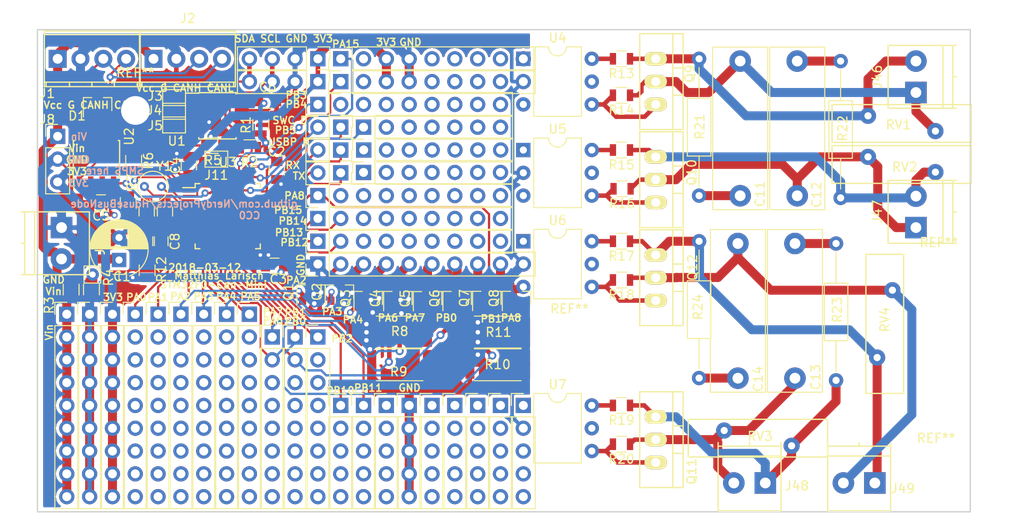
<source format=kicad_pcb>
(kicad_pcb (version 4) (host pcbnew 4.0.7)
  (layers (0 F.Cu signal) (31 B.Cu signal) (34 B.Paste user) (35 F.Paste user) (36 B.SilkS user) (37 F.SilkS user) (38 B.Mask user) (39 F.Mask user) (44 Edge.Cuts user))
  (net 0 "")
  (net 1 +24V)
  (net 2 GND)
  (net 3 +3V3)
  (net 4 +3.3VA)
  (net 5 "Net-(D1-Pad1)")
  (net 6 "Net-(D1-Pad2)")
  (net 7 "Net-(J3-Pad2)")
  (net 8 "Net-(J4-Pad2)")
  (net 9 "Net-(J5-Pad2)")
  (net 10 UART_TX)
  (net 11 UART_RX)
  (net 12 SWDIO)
  (net 13 SWDCLK)
  (net 14 SCL)
  (net 15 SDA)
  (net 16 "Net-(J11-Pad1)")
  (net 17 "Net-(Q5-Pad2)")
  (net 18 "Net-(Q6-Pad2)")
  (net 19 "Net-(Q7-Pad2)")
  (net 20 "Net-(Q8-Pad2)")
  (net 21 "Net-(R6-Pad1)")
  (net 22 "Net-(R7-Pad1)")
  (net 23 CAN_D)
  (net 24 CAN_R)
  (net 25 CAN_SUSPEND)
  (net 26 PA0)
  (net 27 PA1)
  (net 28 PA5)
  (net 29 USB_DM)
  (net 30 USB_DP)
  (net 31 PA15)
  (net 32 PB2)
  (net 33 PB10)
  (net 34 PB11)
  (net 35 PB12)
  (net 36 PB13)
  (net 37 PB14)
  (net 38 PB15)
  (net 39 PB3)
  (net 40 PB4)
  (net 41 ODSW_1_D)
  (net 42 ODSW_2_D)
  (net 43 ODSW_3_D)
  (net 44 ODSW_4_D)
  (net 45 ODSW_5_D)
  (net 46 ODSW_6_D)
  (net 47 ODSW_7_D)
  (net 48 ODSW_8_D)
  (net 49 "Net-(C9-Pad1)")
  (net 50 "Net-(C10-Pad1)")
  (net 51 "Net-(C11-Pad1)")
  (net 52 "Net-(C11-Pad2)")
  (net 53 "Net-(C12-Pad1)")
  (net 54 "Net-(C12-Pad2)")
  (net 55 "Net-(C13-Pad1)")
  (net 56 "Net-(C13-Pad2)")
  (net 57 "Net-(C14-Pad1)")
  (net 58 "Net-(C14-Pad2)")
  (net 59 "Net-(J48-Pad1)")
  (net 60 "Net-(J49-Pad1)")
  (net 61 "Net-(Q9-Pad3)")
  (net 62 "Net-(Q10-Pad3)")
  (net 63 "Net-(Q11-Pad3)")
  (net 64 "Net-(Q12-Pad3)")
  (net 65 "Net-(R13-Pad2)")
  (net 66 "Net-(R15-Pad2)")
  (net 67 "Net-(R17-Pad2)")
  (net 68 "Net-(R19-Pad2)")
  (net 69 "Net-(J46-Pad2)")
  (net 70 "Net-(J47-Pad2)")
  (net 71 "Net-(U3-Pad3)")
  (net 72 "Net-(U3-Pad4)")
  (net 73 "Net-(R3-Pad2)")
  (net 74 ODSW_1)
  (net 75 ODSW_2)
  (net 76 ODSW_3)
  (net 77 ODSW_5)
  (net 78 ODSW_4)
  (net 79 ODSW_7)
  (net 80 ODSW_6)
  (net 81 ODSW_8)
  (net 82 "Net-(J45-Pad1)")
  (net 83 PB5)
  (module Mounting_Holes:MountingHole_3.2mm_M3 (layer F.Cu) (at 71.9 30.9)
    (fp_text reference REF** (at 0 -4.2) (layer F.SilkS))
    (fp_text value MountingHole_3.2mm_M3)
    (pad 1 np_thru_hole circle (at 0 0) (size 3.2 3.2) (drill 3.2) (layers *.Cu *.Mask))
  )
  (module Mounting_Holes:MountingHole_3.2mm_M3 (layer F.Cu) (at 161 71.6)
    (fp_text reference REF** (at 0 -4.2) (layer F.SilkS))
    (fp_text value MountingHole_3.2mm_M3)
    (pad 1 np_thru_hole circle (at 0 0) (size 3.2 3.2) (drill 3.2) (layers *.Cu *.Mask))
  )
  (module Mounting_Holes:MountingHole_3.2mm_M3 (layer F.Cu) (at 161.3 49.8)
    (fp_text reference REF** (at 0 -4.2) (layer F.SilkS))
    (fp_text value MountingHole_3.2mm_M3)
    (pad 1 np_thru_hole circle (at 0 0) (size 3.2 3.2) (drill 3.2) (layers *.Cu *.Mask))
  )
  (module Capacitors_THT:CP_Radial_D6.3mm_P2.50mm (layer F.Cu) (at 70.0786 47.5596 90)
    (fp_text reference C1 (at -1.8404 0.3214 180) (layer F.SilkS))
    (fp_text value 100µ)
    (pad 1 thru_hole rect (at 0 0 90) (size 1.6 1.6) (drill 0.8) (layers *.Cu *.Mask) (net 1 +24V))
    (pad 2 thru_hole circle (at 2.5 0 90) (size 1.6 1.6) (drill 0.8) (layers *.Cu *.Mask) (net 2 GND))
  )
  (module Capacitors_SMD:C_0805 (layer F.Cu) (at 87.63 37.592 270)
    (fp_text reference C2 (at -2.092 0.03 360) (layer F.SilkS))
    (fp_text value 100n)
    (pad 1 smd rect (at -1 0 270) (size 1 1.25) (layers F.Cu F.Paste F.Mask) (net 3 +3V3))
    (pad 2 smd rect (at 1 0 270) (size 1 1.25) (layers F.Cu F.Paste F.Mask) (net 2 GND))
  )
  (module Capacitors_SMD:C_0805 (layer F.Cu) (at 87.376 48.2 180)
    (fp_text reference C3 (at -0.424 -1.5 180) (layer F.SilkS))
    (fp_text value 100n)
    (pad 1 smd rect (at -1 0 180) (size 1 1.25) (layers F.Cu F.Paste F.Mask) (net 3 +3V3))
    (pad 2 smd rect (at 1 0 180) (size 1 1.25) (layers F.Cu F.Paste F.Mask) (net 2 GND))
  )
  (module Capacitors_SMD:C_0805 (layer F.Cu) (at 77.851 37.0205 90)
    (fp_text reference C4 (at 0 -1.5 90) (layer F.SilkS))
    (fp_text value 100n)
    (pad 1 smd rect (at -1 0 90) (size 1 1.25) (layers F.Cu F.Paste F.Mask) (net 3 +3V3))
    (pad 2 smd rect (at 1 0 90) (size 1 1.25) (layers F.Cu F.Paste F.Mask) (net 2 GND))
  )
  (module Capacitors_SMD:C_0805 (layer F.Cu) (at 68.072 41.148 180)
    (fp_text reference C5 (at 0 -1.5 180) (layer F.SilkS))
    (fp_text value 100n)
    (pad 1 smd rect (at -1 0 180) (size 1 1.25) (layers F.Cu F.Paste F.Mask) (net 3 +3V3))
    (pad 2 smd rect (at 1 0 180) (size 1 1.25) (layers F.Cu F.Paste F.Mask) (net 2 GND))
  )
  (module Capacitors_SMD:C_0805 (layer F.Cu) (at 86.614 29.8)
    (fp_text reference C6 (at 0 -1.5) (layer F.SilkS))
    (fp_text value 100n)
    (pad 1 smd rect (at -1 0) (size 1 1.25) (layers F.Cu F.Paste F.Mask) (net 3 +3V3))
    (pad 2 smd rect (at 1 0) (size 1 1.25) (layers F.Cu F.Paste F.Mask) (net 2 GND))
  )
  (module Capacitors_SMD:C_0805 (layer F.Cu) (at 73.152 45.466 90)
    (fp_text reference C7 (at 0 -1.5 90) (layer F.SilkS))
    (fp_text value 1µ)
    (pad 1 smd rect (at -1 0 90) (size 1 1.25) (layers F.Cu F.Paste F.Mask) (net 4 +3.3VA))
    (pad 2 smd rect (at 1 0 90) (size 1 1.25) (layers F.Cu F.Paste F.Mask) (net 2 GND))
  )
  (module Capacitors_SMD:C_0805 (layer F.Cu) (at 74.676 45.466 90)
    (fp_text reference C8 (at -0.034 1.624 90) (layer F.SilkS))
    (fp_text value 10n)
    (pad 1 smd rect (at -1 0 90) (size 1 1.25) (layers F.Cu F.Paste F.Mask) (net 4 +3.3VA))
    (pad 2 smd rect (at 1 0 90) (size 1 1.25) (layers F.Cu F.Paste F.Mask) (net 2 GND))
  )
  (module TO_SOT_Packages_SMD:SOT-23 (layer F.Cu) (at 67.691 30.226 90)
    (fp_text reference D1 (at -1.274 -2.291 180) (layer F.SilkS))
    (fp_text value D_TVS_x2_AAC)
    (pad 1 smd rect (at -1 -0.95 90) (size 0.9 0.8) (layers F.Cu F.Paste F.Mask) (net 5 "Net-(D1-Pad1)"))
    (pad 2 smd rect (at -1 0.95 90) (size 0.9 0.8) (layers F.Cu F.Paste F.Mask) (net 6 "Net-(D1-Pad2)"))
    (pad 3 smd rect (at 1 0 90) (size 0.9 0.8) (layers F.Cu F.Paste F.Mask))
  )
  (module TerminalBlock_Phoenix:TerminalBlock_Phoenix_MPT-2.54mm_4pol (layer F.Cu) (at 63.246 25.146)
    (fp_text reference J1 (at -1.146 3.854) (layer F.SilkS))
    (fp_text value POWER_BUS)
    (pad 4 thru_hole oval (at 7.62 0 180) (size 1.99898 1.99898) (drill 1.09728) (layers *.Cu *.Mask) (net 6 "Net-(D1-Pad2)"))
    (pad 1 thru_hole rect (at 0 0 180) (size 1.99898 1.99898) (drill 1.09728) (layers *.Cu *.Mask) (net 1 +24V))
    (pad 2 thru_hole oval (at 2.54 0 180) (size 1.99898 1.99898) (drill 1.09728) (layers *.Cu *.Mask) (net 2 GND))
    (pad 3 thru_hole oval (at 5.08 0 180) (size 1.99898 1.99898) (drill 1.09728) (layers *.Cu *.Mask) (net 5 "Net-(D1-Pad1)"))
  )
  (module TerminalBlock_Phoenix:TerminalBlock_Phoenix_MPT-2.54mm_4pol (layer F.Cu) (at 73.914 25.146)
    (fp_text reference J2 (at 3.81 -4.50088) (layer F.SilkS))
    (fp_text value POWER_BUS)
    (pad 4 thru_hole oval (at 7.62 0 180) (size 1.99898 1.99898) (drill 1.09728) (layers *.Cu *.Mask) (net 6 "Net-(D1-Pad2)"))
    (pad 1 thru_hole rect (at 0 0 180) (size 1.99898 1.99898) (drill 1.09728) (layers *.Cu *.Mask) (net 1 +24V))
    (pad 2 thru_hole oval (at 2.54 0 180) (size 1.99898 1.99898) (drill 1.09728) (layers *.Cu *.Mask) (net 2 GND))
    (pad 3 thru_hole oval (at 5.08 0 180) (size 1.99898 1.99898) (drill 1.09728) (layers *.Cu *.Mask) (net 5 "Net-(D1-Pad1)"))
  )
  (module Connectors:GS2 (layer F.Cu) (at 76.2 29.464 90)
    (fp_text reference J3 (at 0.164 -2.1 180) (layer F.SilkS))
    (fp_text value GS2)
    (pad 1 smd rect (at 0 -0.64 90) (size 1.27 0.97) (layers F.Cu F.Paste F.Mask) (net 3 +3V3))
    (pad 2 smd rect (at 0 0.64 90) (size 1.27 0.97) (layers F.Cu F.Paste F.Mask) (net 7 "Net-(J3-Pad2)"))
  )
  (module Connectors:GS2 (layer F.Cu) (at 76.2 30.988 90)
    (fp_text reference J4 (at 0.088 -2.2 180) (layer F.SilkS))
    (fp_text value GS2)
    (pad 1 smd rect (at 0 -0.64 90) (size 1.27 0.97) (layers F.Cu F.Paste F.Mask) (net 3 +3V3))
    (pad 2 smd rect (at 0 0.64 90) (size 1.27 0.97) (layers F.Cu F.Paste F.Mask) (net 8 "Net-(J4-Pad2)"))
  )
  (module Connectors:GS2 (layer F.Cu) (at 76.2 32.512 90)
    (fp_text reference J5 (at -0.088 -2.1 180) (layer F.SilkS))
    (fp_text value GS2)
    (pad 1 smd rect (at 0 -0.64 90) (size 1.27 0.97) (layers F.Cu F.Paste F.Mask) (net 3 +3V3))
    (pad 2 smd rect (at 0 0.64 90) (size 1.27 0.97) (layers F.Cu F.Paste F.Mask) (net 9 "Net-(J5-Pad2)"))
  )
  (module Connectors:GS2 (layer F.Cu) (at 80.904 36.322 270)
    (fp_text reference J11 (at 1.78 0 360) (layer F.SilkS))
    (fp_text value GS2)
    (pad 1 smd rect (at 0 -0.64 270) (size 1.27 0.97) (layers F.Cu F.Paste F.Mask) (net 16 "Net-(J11-Pad1)"))
    (pad 2 smd rect (at 0 0.64 270) (size 1.27 0.97) (layers F.Cu F.Paste F.Mask) (net 2 GND))
  )
  (module TO_SOT_Packages_SMD:SOT-23 (layer F.Cu) (at 91.45 51.1 90)
    (fp_text reference Q1 (at 0 -2.5 90) (layer F.SilkS))
    (fp_text value N-FET)
    (pad 1 smd rect (at -1 -0.95 90) (size 0.9 0.8) (layers F.Cu F.Paste F.Mask) (net 74 ODSW_1))
    (pad 2 smd rect (at -1 0.95 90) (size 0.9 0.8) (layers F.Cu F.Paste F.Mask) (net 2 GND))
    (pad 3 smd rect (at 1 0 90) (size 0.9 0.8) (layers F.Cu F.Paste F.Mask) (net 41 ODSW_1_D))
  )
  (module TO_SOT_Packages_SMD:SOT-23 (layer F.Cu) (at 94.6 51.1 90)
    (fp_text reference Q2 (at 0 -2.5 90) (layer F.SilkS))
    (fp_text value N-FET)
    (pad 1 smd rect (at -1 -0.95 90) (size 0.9 0.8) (layers F.Cu F.Paste F.Mask) (net 75 ODSW_2))
    (pad 2 smd rect (at -1 0.95 90) (size 0.9 0.8) (layers F.Cu F.Paste F.Mask) (net 2 GND))
    (pad 3 smd rect (at 1 0 90) (size 0.9 0.8) (layers F.Cu F.Paste F.Mask) (net 42 ODSW_2_D))
  )
  (module TO_SOT_Packages_SMD:SOT-23 (layer F.Cu) (at 97.8 51.816 90)
    (fp_text reference Q3 (at 0 -2.5 90) (layer F.SilkS))
    (fp_text value N-FET)
    (pad 1 smd rect (at -1 -0.95 90) (size 0.9 0.8) (layers F.Cu F.Paste F.Mask) (net 76 ODSW_3))
    (pad 2 smd rect (at -1 0.95 90) (size 0.9 0.8) (layers F.Cu F.Paste F.Mask) (net 2 GND))
    (pad 3 smd rect (at 1 0 90) (size 0.9 0.8) (layers F.Cu F.Paste F.Mask) (net 43 ODSW_3_D))
  )
  (module TO_SOT_Packages_SMD:SOT-23 (layer F.Cu) (at 101.1 51.816 90)
    (fp_text reference Q4 (at 0 -2.5 90) (layer F.SilkS))
    (fp_text value N-FET)
    (pad 1 smd rect (at -1 -0.95 90) (size 0.9 0.8) (layers F.Cu F.Paste F.Mask) (net 78 ODSW_4))
    (pad 2 smd rect (at -1 0.95 90) (size 0.9 0.8) (layers F.Cu F.Paste F.Mask) (net 2 GND))
    (pad 3 smd rect (at 1 0 90) (size 0.9 0.8) (layers F.Cu F.Paste F.Mask) (net 44 ODSW_4_D))
  )
  (module TO_SOT_Packages_SMD:SOT-23 (layer F.Cu) (at 104.4 51.832 90)
    (fp_text reference Q5 (at 0 -2.5 90) (layer F.SilkS))
    (fp_text value N-FET)
    (pad 1 smd rect (at -1 -0.95 90) (size 0.9 0.8) (layers F.Cu F.Paste F.Mask) (net 77 ODSW_5))
    (pad 2 smd rect (at -1 0.95 90) (size 0.9 0.8) (layers F.Cu F.Paste F.Mask) (net 17 "Net-(Q5-Pad2)"))
    (pad 3 smd rect (at 1 0 90) (size 0.9 0.8) (layers F.Cu F.Paste F.Mask) (net 45 ODSW_5_D))
  )
  (module TO_SOT_Packages_SMD:SOT-23 (layer F.Cu) (at 107.696 51.816 90)
    (fp_text reference Q6 (at 0 -2.5 90) (layer F.SilkS))
    (fp_text value N-FET)
    (pad 1 smd rect (at -1 -0.95 90) (size 0.9 0.8) (layers F.Cu F.Paste F.Mask) (net 80 ODSW_6))
    (pad 2 smd rect (at -1 0.95 90) (size 0.9 0.8) (layers F.Cu F.Paste F.Mask) (net 18 "Net-(Q6-Pad2)"))
    (pad 3 smd rect (at 1 0 90) (size 0.9 0.8) (layers F.Cu F.Paste F.Mask) (net 46 ODSW_6_D))
  )
  (module TO_SOT_Packages_SMD:SOT-23 (layer F.Cu) (at 110.998 51.8 90)
    (fp_text reference Q7 (at 0 -2.5 90) (layer F.SilkS))
    (fp_text value N-FET)
    (pad 1 smd rect (at -1 -0.95 90) (size 0.9 0.8) (layers F.Cu F.Paste F.Mask) (net 79 ODSW_7))
    (pad 2 smd rect (at -1 0.95 90) (size 0.9 0.8) (layers F.Cu F.Paste F.Mask) (net 19 "Net-(Q7-Pad2)"))
    (pad 3 smd rect (at 1 0 90) (size 0.9 0.8) (layers F.Cu F.Paste F.Mask) (net 47 ODSW_7_D))
  )
  (module TO_SOT_Packages_SMD:SOT-23 (layer F.Cu) (at 114.3 51.8 90)
    (fp_text reference Q8 (at 0 -2.5 90) (layer F.SilkS))
    (fp_text value N-FET)
    (pad 1 smd rect (at -1 -0.95 90) (size 0.9 0.8) (layers F.Cu F.Paste F.Mask) (net 81 ODSW_8))
    (pad 2 smd rect (at -1 0.95 90) (size 0.9 0.8) (layers F.Cu F.Paste F.Mask) (net 20 "Net-(Q8-Pad2)"))
    (pad 3 smd rect (at 1 0 90) (size 0.9 0.8) (layers F.Cu F.Paste F.Mask) (net 48 ODSW_8_D))
  )
  (module Resistors_SMD:R_0805 (layer F.Cu) (at 85.852 32.512 90)
    (fp_text reference R1 (at 0 -1.65 90) (layer F.SilkS))
    (fp_text value 2k2)
    (pad 1 smd rect (at -0.95 0 90) (size 0.7 1.3) (layers F.Cu F.Paste F.Mask) (net 3 +3V3))
    (pad 2 smd rect (at 0.95 0 90) (size 0.7 1.3) (layers F.Cu F.Paste F.Mask) (net 14 SCL))
  )
  (module Resistors_SMD:R_0805 (layer F.Cu) (at 84.582 35.052 180)
    (fp_text reference R2 (at 0 -1.65 180) (layer F.SilkS))
    (fp_text value 2k2)
    (pad 1 smd rect (at -0.95 0 180) (size 0.7 1.3) (layers F.Cu F.Paste F.Mask) (net 3 +3V3))
    (pad 2 smd rect (at 0.95 0 180) (size 0.7 1.3) (layers F.Cu F.Paste F.Mask) (net 15 SDA))
  )
  (module Resistors_SMD:R_0805 (layer F.Cu) (at 80.518 34.798 180)
    (fp_text reference R5 (at 0 -1.65 180) (layer F.SilkS))
    (fp_text value 10k)
    (pad 1 smd rect (at -0.95 0 180) (size 0.7 1.3) (layers F.Cu F.Paste F.Mask) (net 16 "Net-(J11-Pad1)"))
    (pad 2 smd rect (at 0.95 0 180) (size 0.7 1.3) (layers F.Cu F.Paste F.Mask) (net 3 +3V3))
  )
  (module Resistors_SMD:R_0805 (layer F.Cu) (at 71.7 36.5 270)
    (fp_text reference R6 (at 0 -1.65 270) (layer F.SilkS))
    (fp_text value 100k)
    (pad 1 smd rect (at -0.95 0 270) (size 0.7 1.3) (layers F.Cu F.Paste F.Mask) (net 21 "Net-(R6-Pad1)"))
    (pad 2 smd rect (at 0.95 0 270) (size 0.7 1.3) (layers F.Cu F.Paste F.Mask) (net 25 CAN_SUSPEND))
  )
  (module Resistors_SMD:R_0805 (layer F.Cu) (at 71.1 41.2 90)
    (fp_text reference R7 (at 2.3 0.4 90) (layer F.SilkS))
    (fp_text value 10k)
    (pad 1 smd rect (at -0.95 0 90) (size 0.7 1.3) (layers F.Cu F.Paste F.Mask) (net 22 "Net-(R7-Pad1)"))
    (pad 2 smd rect (at 0.95 0 90) (size 0.7 1.3) (layers F.Cu F.Paste F.Mask) (net 3 +3V3))
  )
  (module Resistors_SMD:R_2512 (layer F.Cu) (at 101.294 55.626 180)
    (fp_text reference R8 (at -0.006 0.126 180) (layer F.SilkS))
    (fp_text value R)
    (pad 1 smd rect (at -3.1 0 180) (size 1 3.2) (layers F.Cu F.Paste F.Mask) (net 17 "Net-(Q5-Pad2)"))
    (pad 2 smd rect (at 3.1 0 180) (size 1 3.2) (layers F.Cu F.Paste F.Mask) (net 2 GND))
  )
  (module Resistors_SMD:R_2512 (layer F.Cu) (at 101.294 59.182 180)
    (fp_text reference R9 (at 0.094 -0.818 180) (layer F.SilkS))
    (fp_text value R)
    (pad 1 smd rect (at -3.1 0 180) (size 1 3.2) (layers F.Cu F.Paste F.Mask) (net 18 "Net-(Q6-Pad2)"))
    (pad 2 smd rect (at 3.1 0 180) (size 1 3.2) (layers F.Cu F.Paste F.Mask) (net 2 GND))
  )
  (module Resistors_SMD:R_2512 (layer F.Cu) (at 112.216 59.182 180)
    (fp_text reference R10 (at 0.016 -0.018 180) (layer F.SilkS))
    (fp_text value R)
    (pad 1 smd rect (at -3.1 0 180) (size 1 3.2) (layers F.Cu F.Paste F.Mask) (net 19 "Net-(Q7-Pad2)"))
    (pad 2 smd rect (at 3.1 0 180) (size 1 3.2) (layers F.Cu F.Paste F.Mask) (net 2 GND))
  )
  (module Resistors_SMD:R_2512 (layer F.Cu) (at 112.216 55.626 180)
    (fp_text reference R11 (at -0.084 0.026 180) (layer F.SilkS))
    (fp_text value R)
    (pad 1 smd rect (at -3.1 0 180) (size 1 3.2) (layers F.Cu F.Paste F.Mask) (net 20 "Net-(Q8-Pad2)"))
    (pad 2 smd rect (at 3.1 0 180) (size 1 3.2) (layers F.Cu F.Paste F.Mask) (net 2 GND))
  )
  (module Resistors_SMD:R_0805 (layer F.Cu) (at 73.2 48.7 90)
    (fp_text reference R12 (at 0.1 1.6 90) (layer F.SilkS))
    (fp_text value 1)
    (pad 1 smd rect (at -0.95 0 90) (size 0.7 1.3) (layers F.Cu F.Paste F.Mask) (net 3 +3V3))
    (pad 2 smd rect (at 0.95 0 90) (size 0.7 1.3) (layers F.Cu F.Paste F.Mask) (net 4 +3.3VA))
  )
  (module Housings_SOIC:SOIC-8_3.9x4.9mm_Pitch1.27mm (layer F.Cu) (at 81.026 31.496)
    (fp_text reference U1 (at -4.526 2.804) (layer F.SilkS))
    (fp_text value AT24CS64-SSHM)
    (pad 1 smd rect (at -2.7 -1.905) (size 1.55 0.6) (layers F.Cu F.Paste F.Mask) (net 7 "Net-(J3-Pad2)"))
    (pad 2 smd rect (at -2.7 -0.635) (size 1.55 0.6) (layers F.Cu F.Paste F.Mask) (net 8 "Net-(J4-Pad2)"))
    (pad 3 smd rect (at -2.7 0.635) (size 1.55 0.6) (layers F.Cu F.Paste F.Mask) (net 9 "Net-(J5-Pad2)"))
    (pad 4 smd rect (at -2.7 1.905) (size 1.55 0.6) (layers F.Cu F.Paste F.Mask) (net 2 GND))
    (pad 5 smd rect (at 2.7 1.905) (size 1.55 0.6) (layers F.Cu F.Paste F.Mask) (net 15 SDA))
    (pad 6 smd rect (at 2.7 0.635) (size 1.55 0.6) (layers F.Cu F.Paste F.Mask) (net 14 SCL))
    (pad 7 smd rect (at 2.7 -0.635) (size 1.55 0.6) (layers F.Cu F.Paste F.Mask) (net 2 GND))
    (pad 8 smd rect (at 2.7 -1.905) (size 1.55 0.6) (layers F.Cu F.Paste F.Mask) (net 3 +3V3))
  )
  (module Housings_SOIC:SOIC-8_3.9x4.9mm_Pitch1.27mm (layer F.Cu) (at 67.564 36.322 90)
    (fp_text reference U2 (at 2.522 3.636 90) (layer F.SilkS))
    (fp_text value SN65HVD230)
    (pad 1 smd rect (at -2.7 -1.905 90) (size 1.55 0.6) (layers F.Cu F.Paste F.Mask) (net 23 CAN_D))
    (pad 2 smd rect (at -2.7 -0.635 90) (size 1.55 0.6) (layers F.Cu F.Paste F.Mask) (net 2 GND))
    (pad 3 smd rect (at -2.7 0.635 90) (size 1.55 0.6) (layers F.Cu F.Paste F.Mask) (net 3 +3V3))
    (pad 4 smd rect (at -2.7 1.905 90) (size 1.55 0.6) (layers F.Cu F.Paste F.Mask) (net 24 CAN_R))
    (pad 5 smd rect (at 2.7 1.905 90) (size 1.55 0.6) (layers F.Cu F.Paste F.Mask))
    (pad 6 smd rect (at 2.7 0.635 90) (size 1.55 0.6) (layers F.Cu F.Paste F.Mask) (net 6 "Net-(D1-Pad2)"))
    (pad 7 smd rect (at 2.7 -0.635 90) (size 1.55 0.6) (layers F.Cu F.Paste F.Mask) (net 5 "Net-(D1-Pad1)"))
    (pad 8 smd rect (at 2.7 -1.905 90) (size 1.55 0.6) (layers F.Cu F.Paste F.Mask) (net 21 "Net-(R6-Pad1)"))
  )
  (module Housings_QFP:LQFP-48_7x7mm_Pitch0.5mm (layer F.Cu) (at 82.169 42.672)
    (fp_text reference U3 (at 0 -6) (layer F.SilkS))
    (fp_text value STM32F072C8Tx)
    (pad 1 smd rect (at -4.35 -2.75) (size 1.3 0.25) (layers F.Cu F.Paste F.Mask))
    (pad 2 smd rect (at -4.35 -2.25) (size 1.3 0.25) (layers F.Cu F.Paste F.Mask) (net 25 CAN_SUSPEND))
    (pad 3 smd rect (at -4.35 -1.75) (size 1.3 0.25) (layers F.Cu F.Paste F.Mask) (net 71 "Net-(U3-Pad3)"))
    (pad 4 smd rect (at -4.35 -1.25) (size 1.3 0.25) (layers F.Cu F.Paste F.Mask) (net 72 "Net-(U3-Pad4)"))
    (pad 5 smd rect (at -4.35 -0.75) (size 1.3 0.25) (layers F.Cu F.Paste F.Mask) (net 49 "Net-(C9-Pad1)"))
    (pad 6 smd rect (at -4.35 -0.25) (size 1.3 0.25) (layers F.Cu F.Paste F.Mask) (net 50 "Net-(C10-Pad1)"))
    (pad 7 smd rect (at -4.35 0.25) (size 1.3 0.25) (layers F.Cu F.Paste F.Mask) (net 22 "Net-(R7-Pad1)"))
    (pad 8 smd rect (at -4.35 0.75) (size 1.3 0.25) (layers F.Cu F.Paste F.Mask) (net 2 GND))
    (pad 9 smd rect (at -4.35 1.25) (size 1.3 0.25) (layers F.Cu F.Paste F.Mask) (net 4 +3.3VA))
    (pad 10 smd rect (at -4.35 1.75) (size 1.3 0.25) (layers F.Cu F.Paste F.Mask) (net 26 PA0))
    (pad 11 smd rect (at -4.35 2.25) (size 1.3 0.25) (layers F.Cu F.Paste F.Mask) (net 27 PA1))
    (pad 12 smd rect (at -4.35 2.75) (size 1.3 0.25) (layers F.Cu F.Paste F.Mask) (net 74 ODSW_1))
    (pad 13 smd rect (at -2.75 4.35 90) (size 1.3 0.25) (layers F.Cu F.Paste F.Mask) (net 75 ODSW_2))
    (pad 14 smd rect (at -2.25 4.35 90) (size 1.3 0.25) (layers F.Cu F.Paste F.Mask) (net 76 ODSW_3))
    (pad 15 smd rect (at -1.75 4.35 90) (size 1.3 0.25) (layers F.Cu F.Paste F.Mask) (net 28 PA5))
    (pad 16 smd rect (at -1.25 4.35 90) (size 1.3 0.25) (layers F.Cu F.Paste F.Mask) (net 78 ODSW_4))
    (pad 17 smd rect (at -0.75 4.35 90) (size 1.3 0.25) (layers F.Cu F.Paste F.Mask) (net 77 ODSW_5))
    (pad 18 smd rect (at -0.25 4.35 90) (size 1.3 0.25) (layers F.Cu F.Paste F.Mask) (net 80 ODSW_6))
    (pad 19 smd rect (at 0.25 4.35 90) (size 1.3 0.25) (layers F.Cu F.Paste F.Mask) (net 79 ODSW_7))
    (pad 20 smd rect (at 0.75 4.35 90) (size 1.3 0.25) (layers F.Cu F.Paste F.Mask) (net 32 PB2))
    (pad 21 smd rect (at 1.25 4.35 90) (size 1.3 0.25) (layers F.Cu F.Paste F.Mask) (net 33 PB10))
    (pad 22 smd rect (at 1.75 4.35 90) (size 1.3 0.25) (layers F.Cu F.Paste F.Mask) (net 34 PB11))
    (pad 23 smd rect (at 2.25 4.35 90) (size 1.3 0.25) (layers F.Cu F.Paste F.Mask) (net 2 GND))
    (pad 24 smd rect (at 2.75 4.35 90) (size 1.3 0.25) (layers F.Cu F.Paste F.Mask) (net 3 +3V3))
    (pad 25 smd rect (at 4.35 2.75) (size 1.3 0.25) (layers F.Cu F.Paste F.Mask) (net 35 PB12))
    (pad 26 smd rect (at 4.35 2.25) (size 1.3 0.25) (layers F.Cu F.Paste F.Mask) (net 36 PB13))
    (pad 27 smd rect (at 4.35 1.75) (size 1.3 0.25) (layers F.Cu F.Paste F.Mask) (net 37 PB14))
    (pad 28 smd rect (at 4.35 1.25) (size 1.3 0.25) (layers F.Cu F.Paste F.Mask) (net 38 PB15))
    (pad 29 smd rect (at 4.35 0.75) (size 1.3 0.25) (layers F.Cu F.Paste F.Mask) (net 81 ODSW_8))
    (pad 30 smd rect (at 4.35 0.25) (size 1.3 0.25) (layers F.Cu F.Paste F.Mask) (net 10 UART_TX))
    (pad 31 smd rect (at 4.35 -0.25) (size 1.3 0.25) (layers F.Cu F.Paste F.Mask) (net 11 UART_RX))
    (pad 32 smd rect (at 4.35 -0.75) (size 1.3 0.25) (layers F.Cu F.Paste F.Mask) (net 29 USB_DM))
    (pad 33 smd rect (at 4.35 -1.25) (size 1.3 0.25) (layers F.Cu F.Paste F.Mask) (net 30 USB_DP))
    (pad 34 smd rect (at 4.35 -1.75) (size 1.3 0.25) (layers F.Cu F.Paste F.Mask) (net 12 SWDIO))
    (pad 35 smd rect (at 4.35 -2.25) (size 1.3 0.25) (layers F.Cu F.Paste F.Mask) (net 2 GND))
    (pad 36 smd rect (at 4.35 -2.75) (size 1.3 0.25) (layers F.Cu F.Paste F.Mask) (net 3 +3V3))
    (pad 37 smd rect (at 2.75 -4.35 90) (size 1.3 0.25) (layers F.Cu F.Paste F.Mask) (net 13 SWDCLK))
    (pad 38 smd rect (at 2.25 -4.35 90) (size 1.3 0.25) (layers F.Cu F.Paste F.Mask) (net 31 PA15))
    (pad 39 smd rect (at 1.75 -4.35 90) (size 1.3 0.25) (layers F.Cu F.Paste F.Mask) (net 39 PB3))
    (pad 40 smd rect (at 1.25 -4.35 90) (size 1.3 0.25) (layers F.Cu F.Paste F.Mask) (net 40 PB4))
    (pad 41 smd rect (at 0.75 -4.35 90) (size 1.3 0.25) (layers F.Cu F.Paste F.Mask) (net 83 PB5))
    (pad 42 smd rect (at 0.25 -4.35 90) (size 1.3 0.25) (layers F.Cu F.Paste F.Mask) (net 14 SCL))
    (pad 43 smd rect (at -0.25 -4.35 90) (size 1.3 0.25) (layers F.Cu F.Paste F.Mask) (net 15 SDA))
    (pad 44 smd rect (at -0.75 -4.35 90) (size 1.3 0.25) (layers F.Cu F.Paste F.Mask) (net 16 "Net-(J11-Pad1)"))
    (pad 45 smd rect (at -1.25 -4.35 90) (size 1.3 0.25) (layers F.Cu F.Paste F.Mask) (net 24 CAN_R))
    (pad 46 smd rect (at -1.75 -4.35 90) (size 1.3 0.25) (layers F.Cu F.Paste F.Mask) (net 23 CAN_D))
    (pad 47 smd rect (at -2.25 -4.35 90) (size 1.3 0.25) (layers F.Cu F.Paste F.Mask) (net 2 GND))
    (pad 48 smd rect (at -2.75 -4.35 90) (size 1.3 0.25) (layers F.Cu F.Paste F.Mask) (net 3 +3V3))
  )
  (module Pin_Headers:Pin_Header_Straight_1x09_Pitch2.54mm (layer F.Cu) (at 71.882 53.594)
    (fp_text reference J13 hide)
    (fp_text value Conn_01x09)
    (pad 1 thru_hole rect (at 0 0) (size 1.7 1.7) (drill 1) (layers *.Cu *.Mask) (net 26 PA0))
    (pad 2 thru_hole oval (at 0 2.54) (size 1.7 1.7) (drill 1) (layers *.Cu *.Mask))
    (pad 3 thru_hole oval (at 0 5.08) (size 1.7 1.7) (drill 1) (layers *.Cu *.Mask))
    (pad 4 thru_hole oval (at 0 7.62) (size 1.7 1.7) (drill 1) (layers *.Cu *.Mask))
    (pad 5 thru_hole oval (at 0 10.16) (size 1.7 1.7) (drill 1) (layers *.Cu *.Mask))
    (pad 6 thru_hole oval (at 0 12.7) (size 1.7 1.7) (drill 1) (layers *.Cu *.Mask))
    (pad 7 thru_hole oval (at 0 15.24) (size 1.7 1.7) (drill 1) (layers *.Cu *.Mask))
    (pad 8 thru_hole oval (at 0 17.78) (size 1.7 1.7) (drill 1) (layers *.Cu *.Mask))
    (pad 9 thru_hole oval (at 0 20.32) (size 1.7 1.7) (drill 1) (layers *.Cu *.Mask))
  )
  (module Pin_Headers:Pin_Header_Straight_1x09_Pitch2.54mm (layer F.Cu) (at 74.422 53.594)
    (fp_text reference J14 hide)
    (fp_text value Conn_01x09)
    (pad 1 thru_hole rect (at 0 0) (size 1.7 1.7) (drill 1) (layers *.Cu *.Mask) (net 27 PA1))
    (pad 2 thru_hole oval (at 0 2.54) (size 1.7 1.7) (drill 1) (layers *.Cu *.Mask))
    (pad 3 thru_hole oval (at 0 5.08) (size 1.7 1.7) (drill 1) (layers *.Cu *.Mask))
    (pad 4 thru_hole oval (at 0 7.62) (size 1.7 1.7) (drill 1) (layers *.Cu *.Mask))
    (pad 5 thru_hole oval (at 0 10.16) (size 1.7 1.7) (drill 1) (layers *.Cu *.Mask))
    (pad 6 thru_hole oval (at 0 12.7) (size 1.7 1.7) (drill 1) (layers *.Cu *.Mask))
    (pad 7 thru_hole oval (at 0 15.24) (size 1.7 1.7) (drill 1) (layers *.Cu *.Mask))
    (pad 8 thru_hole oval (at 0 17.78) (size 1.7 1.7) (drill 1) (layers *.Cu *.Mask))
    (pad 9 thru_hole oval (at 0 20.32) (size 1.7 1.7) (drill 1) (layers *.Cu *.Mask))
  )
  (module Pin_Headers:Pin_Header_Straight_1x09_Pitch2.54mm (layer F.Cu) (at 76.962 53.594)
    (fp_text reference J15 hide)
    (fp_text value Conn_01x09)
    (pad 1 thru_hole rect (at 0 0) (size 1.7 1.7) (drill 1) (layers *.Cu *.Mask) (net 74 ODSW_1))
    (pad 2 thru_hole oval (at 0 2.54) (size 1.7 1.7) (drill 1) (layers *.Cu *.Mask))
    (pad 3 thru_hole oval (at 0 5.08) (size 1.7 1.7) (drill 1) (layers *.Cu *.Mask))
    (pad 4 thru_hole oval (at 0 7.62) (size 1.7 1.7) (drill 1) (layers *.Cu *.Mask))
    (pad 5 thru_hole oval (at 0 10.16) (size 1.7 1.7) (drill 1) (layers *.Cu *.Mask))
    (pad 6 thru_hole oval (at 0 12.7) (size 1.7 1.7) (drill 1) (layers *.Cu *.Mask))
    (pad 7 thru_hole oval (at 0 15.24) (size 1.7 1.7) (drill 1) (layers *.Cu *.Mask))
    (pad 8 thru_hole oval (at 0 17.78) (size 1.7 1.7) (drill 1) (layers *.Cu *.Mask))
    (pad 9 thru_hole oval (at 0 20.32) (size 1.7 1.7) (drill 1) (layers *.Cu *.Mask))
  )
  (module Pin_Headers:Pin_Header_Straight_1x09_Pitch2.54mm (layer F.Cu) (at 79.502 53.594)
    (fp_text reference J16 hide)
    (fp_text value Conn_01x09)
    (pad 1 thru_hole rect (at 0 0) (size 1.7 1.7) (drill 1) (layers *.Cu *.Mask) (net 75 ODSW_2))
    (pad 2 thru_hole oval (at 0 2.54) (size 1.7 1.7) (drill 1) (layers *.Cu *.Mask))
    (pad 3 thru_hole oval (at 0 5.08) (size 1.7 1.7) (drill 1) (layers *.Cu *.Mask))
    (pad 4 thru_hole oval (at 0 7.62) (size 1.7 1.7) (drill 1) (layers *.Cu *.Mask))
    (pad 5 thru_hole oval (at 0 10.16) (size 1.7 1.7) (drill 1) (layers *.Cu *.Mask))
    (pad 6 thru_hole oval (at 0 12.7) (size 1.7 1.7) (drill 1) (layers *.Cu *.Mask))
    (pad 7 thru_hole oval (at 0 15.24) (size 1.7 1.7) (drill 1) (layers *.Cu *.Mask))
    (pad 8 thru_hole oval (at 0 17.78) (size 1.7 1.7) (drill 1) (layers *.Cu *.Mask))
    (pad 9 thru_hole oval (at 0 20.32) (size 1.7 1.7) (drill 1) (layers *.Cu *.Mask))
  )
  (module Pin_Headers:Pin_Header_Straight_1x09_Pitch2.54mm (layer F.Cu) (at 82.042 53.594)
    (fp_text reference J17 hide)
    (fp_text value Conn_01x09)
    (pad 1 thru_hole rect (at 0 0) (size 1.7 1.7) (drill 1) (layers *.Cu *.Mask) (net 76 ODSW_3))
    (pad 2 thru_hole oval (at 0 2.54) (size 1.7 1.7) (drill 1) (layers *.Cu *.Mask))
    (pad 3 thru_hole oval (at 0 5.08) (size 1.7 1.7) (drill 1) (layers *.Cu *.Mask))
    (pad 4 thru_hole oval (at 0 7.62) (size 1.7 1.7) (drill 1) (layers *.Cu *.Mask))
    (pad 5 thru_hole oval (at 0 10.16) (size 1.7 1.7) (drill 1) (layers *.Cu *.Mask))
    (pad 6 thru_hole oval (at 0 12.7) (size 1.7 1.7) (drill 1) (layers *.Cu *.Mask))
    (pad 7 thru_hole oval (at 0 15.24) (size 1.7 1.7) (drill 1) (layers *.Cu *.Mask))
    (pad 8 thru_hole oval (at 0 17.78) (size 1.7 1.7) (drill 1) (layers *.Cu *.Mask))
    (pad 9 thru_hole oval (at 0 20.32) (size 1.7 1.7) (drill 1) (layers *.Cu *.Mask))
  )
  (module Pin_Headers:Pin_Header_Straight_1x09_Pitch2.54mm (layer F.Cu) (at 84.582 53.594)
    (fp_text reference J18 hide)
    (fp_text value Conn_01x09)
    (pad 1 thru_hole rect (at 0 0) (size 1.7 1.7) (drill 1) (layers *.Cu *.Mask) (net 28 PA5))
    (pad 2 thru_hole oval (at 0 2.54) (size 1.7 1.7) (drill 1) (layers *.Cu *.Mask))
    (pad 3 thru_hole oval (at 0 5.08) (size 1.7 1.7) (drill 1) (layers *.Cu *.Mask))
    (pad 4 thru_hole oval (at 0 7.62) (size 1.7 1.7) (drill 1) (layers *.Cu *.Mask))
    (pad 5 thru_hole oval (at 0 10.16) (size 1.7 1.7) (drill 1) (layers *.Cu *.Mask))
    (pad 6 thru_hole oval (at 0 12.7) (size 1.7 1.7) (drill 1) (layers *.Cu *.Mask))
    (pad 7 thru_hole oval (at 0 15.24) (size 1.7 1.7) (drill 1) (layers *.Cu *.Mask))
    (pad 8 thru_hole oval (at 0 17.78) (size 1.7 1.7) (drill 1) (layers *.Cu *.Mask))
    (pad 9 thru_hole oval (at 0 20.32) (size 1.7 1.7) (drill 1) (layers *.Cu *.Mask))
  )
  (module Pin_Headers:Pin_Header_Straight_1x09_Pitch2.54mm (layer F.Cu) (at 92.202 45.466 90)
    (fp_text reference J26 hide)
    (fp_text value Conn_01x09)
    (pad 1 thru_hole rect (at 0 0 90) (size 1.7 1.7) (drill 1) (layers *.Cu *.Mask) (net 36 PB13))
    (pad 2 thru_hole oval (at 0 2.54 90) (size 1.7 1.7) (drill 1) (layers *.Cu *.Mask) (net 35 PB12))
    (pad 3 thru_hole oval (at 0 5.08 90) (size 1.7 1.7) (drill 1) (layers *.Cu *.Mask))
    (pad 4 thru_hole oval (at 0 7.62 90) (size 1.7 1.7) (drill 1) (layers *.Cu *.Mask))
    (pad 5 thru_hole oval (at 0 10.16 90) (size 1.7 1.7) (drill 1) (layers *.Cu *.Mask))
    (pad 6 thru_hole oval (at 0 12.7 90) (size 1.7 1.7) (drill 1) (layers *.Cu *.Mask))
    (pad 7 thru_hole oval (at 0 15.24 90) (size 1.7 1.7) (drill 1) (layers *.Cu *.Mask))
    (pad 8 thru_hole oval (at 0 17.78 90) (size 1.7 1.7) (drill 1) (layers *.Cu *.Mask))
    (pad 9 thru_hole oval (at 0 20.32 90) (size 1.7 1.7) (drill 1) (layers *.Cu *.Mask))
  )
  (module Pin_Headers:Pin_Header_Straight_1x09_Pitch2.54mm (layer F.Cu) (at 69.342 53.594)
    (fp_text reference J27 hide)
    (fp_text value Conn_01x09)
    (pad 1 thru_hole rect (at 0 0) (size 1.7 1.7) (drill 1) (layers *.Cu *.Mask) (net 3 +3V3))
    (pad 2 thru_hole oval (at 0 2.54) (size 1.7 1.7) (drill 1) (layers *.Cu *.Mask) (net 3 +3V3))
    (pad 3 thru_hole oval (at 0 5.08) (size 1.7 1.7) (drill 1) (layers *.Cu *.Mask) (net 3 +3V3))
    (pad 4 thru_hole oval (at 0 7.62) (size 1.7 1.7) (drill 1) (layers *.Cu *.Mask) (net 3 +3V3))
    (pad 5 thru_hole oval (at 0 10.16) (size 1.7 1.7) (drill 1) (layers *.Cu *.Mask) (net 3 +3V3))
    (pad 6 thru_hole oval (at 0 12.7) (size 1.7 1.7) (drill 1) (layers *.Cu *.Mask) (net 3 +3V3))
    (pad 7 thru_hole oval (at 0 15.24) (size 1.7 1.7) (drill 1) (layers *.Cu *.Mask) (net 3 +3V3))
    (pad 8 thru_hole oval (at 0 17.78) (size 1.7 1.7) (drill 1) (layers *.Cu *.Mask) (net 3 +3V3))
    (pad 9 thru_hole oval (at 0 20.32) (size 1.7 1.7) (drill 1) (layers *.Cu *.Mask) (net 3 +3V3))
  )
  (module Pin_Headers:Pin_Header_Straight_1x09_Pitch2.54mm (layer F.Cu) (at 92.202 42.926 90)
    (fp_text reference J28 hide)
    (fp_text value Conn_01x09)
    (pad 1 thru_hole rect (at 0 0 90) (size 1.7 1.7) (drill 1) (layers *.Cu *.Mask) (net 38 PB15))
    (pad 2 thru_hole oval (at 0 2.54 90) (size 1.7 1.7) (drill 1) (layers *.Cu *.Mask) (net 37 PB14))
    (pad 3 thru_hole oval (at 0 5.08 90) (size 1.7 1.7) (drill 1) (layers *.Cu *.Mask))
    (pad 4 thru_hole oval (at 0 7.62 90) (size 1.7 1.7) (drill 1) (layers *.Cu *.Mask))
    (pad 5 thru_hole oval (at 0 10.16 90) (size 1.7 1.7) (drill 1) (layers *.Cu *.Mask))
    (pad 6 thru_hole oval (at 0 12.7 90) (size 1.7 1.7) (drill 1) (layers *.Cu *.Mask))
    (pad 7 thru_hole oval (at 0 15.24 90) (size 1.7 1.7) (drill 1) (layers *.Cu *.Mask))
    (pad 8 thru_hole oval (at 0 17.78 90) (size 1.7 1.7) (drill 1) (layers *.Cu *.Mask))
    (pad 9 thru_hole oval (at 0 20.32 90) (size 1.7 1.7) (drill 1) (layers *.Cu *.Mask))
  )
  (module Pin_Headers:Pin_Header_Straight_1x09_Pitch2.54mm (layer F.Cu) (at 92.202 40.386 90)
    (fp_text reference J30 hide)
    (fp_text value Conn_01x09)
    (pad 1 thru_hole rect (at 0 0 90) (size 1.7 1.7) (drill 1) (layers *.Cu *.Mask) (net 81 ODSW_8))
    (pad 2 thru_hole oval (at 0 2.54 90) (size 1.7 1.7) (drill 1) (layers *.Cu *.Mask))
    (pad 3 thru_hole oval (at 0 5.08 90) (size 1.7 1.7) (drill 1) (layers *.Cu *.Mask))
    (pad 4 thru_hole oval (at 0 7.62 90) (size 1.7 1.7) (drill 1) (layers *.Cu *.Mask))
    (pad 5 thru_hole oval (at 0 10.16 90) (size 1.7 1.7) (drill 1) (layers *.Cu *.Mask))
    (pad 6 thru_hole oval (at 0 12.7 90) (size 1.7 1.7) (drill 1) (layers *.Cu *.Mask))
    (pad 7 thru_hole oval (at 0 15.24 90) (size 1.7 1.7) (drill 1) (layers *.Cu *.Mask))
    (pad 8 thru_hole oval (at 0 17.78 90) (size 1.7 1.7) (drill 1) (layers *.Cu *.Mask))
    (pad 9 thru_hole oval (at 0 20.32 90) (size 1.7 1.7) (drill 1) (layers *.Cu *.Mask))
  )
  (module Pin_Headers:Pin_Header_Straight_1x09_Pitch2.54mm (layer F.Cu) (at 94.742 25.146 90)
    (fp_text reference J31 hide)
    (fp_text value Conn_01x09)
    (pad 1 thru_hole rect (at 0 0 90) (size 1.7 1.7) (drill 1) (layers *.Cu *.Mask) (net 31 PA15))
    (pad 2 thru_hole oval (at 0 2.54 90) (size 1.7 1.7) (drill 1) (layers *.Cu *.Mask))
    (pad 3 thru_hole oval (at 0 5.08 90) (size 1.7 1.7) (drill 1) (layers *.Cu *.Mask) (net 3 +3V3))
    (pad 4 thru_hole oval (at 0 7.62 90) (size 1.7 1.7) (drill 1) (layers *.Cu *.Mask) (net 2 GND))
    (pad 5 thru_hole oval (at 0 10.16 90) (size 1.7 1.7) (drill 1) (layers *.Cu *.Mask))
    (pad 6 thru_hole oval (at 0 12.7 90) (size 1.7 1.7) (drill 1) (layers *.Cu *.Mask))
    (pad 7 thru_hole oval (at 0 15.24 90) (size 1.7 1.7) (drill 1) (layers *.Cu *.Mask))
    (pad 8 thru_hole oval (at 0 17.78 90) (size 1.7 1.7) (drill 1) (layers *.Cu *.Mask))
    (pad 9 thru_hole oval (at 0 20.32 90) (size 1.7 1.7) (drill 1) (layers *.Cu *.Mask))
  )
  (module Pin_Headers:Pin_Header_Straight_1x09_Pitch2.54mm (layer F.Cu) (at 94.742 27.686 90)
    (fp_text reference J32 hide)
    (fp_text value Conn_01x09)
    (pad 1 thru_hole rect (at 0 0 90) (size 1.7 1.7) (drill 1) (layers *.Cu *.Mask) (net 39 PB3))
    (pad 2 thru_hole oval (at 0 2.54 90) (size 1.7 1.7) (drill 1) (layers *.Cu *.Mask))
    (pad 3 thru_hole oval (at 0 5.08 90) (size 1.7 1.7) (drill 1) (layers *.Cu *.Mask) (net 3 +3V3))
    (pad 4 thru_hole oval (at 0 7.62 90) (size 1.7 1.7) (drill 1) (layers *.Cu *.Mask) (net 2 GND))
    (pad 5 thru_hole oval (at 0 10.16 90) (size 1.7 1.7) (drill 1) (layers *.Cu *.Mask))
    (pad 6 thru_hole oval (at 0 12.7 90) (size 1.7 1.7) (drill 1) (layers *.Cu *.Mask))
    (pad 7 thru_hole oval (at 0 15.24 90) (size 1.7 1.7) (drill 1) (layers *.Cu *.Mask))
    (pad 8 thru_hole oval (at 0 17.78 90) (size 1.7 1.7) (drill 1) (layers *.Cu *.Mask))
    (pad 9 thru_hole oval (at 0 20.32 90) (size 1.7 1.7) (drill 1) (layers *.Cu *.Mask) (net 2 GND))
  )
  (module Pin_Headers:Pin_Header_Straight_1x09_Pitch2.54mm (layer F.Cu) (at 92.202 30.226 90)
    (fp_text reference J33 hide)
    (fp_text value Conn_01x09)
    (pad 1 thru_hole rect (at 0 0 90) (size 1.7 1.7) (drill 1) (layers *.Cu *.Mask) (net 40 PB4))
    (pad 2 thru_hole oval (at 0 2.54 90) (size 1.7 1.7) (drill 1) (layers *.Cu *.Mask))
    (pad 3 thru_hole oval (at 0 5.08 90) (size 1.7 1.7) (drill 1) (layers *.Cu *.Mask))
    (pad 4 thru_hole oval (at 0 7.62 90) (size 1.7 1.7) (drill 1) (layers *.Cu *.Mask))
    (pad 5 thru_hole oval (at 0 10.16 90) (size 1.7 1.7) (drill 1) (layers *.Cu *.Mask))
    (pad 6 thru_hole oval (at 0 12.7 90) (size 1.7 1.7) (drill 1) (layers *.Cu *.Mask))
    (pad 7 thru_hole oval (at 0 15.24 90) (size 1.7 1.7) (drill 1) (layers *.Cu *.Mask))
    (pad 8 thru_hole oval (at 0 17.78 90) (size 1.7 1.7) (drill 1) (layers *.Cu *.Mask))
    (pad 9 thru_hole oval (at 0 20.32 90) (size 1.7 1.7) (drill 1) (layers *.Cu *.Mask))
  )
  (module Pin_Headers:Pin_Header_Straight_1x10_Pitch2.54mm (layer F.Cu) (at 92.202 48.006 90)
    (fp_text reference J35 hide)
    (fp_text value Conn_01x10)
    (pad 1 thru_hole rect (at 0 0 90) (size 1.7 1.7) (drill 1) (layers *.Cu *.Mask) (net 2 GND))
    (pad 2 thru_hole oval (at 0 2.54 90) (size 1.7 1.7) (drill 1) (layers *.Cu *.Mask) (net 41 ODSW_1_D))
    (pad 3 thru_hole oval (at 0 5.08 90) (size 1.7 1.7) (drill 1) (layers *.Cu *.Mask) (net 42 ODSW_2_D))
    (pad 4 thru_hole oval (at 0 7.62 90) (size 1.7 1.7) (drill 1) (layers *.Cu *.Mask) (net 43 ODSW_3_D))
    (pad 5 thru_hole oval (at 0 10.16 90) (size 1.7 1.7) (drill 1) (layers *.Cu *.Mask) (net 44 ODSW_4_D))
    (pad 6 thru_hole oval (at 0 12.7 90) (size 1.7 1.7) (drill 1) (layers *.Cu *.Mask) (net 45 ODSW_5_D))
    (pad 7 thru_hole oval (at 0 15.24 90) (size 1.7 1.7) (drill 1) (layers *.Cu *.Mask) (net 46 ODSW_6_D))
    (pad 8 thru_hole oval (at 0 17.78 90) (size 1.7 1.7) (drill 1) (layers *.Cu *.Mask) (net 47 ODSW_7_D))
    (pad 9 thru_hole oval (at 0 20.32 90) (size 1.7 1.7) (drill 1) (layers *.Cu *.Mask) (net 48 ODSW_8_D))
    (pad 10 thru_hole oval (at 0 22.86 90) (size 1.7 1.7) (drill 1) (layers *.Cu *.Mask) (net 2 GND))
  )
  (module Pin_Headers:Pin_Header_Straight_1x08_Pitch2.54mm (layer F.Cu) (at 87.122 56.134)
    (fp_text reference J19 hide)
    (fp_text value Conn_01x08)
    (pad 1 thru_hole rect (at 0 0) (size 1.7 1.7) (drill 1) (layers *.Cu *.Mask) (net 77 ODSW_5))
    (pad 2 thru_hole oval (at 0 2.54) (size 1.7 1.7) (drill 1) (layers *.Cu *.Mask) (net 78 ODSW_4))
    (pad 3 thru_hole oval (at 0 5.08) (size 1.7 1.7) (drill 1) (layers *.Cu *.Mask))
    (pad 4 thru_hole oval (at 0 7.62) (size 1.7 1.7) (drill 1) (layers *.Cu *.Mask))
    (pad 5 thru_hole oval (at 0 10.16) (size 1.7 1.7) (drill 1) (layers *.Cu *.Mask))
    (pad 6 thru_hole oval (at 0 12.7) (size 1.7 1.7) (drill 1) (layers *.Cu *.Mask))
    (pad 7 thru_hole oval (at 0 15.24) (size 1.7 1.7) (drill 1) (layers *.Cu *.Mask))
    (pad 8 thru_hole oval (at 0 17.78) (size 1.7 1.7) (drill 1) (layers *.Cu *.Mask))
  )
  (module Pin_Headers:Pin_Header_Straight_1x08_Pitch2.54mm (layer F.Cu) (at 89.662 56.134)
    (fp_text reference J20 hide)
    (fp_text value Conn_01x08)
    (pad 1 thru_hole rect (at 0 0) (size 1.7 1.7) (drill 1) (layers *.Cu *.Mask) (net 79 ODSW_7))
    (pad 2 thru_hole oval (at 0 2.54) (size 1.7 1.7) (drill 1) (layers *.Cu *.Mask) (net 80 ODSW_6))
    (pad 3 thru_hole oval (at 0 5.08) (size 1.7 1.7) (drill 1) (layers *.Cu *.Mask))
    (pad 4 thru_hole oval (at 0 7.62) (size 1.7 1.7) (drill 1) (layers *.Cu *.Mask))
    (pad 5 thru_hole oval (at 0 10.16) (size 1.7 1.7) (drill 1) (layers *.Cu *.Mask))
    (pad 6 thru_hole oval (at 0 12.7) (size 1.7 1.7) (drill 1) (layers *.Cu *.Mask))
    (pad 7 thru_hole oval (at 0 15.24) (size 1.7 1.7) (drill 1) (layers *.Cu *.Mask))
    (pad 8 thru_hole oval (at 0 17.78) (size 1.7 1.7) (drill 1) (layers *.Cu *.Mask))
  )
  (module Pin_Headers:Pin_Header_Straight_1x08_Pitch2.54mm (layer F.Cu) (at 92.202 56.134)
    (fp_text reference J21 hide)
    (fp_text value Conn_01x08)
    (pad 1 thru_hole rect (at 0 0) (size 1.7 1.7) (drill 1) (layers *.Cu *.Mask) (net 32 PB2))
    (pad 2 thru_hole oval (at 0 2.54) (size 1.7 1.7) (drill 1) (layers *.Cu *.Mask))
    (pad 3 thru_hole oval (at 0 5.08) (size 1.7 1.7) (drill 1) (layers *.Cu *.Mask))
    (pad 4 thru_hole oval (at 0 7.62) (size 1.7 1.7) (drill 1) (layers *.Cu *.Mask))
    (pad 5 thru_hole oval (at 0 10.16) (size 1.7 1.7) (drill 1) (layers *.Cu *.Mask))
    (pad 6 thru_hole oval (at 0 12.7) (size 1.7 1.7) (drill 1) (layers *.Cu *.Mask))
    (pad 7 thru_hole oval (at 0 15.24) (size 1.7 1.7) (drill 1) (layers *.Cu *.Mask))
    (pad 8 thru_hole oval (at 0 17.78) (size 1.7 1.7) (drill 1) (layers *.Cu *.Mask))
  )
  (module Pin_Headers:Pin_Header_Straight_1x05_Pitch2.54mm (layer F.Cu) (at 94.742 63.754)
    (fp_text reference J22 hide)
    (fp_text value Conn_01x05)
    (pad 1 thru_hole rect (at 0 0) (size 1.7 1.7) (drill 1) (layers *.Cu *.Mask) (net 33 PB10))
    (pad 2 thru_hole oval (at 0 2.54) (size 1.7 1.7) (drill 1) (layers *.Cu *.Mask))
    (pad 3 thru_hole oval (at 0 5.08) (size 1.7 1.7) (drill 1) (layers *.Cu *.Mask))
    (pad 4 thru_hole oval (at 0 7.62) (size 1.7 1.7) (drill 1) (layers *.Cu *.Mask))
    (pad 5 thru_hole oval (at 0 10.16) (size 1.7 1.7) (drill 1) (layers *.Cu *.Mask))
  )
  (module Pin_Headers:Pin_Header_Straight_1x05_Pitch2.54mm (layer F.Cu) (at 97.282 63.754)
    (fp_text reference J23 hide)
    (fp_text value Conn_01x05)
    (pad 1 thru_hole rect (at 0 0) (size 1.7 1.7) (drill 1) (layers *.Cu *.Mask) (net 34 PB11))
    (pad 2 thru_hole oval (at 0 2.54) (size 1.7 1.7) (drill 1) (layers *.Cu *.Mask))
    (pad 3 thru_hole oval (at 0 5.08) (size 1.7 1.7) (drill 1) (layers *.Cu *.Mask))
    (pad 4 thru_hole oval (at 0 7.62) (size 1.7 1.7) (drill 1) (layers *.Cu *.Mask))
    (pad 5 thru_hole oval (at 0 10.16) (size 1.7 1.7) (drill 1) (layers *.Cu *.Mask))
  )
  (module Pin_Headers:Pin_Header_Straight_1x05_Pitch2.54mm (layer F.Cu) (at 99.822 63.754)
    (fp_text reference J24 hide)
    (fp_text value Conn_01x05)
    (pad 1 thru_hole rect (at 0 0) (size 1.7 1.7) (drill 1) (layers *.Cu *.Mask))
    (pad 2 thru_hole oval (at 0 2.54) (size 1.7 1.7) (drill 1) (layers *.Cu *.Mask))
    (pad 3 thru_hole oval (at 0 5.08) (size 1.7 1.7) (drill 1) (layers *.Cu *.Mask))
    (pad 4 thru_hole oval (at 0 7.62) (size 1.7 1.7) (drill 1) (layers *.Cu *.Mask))
    (pad 5 thru_hole oval (at 0 10.16) (size 1.7 1.7) (drill 1) (layers *.Cu *.Mask))
  )
  (module Pin_Headers:Pin_Header_Straight_1x05_Pitch2.54mm (layer F.Cu) (at 102.362 63.754)
    (fp_text reference J25 hide)
    (fp_text value Conn_01x05)
    (pad 1 thru_hole rect (at 0 0) (size 1.7 1.7) (drill 1) (layers *.Cu *.Mask) (net 2 GND))
    (pad 2 thru_hole oval (at 0 2.54) (size 1.7 1.7) (drill 1) (layers *.Cu *.Mask) (net 2 GND))
    (pad 3 thru_hole oval (at 0 5.08) (size 1.7 1.7) (drill 1) (layers *.Cu *.Mask) (net 2 GND))
    (pad 4 thru_hole oval (at 0 7.62) (size 1.7 1.7) (drill 1) (layers *.Cu *.Mask) (net 2 GND))
    (pad 5 thru_hole oval (at 0 10.16) (size 1.7 1.7) (drill 1) (layers *.Cu *.Mask) (net 2 GND))
  )
  (module Capacitors_SMD:C_0805 (layer F.Cu) (at 75.184 42.164 270)
    (fp_text reference C9 hide)
    (fp_text value 33p)
    (pad 1 smd rect (at -1 0 270) (size 1 1.25) (layers F.Cu F.Paste F.Mask) (net 49 "Net-(C9-Pad1)"))
    (pad 2 smd rect (at 1 0 270) (size 1 1.25) (layers F.Cu F.Paste F.Mask) (net 2 GND))
  )
  (module Capacitors_SMD:C_0805 (layer F.Cu) (at 73.152 42.164 270)
    (fp_text reference C10 hide)
    (fp_text value 33p)
    (pad 1 smd rect (at -1 0 270) (size 1 1.25) (layers F.Cu F.Paste F.Mask) (net 50 "Net-(C10-Pad1)"))
    (pad 2 smd rect (at 1 0 270) (size 1 1.25) (layers F.Cu F.Paste F.Mask) (net 2 GND))
  )
  (module Pin_Headers:Pin_Header_Straight_1x05_Pitch2.54mm (layer F.Cu) (at 104.902 63.754)
    (fp_text reference J39 hide)
    (fp_text value Conn_01x05)
    (pad 1 thru_hole rect (at 0 0) (size 1.7 1.7) (drill 1) (layers *.Cu *.Mask))
    (pad 2 thru_hole oval (at 0 2.54) (size 1.7 1.7) (drill 1) (layers *.Cu *.Mask))
    (pad 3 thru_hole oval (at 0 5.08) (size 1.7 1.7) (drill 1) (layers *.Cu *.Mask))
    (pad 4 thru_hole oval (at 0 7.62) (size 1.7 1.7) (drill 1) (layers *.Cu *.Mask))
    (pad 5 thru_hole oval (at 0 10.16) (size 1.7 1.7) (drill 1) (layers *.Cu *.Mask))
  )
  (module Pin_Headers:Pin_Header_Straight_1x05_Pitch2.54mm (layer F.Cu) (at 107.442 63.754)
    (fp_text reference J40 hide)
    (fp_text value Conn_01x05)
    (pad 1 thru_hole rect (at 0 0) (size 1.7 1.7) (drill 1) (layers *.Cu *.Mask))
    (pad 2 thru_hole oval (at 0 2.54) (size 1.7 1.7) (drill 1) (layers *.Cu *.Mask))
    (pad 3 thru_hole oval (at 0 5.08) (size 1.7 1.7) (drill 1) (layers *.Cu *.Mask))
    (pad 4 thru_hole oval (at 0 7.62) (size 1.7 1.7) (drill 1) (layers *.Cu *.Mask))
    (pad 5 thru_hole oval (at 0 10.16) (size 1.7 1.7) (drill 1) (layers *.Cu *.Mask))
  )
  (module Pin_Headers:Pin_Header_Straight_1x05_Pitch2.54mm (layer F.Cu) (at 109.982 63.754)
    (fp_text reference J43 hide)
    (fp_text value Conn_01x05)
    (pad 1 thru_hole rect (at 0 0) (size 1.7 1.7) (drill 1) (layers *.Cu *.Mask))
    (pad 2 thru_hole oval (at 0 2.54) (size 1.7 1.7) (drill 1) (layers *.Cu *.Mask))
    (pad 3 thru_hole oval (at 0 5.08) (size 1.7 1.7) (drill 1) (layers *.Cu *.Mask))
    (pad 4 thru_hole oval (at 0 7.62) (size 1.7 1.7) (drill 1) (layers *.Cu *.Mask))
    (pad 5 thru_hole oval (at 0 10.16) (size 1.7 1.7) (drill 1) (layers *.Cu *.Mask))
  )
  (module Pin_Headers:Pin_Header_Straight_1x05_Pitch2.54mm (layer F.Cu) (at 112.522 63.754)
    (fp_text reference J44 hide)
    (fp_text value Conn_01x05)
    (pad 1 thru_hole rect (at 0 0) (size 1.7 1.7) (drill 1) (layers *.Cu *.Mask))
    (pad 2 thru_hole oval (at 0 2.54) (size 1.7 1.7) (drill 1) (layers *.Cu *.Mask))
    (pad 3 thru_hole oval (at 0 5.08) (size 1.7 1.7) (drill 1) (layers *.Cu *.Mask))
    (pad 4 thru_hole oval (at 0 7.62) (size 1.7 1.7) (drill 1) (layers *.Cu *.Mask))
    (pad 5 thru_hole oval (at 0 10.16) (size 1.7 1.7) (drill 1) (layers *.Cu *.Mask))
  )
  (module Housings_DIP:DIP-6_W7.62mm (layer F.Cu) (at 115.062 25.146)
    (fp_text reference U4 (at 3.81 -2.33) (layer F.SilkS))
    (fp_text value MOC3063M)
    (pad 1 thru_hole rect (at 0 0) (size 1.6 1.6) (drill 0.8) (layers *.Cu *.Mask))
    (pad 4 thru_hole oval (at 7.62 5.08) (size 1.6 1.6) (drill 0.8) (layers *.Cu *.Mask) (net 61 "Net-(Q9-Pad3)"))
    (pad 2 thru_hole oval (at 0 2.54) (size 1.6 1.6) (drill 0.8) (layers *.Cu *.Mask) (net 2 GND))
    (pad 5 thru_hole oval (at 7.62 2.54) (size 1.6 1.6) (drill 0.8) (layers *.Cu *.Mask))
    (pad 3 thru_hole oval (at 0 5.08) (size 1.6 1.6) (drill 0.8) (layers *.Cu *.Mask))
    (pad 6 thru_hole oval (at 7.62 0) (size 1.6 1.6) (drill 0.8) (layers *.Cu *.Mask) (net 65 "Net-(R13-Pad2)"))
  )
  (module Housings_DIP:DIP-6_W7.62mm (layer F.Cu) (at 115.062 35.306)
    (fp_text reference U5 (at 3.81 -2.33) (layer F.SilkS))
    (fp_text value MOC3063M)
    (pad 1 thru_hole rect (at 0 0) (size 1.6 1.6) (drill 0.8) (layers *.Cu *.Mask))
    (pad 4 thru_hole oval (at 7.62 5.08) (size 1.6 1.6) (drill 0.8) (layers *.Cu *.Mask) (net 62 "Net-(Q10-Pad3)"))
    (pad 2 thru_hole oval (at 0 2.54) (size 1.6 1.6) (drill 0.8) (layers *.Cu *.Mask) (net 2 GND))
    (pad 5 thru_hole oval (at 7.62 2.54) (size 1.6 1.6) (drill 0.8) (layers *.Cu *.Mask))
    (pad 3 thru_hole oval (at 0 5.08) (size 1.6 1.6) (drill 0.8) (layers *.Cu *.Mask))
    (pad 6 thru_hole oval (at 7.62 0) (size 1.6 1.6) (drill 0.8) (layers *.Cu *.Mask) (net 66 "Net-(R15-Pad2)"))
  )
  (module Housings_DIP:DIP-6_W7.62mm (layer F.Cu) (at 115.062 45.466)
    (fp_text reference U6 (at 3.81 -2.33) (layer F.SilkS))
    (fp_text value MOC3063M)
    (pad 1 thru_hole rect (at 0 0) (size 1.6 1.6) (drill 0.8) (layers *.Cu *.Mask))
    (pad 4 thru_hole oval (at 7.62 5.08) (size 1.6 1.6) (drill 0.8) (layers *.Cu *.Mask) (net 64 "Net-(Q12-Pad3)"))
    (pad 2 thru_hole oval (at 0 2.54) (size 1.6 1.6) (drill 0.8) (layers *.Cu *.Mask) (net 2 GND))
    (pad 5 thru_hole oval (at 7.62 2.54) (size 1.6 1.6) (drill 0.8) (layers *.Cu *.Mask))
    (pad 3 thru_hole oval (at 0 5.08) (size 1.6 1.6) (drill 0.8) (layers *.Cu *.Mask))
    (pad 6 thru_hole oval (at 7.62 0) (size 1.6 1.6) (drill 0.8) (layers *.Cu *.Mask) (net 67 "Net-(R17-Pad2)"))
  )
  (module Housings_DIP:DIP-6_W7.62mm (layer F.Cu) (at 115.062 63.754)
    (fp_text reference U7 (at 3.81 -2.33) (layer F.SilkS))
    (fp_text value MOC3063M)
    (pad 1 thru_hole rect (at 0 0) (size 1.6 1.6) (drill 0.8) (layers *.Cu *.Mask) (net 82 "Net-(J45-Pad1)"))
    (pad 4 thru_hole oval (at 7.62 5.08) (size 1.6 1.6) (drill 0.8) (layers *.Cu *.Mask) (net 63 "Net-(Q11-Pad3)"))
    (pad 2 thru_hole oval (at 0 2.54) (size 1.6 1.6) (drill 0.8) (layers *.Cu *.Mask) (net 2 GND))
    (pad 5 thru_hole oval (at 7.62 2.54) (size 1.6 1.6) (drill 0.8) (layers *.Cu *.Mask))
    (pad 3 thru_hole oval (at 0 5.08) (size 1.6 1.6) (drill 0.8) (layers *.Cu *.Mask))
    (pad 6 thru_hole oval (at 7.62 0) (size 1.6 1.6) (drill 0.8) (layers *.Cu *.Mask) (net 68 "Net-(R19-Pad2)"))
  )
  (module Pin_Headers:Pin_Header_Straight_1x05_Pitch2.54mm (layer F.Cu) (at 115.062 63.754)
    (fp_text reference J45 hide)
    (fp_text value Conn_01x05)
    (pad 1 thru_hole rect (at 0 0) (size 1.7 1.7) (drill 1) (layers *.Cu *.Mask) (net 82 "Net-(J45-Pad1)"))
    (pad 2 thru_hole oval (at 0 2.54) (size 1.7 1.7) (drill 1) (layers *.Cu *.Mask) (net 2 GND))
    (pad 3 thru_hole oval (at 0 5.08) (size 1.7 1.7) (drill 1) (layers *.Cu *.Mask))
    (pad 4 thru_hole oval (at 0 7.62) (size 1.7 1.7) (drill 1) (layers *.Cu *.Mask))
    (pad 5 thru_hole oval (at 0 10.16) (size 1.7 1.7) (drill 1) (layers *.Cu *.Mask))
  )
  (module Capacitors_THT:C_Rect_L18.0mm_W6.0mm_P15.00mm_FKS3_FKP3 (layer F.Cu) (at 139.192 40.4 90)
    (fp_text reference C11 (at 0.2 2.208 90) (layer F.SilkS))
    (fp_text value 33n)
    (pad 1 thru_hole circle (at 0 0 90) (size 2.4 2.4) (drill 1.2) (layers *.Cu *.Mask) (net 51 "Net-(C11-Pad1)"))
    (pad 2 thru_hole circle (at 15 0 90) (size 2.4 2.4) (drill 1.2) (layers *.Cu *.Mask) (net 52 "Net-(C11-Pad2)"))
  )
  (module Capacitors_THT:C_Rect_L18.0mm_W6.0mm_P15.00mm_FKS3_FKP3 (layer F.Cu) (at 145.542 25.4 270)
    (fp_text reference C12 (at 14.9 -2.158 270) (layer F.SilkS))
    (fp_text value 33n)
    (pad 1 thru_hole circle (at 0 0 270) (size 2.4 2.4) (drill 1.2) (layers *.Cu *.Mask) (net 53 "Net-(C12-Pad1)"))
    (pad 2 thru_hole circle (at 15 0 270) (size 2.4 2.4) (drill 1.2) (layers *.Cu *.Mask) (net 54 "Net-(C12-Pad2)"))
  )
  (module Capacitors_THT:C_Rect_L18.0mm_W6.0mm_P15.00mm_FKS3_FKP3 (layer F.Cu) (at 145.288 60.72 90)
    (fp_text reference C13 (at 0.12 2.312 90) (layer F.SilkS))
    (fp_text value 33n)
    (pad 1 thru_hole circle (at 0 0 90) (size 2.4 2.4) (drill 1.2) (layers *.Cu *.Mask) (net 55 "Net-(C13-Pad1)"))
    (pad 2 thru_hole circle (at 15 0 90) (size 2.4 2.4) (drill 1.2) (layers *.Cu *.Mask) (net 56 "Net-(C13-Pad2)"))
  )
  (module Capacitors_THT:C_Rect_L18.0mm_W6.0mm_P15.00mm_FKS3_FKP3 (layer F.Cu) (at 138.938 45.72 270)
    (fp_text reference C14 (at 15.08 -2.262 270) (layer F.SilkS))
    (fp_text value 33n)
    (pad 1 thru_hole circle (at 0 0 270) (size 2.4 2.4) (drill 1.2) (layers *.Cu *.Mask) (net 57 "Net-(C14-Pad1)"))
    (pad 2 thru_hole circle (at 15 0 270) (size 2.4 2.4) (drill 1.2) (layers *.Cu *.Mask) (net 58 "Net-(C14-Pad2)"))
  )
  (module TerminalBlock_Phoenix:TerminalBlock_Phoenix_PT-3.5mm_2pol (layer F.Cu) (at 158.75 28.9 90)
    (fp_text reference J46 (at 1.75 -4.3 90) (layer F.SilkS))
    (fp_text value Screw_Terminal_01x02)
    (pad 2 thru_hole circle (at 3.5 0 90) (size 2.4 2.4) (drill 1.2) (layers *.Cu *.Mask) (net 69 "Net-(J46-Pad2)"))
    (pad 1 thru_hole rect (at 0 0 90) (size 2.4 2.4) (drill 1.2) (layers *.Cu *.Mask) (net 52 "Net-(C11-Pad2)"))
  )
  (module TerminalBlock_Phoenix:TerminalBlock_Phoenix_PT-3.5mm_2pol (layer F.Cu) (at 158.75 43.942 90)
    (fp_text reference J47 (at 1.75 -4.3 90) (layer F.SilkS))
    (fp_text value Screw_Terminal_01x02)
    (pad 2 thru_hole circle (at 3.5 0 90) (size 2.4 2.4) (drill 1.2) (layers *.Cu *.Mask) (net 70 "Net-(J47-Pad2)"))
    (pad 1 thru_hole rect (at 0 0 90) (size 2.4 2.4) (drill 1.2) (layers *.Cu *.Mask) (net 54 "Net-(C12-Pad2)"))
  )
  (module TerminalBlock_Phoenix:TerminalBlock_Phoenix_PT-3.5mm_2pol (layer F.Cu) (at 141.986 72.39 180)
    (fp_text reference J48 (at -3.514 -0.31 180) (layer F.SilkS))
    (fp_text value Screw_Terminal_01x02)
    (pad 2 thru_hole circle (at 3.5 0 180) (size 2.4 2.4) (drill 1.2) (layers *.Cu *.Mask) (net 55 "Net-(C13-Pad1)"))
    (pad 1 thru_hole rect (at 0 0 180) (size 2.4 2.4) (drill 1.2) (layers *.Cu *.Mask) (net 59 "Net-(J48-Pad1)"))
  )
  (module TerminalBlock_Phoenix:TerminalBlock_Phoenix_PT-3.5mm_2pol (layer F.Cu) (at 154.178 72.39 180)
    (fp_text reference J49 (at -3.122 -0.61 180) (layer F.SilkS))
    (fp_text value Screw_Terminal_01x02)
    (pad 2 thru_hole circle (at 3.5 0 180) (size 2.4 2.4) (drill 1.2) (layers *.Cu *.Mask) (net 57 "Net-(C14-Pad1)"))
    (pad 1 thru_hole rect (at 0 0 180) (size 2.4 2.4) (drill 1.2) (layers *.Cu *.Mask) (net 60 "Net-(J49-Pad1)"))
  )
  (module TO_SOT_Packages_THT:TO-220_Neutral123_Vertical (layer F.Cu) (at 129.794 27.686 270)
    (fp_text reference Q9 (at -0.886 -3.806 270) (layer F.SilkS))
    (fp_text value BT138-800)
    (pad 2 thru_hole oval (at 0 0) (size 2.49936 1.50114) (drill 1.00076) (layers *.Cu *.Mask F.SilkS) (net 52 "Net-(C11-Pad2)"))
    (pad 1 thru_hole oval (at -2.54 0) (size 2.49936 1.50114) (drill 1.00076) (layers *.Cu *.Mask F.SilkS) (net 69 "Net-(J46-Pad2)"))
    (pad 3 thru_hole oval (at 2.54 0) (size 2.49936 1.50114) (drill 1.00076) (layers *.Cu *.Mask F.SilkS) (net 61 "Net-(Q9-Pad3)"))
  )
  (module TO_SOT_Packages_THT:TO-220_Neutral123_Vertical (layer F.Cu) (at 129.794 38.608 270)
    (fp_text reference Q10 (at -0.808 -4.006 270) (layer F.SilkS))
    (fp_text value BT138-800)
    (pad 2 thru_hole oval (at 0 0) (size 2.49936 1.50114) (drill 1.00076) (layers *.Cu *.Mask F.SilkS) (net 54 "Net-(C12-Pad2)"))
    (pad 1 thru_hole oval (at -2.54 0) (size 2.49936 1.50114) (drill 1.00076) (layers *.Cu *.Mask F.SilkS) (net 70 "Net-(J47-Pad2)"))
    (pad 3 thru_hole oval (at 2.54 0) (size 2.49936 1.50114) (drill 1.00076) (layers *.Cu *.Mask F.SilkS) (net 62 "Net-(Q10-Pad3)"))
  )
  (module TO_SOT_Packages_THT:TO-220_Neutral123_Vertical (layer F.Cu) (at 129.794 67.564 270)
    (fp_text reference Q11 (at 3.536 -4.006 270) (layer F.SilkS))
    (fp_text value BT138-800)
    (pad 2 thru_hole oval (at 0 0) (size 2.49936 1.50114) (drill 1.00076) (layers *.Cu *.Mask F.SilkS) (net 55 "Net-(C13-Pad1)"))
    (pad 1 thru_hole oval (at -2.54 0) (size 2.49936 1.50114) (drill 1.00076) (layers *.Cu *.Mask F.SilkS) (net 59 "Net-(J48-Pad1)"))
    (pad 3 thru_hole oval (at 2.54 0) (size 2.49936 1.50114) (drill 1.00076) (layers *.Cu *.Mask F.SilkS) (net 63 "Net-(Q11-Pad3)"))
  )
  (module TO_SOT_Packages_THT:TO-220_Neutral123_Vertical (layer F.Cu) (at 129.794 49.53 270)
    (fp_text reference Q12 (at -1.13 -4.106 270) (layer F.SilkS))
    (fp_text value BT138-800)
    (pad 2 thru_hole oval (at 0 0) (size 2.49936 1.50114) (drill 1.00076) (layers *.Cu *.Mask F.SilkS) (net 57 "Net-(C14-Pad1)"))
    (pad 1 thru_hole oval (at -2.54 0) (size 2.49936 1.50114) (drill 1.00076) (layers *.Cu *.Mask F.SilkS) (net 60 "Net-(J49-Pad1)"))
    (pad 3 thru_hole oval (at 2.54 0) (size 2.49936 1.50114) (drill 1.00076) (layers *.Cu *.Mask F.SilkS) (net 64 "Net-(Q12-Pad3)"))
  )
  (module Resistors_SMD:R_0805 (layer F.Cu) (at 125.984 25.146 180)
    (fp_text reference R13 (at 0 -1.65 180) (layer F.SilkS))
    (fp_text value 360)
    (pad 1 smd rect (at -0.95 0 180) (size 0.7 1.3) (layers F.Cu F.Paste F.Mask) (net 69 "Net-(J46-Pad2)"))
    (pad 2 smd rect (at 0.95 0 180) (size 0.7 1.3) (layers F.Cu F.Paste F.Mask) (net 65 "Net-(R13-Pad2)"))
  )
  (module Resistors_SMD:R_0805 (layer F.Cu) (at 125.984 29.21 180)
    (fp_text reference R14 (at 0 -1.65 180) (layer F.SilkS))
    (fp_text value 330)
    (pad 1 smd rect (at -0.95 0 180) (size 0.7 1.3) (layers F.Cu F.Paste F.Mask) (net 52 "Net-(C11-Pad2)"))
    (pad 2 smd rect (at 0.95 0 180) (size 0.7 1.3) (layers F.Cu F.Paste F.Mask) (net 61 "Net-(Q9-Pad3)"))
  )
  (module Resistors_SMD:R_0805 (layer F.Cu) (at 125.984 35.306 180)
    (fp_text reference R15 (at 0 -1.65 180) (layer F.SilkS))
    (fp_text value 360)
    (pad 1 smd rect (at -0.95 0 180) (size 0.7 1.3) (layers F.Cu F.Paste F.Mask) (net 70 "Net-(J47-Pad2)"))
    (pad 2 smd rect (at 0.95 0 180) (size 0.7 1.3) (layers F.Cu F.Paste F.Mask) (net 66 "Net-(R15-Pad2)"))
  )
  (module Resistors_SMD:R_0805 (layer F.Cu) (at 126.05 39.624 180)
    (fp_text reference R16 (at 0 -1.65 180) (layer F.SilkS))
    (fp_text value 330)
    (pad 1 smd rect (at -0.95 0 180) (size 0.7 1.3) (layers F.Cu F.Paste F.Mask) (net 54 "Net-(C12-Pad2)"))
    (pad 2 smd rect (at 0.95 0 180) (size 0.7 1.3) (layers F.Cu F.Paste F.Mask) (net 62 "Net-(Q10-Pad3)"))
  )
  (module Resistors_SMD:R_0805 (layer F.Cu) (at 125.984 45.466 180)
    (fp_text reference R17 (at 0 -1.65 180) (layer F.SilkS))
    (fp_text value 360)
    (pad 1 smd rect (at -0.95 0 180) (size 0.7 1.3) (layers F.Cu F.Paste F.Mask) (net 60 "Net-(J49-Pad1)"))
    (pad 2 smd rect (at 0.95 0 180) (size 0.7 1.3) (layers F.Cu F.Paste F.Mask) (net 67 "Net-(R17-Pad2)"))
  )
  (module Resistors_SMD:R_0805 (layer F.Cu) (at 125.984 49.784 180)
    (fp_text reference R18 (at 0 -1.65 180) (layer F.SilkS))
    (fp_text value 330)
    (pad 1 smd rect (at -0.95 0 180) (size 0.7 1.3) (layers F.Cu F.Paste F.Mask) (net 57 "Net-(C14-Pad1)"))
    (pad 2 smd rect (at 0.95 0 180) (size 0.7 1.3) (layers F.Cu F.Paste F.Mask) (net 64 "Net-(Q12-Pad3)"))
  )
  (module Resistors_SMD:R_0805 (layer F.Cu) (at 125.984 63.754 180)
    (fp_text reference R19 (at 0 -1.65 180) (layer F.SilkS))
    (fp_text value 360)
    (pad 1 smd rect (at -0.95 0 180) (size 0.7 1.3) (layers F.Cu F.Paste F.Mask) (net 59 "Net-(J48-Pad1)"))
    (pad 2 smd rect (at 0.95 0 180) (size 0.7 1.3) (layers F.Cu F.Paste F.Mask) (net 68 "Net-(R19-Pad2)"))
  )
  (module Resistors_SMD:R_0805 (layer F.Cu) (at 125.984 68.072 180)
    (fp_text reference R20 (at 0 -1.65 180) (layer F.SilkS))
    (fp_text value 330)
    (pad 1 smd rect (at -0.95 0 180) (size 0.7 1.3) (layers F.Cu F.Paste F.Mask) (net 55 "Net-(C13-Pad1)"))
    (pad 2 smd rect (at 0.95 0 180) (size 0.7 1.3) (layers F.Cu F.Paste F.Mask) (net 63 "Net-(Q11-Pad3)"))
  )
  (module Varistors:RV_Disc_D15.5_W4.2_P7.5 (layer F.Cu) (at 153.416 31.496)
    (fp_text reference RV1 (at 3.384 1.004) (layer F.SilkS))
    (fp_text value Varistor)
    (pad 1 thru_hole circle (at 0 0) (size 1.8 1.8) (drill 0.8) (layers *.Cu *.Mask) (net 69 "Net-(J46-Pad2)"))
    (pad 2 thru_hole circle (at 7.5 1.7) (size 1.8 1.8) (drill 0.8) (layers *.Cu *.Mask) (net 52 "Net-(C11-Pad2)"))
  )
  (module Varistors:RV_Disc_D15.5_W4.2_P7.5 (layer F.Cu) (at 160.916 37.768 180)
    (fp_text reference RV2 (at 3.416 0.568 180) (layer F.SilkS))
    (fp_text value Varistor)
    (pad 1 thru_hole circle (at 0 0 180) (size 1.8 1.8) (drill 0.8) (layers *.Cu *.Mask) (net 70 "Net-(J47-Pad2)"))
    (pad 2 thru_hole circle (at 7.5 1.7 180) (size 1.8 1.8) (drill 0.8) (layers *.Cu *.Mask) (net 54 "Net-(C12-Pad2)"))
  )
  (module Varistors:RV_Disc_D15.5_W4.2_P7.5 (layer F.Cu) (at 144.914 68.248 180)
    (fp_text reference RV3 (at 3.514 1.048 180) (layer F.SilkS))
    (fp_text value Varistor)
    (pad 1 thru_hole circle (at 0 0 180) (size 1.8 1.8) (drill 0.8) (layers *.Cu *.Mask) (net 59 "Net-(J48-Pad1)"))
    (pad 2 thru_hole circle (at 7.5 1.7 180) (size 1.8 1.8) (drill 0.8) (layers *.Cu *.Mask) (net 55 "Net-(C13-Pad1)"))
  )
  (module Varistors:RV_Disc_D15.5_W4.2_P7.5 (layer F.Cu) (at 154.432 58.42 90)
    (fp_text reference RV4 (at 4.22 0.868 90) (layer F.SilkS))
    (fp_text value Varistor)
    (pad 1 thru_hole circle (at 0 0 90) (size 1.8 1.8) (drill 0.8) (layers *.Cu *.Mask) (net 60 "Net-(J49-Pad1)"))
    (pad 2 thru_hole circle (at 7.5 1.7 90) (size 1.8 1.8) (drill 0.8) (layers *.Cu *.Mask) (net 57 "Net-(C14-Pad1)"))
  )
  (module Resistors_THT:R_Axial_DIN0207_L6.3mm_D2.5mm_P15.24mm_Horizontal (layer F.Cu) (at 134.62 25.146 270)
    (fp_text reference R21 (at 7.554 -0.08 270) (layer F.SilkS))
    (fp_text value 66)
    (pad 1 thru_hole circle (at 0 0 270) (size 1.6 1.6) (drill 0.8) (layers *.Cu *.Mask) (net 69 "Net-(J46-Pad2)"))
    (pad 2 thru_hole oval (at 15.24 0 270) (size 1.6 1.6) (drill 0.8) (layers *.Cu *.Mask) (net 51 "Net-(C11-Pad1)"))
  )
  (module Resistors_THT:R_Axial_DIN0207_L6.3mm_D2.5mm_P15.24mm_Horizontal (layer F.Cu) (at 150.368 40.64 90)
    (fp_text reference R22 (at 7.74 0.232 90) (layer F.SilkS))
    (fp_text value 66)
    (pad 1 thru_hole circle (at 0 0 90) (size 1.6 1.6) (drill 0.8) (layers *.Cu *.Mask) (net 70 "Net-(J47-Pad2)"))
    (pad 2 thru_hole oval (at 15.24 0 90) (size 1.6 1.6) (drill 0.8) (layers *.Cu *.Mask) (net 53 "Net-(C12-Pad1)"))
  )
  (module Resistors_THT:R_Axial_DIN0207_L6.3mm_D2.5mm_P15.24mm_Horizontal (layer F.Cu) (at 149.86 60.96 90)
    (fp_text reference R23 (at 7.86 0.14 90) (layer F.SilkS))
    (fp_text value 66)
    (pad 1 thru_hole circle (at 0 0 90) (size 1.6 1.6) (drill 0.8) (layers *.Cu *.Mask) (net 59 "Net-(J48-Pad1)"))
    (pad 2 thru_hole oval (at 15.24 0 90) (size 1.6 1.6) (drill 0.8) (layers *.Cu *.Mask) (net 56 "Net-(C13-Pad2)"))
  )
  (module Resistors_THT:R_Axial_DIN0207_L6.3mm_D2.5mm_P15.24mm_Horizontal (layer F.Cu) (at 134.62 45.466 270)
    (fp_text reference R24 (at 7.334 0.12 270) (layer F.SilkS))
    (fp_text value 66)
    (pad 1 thru_hole circle (at 0 0 270) (size 1.6 1.6) (drill 0.8) (layers *.Cu *.Mask) (net 60 "Net-(J49-Pad1)"))
    (pad 2 thru_hole oval (at 15.24 0 270) (size 1.6 1.6) (drill 0.8) (layers *.Cu *.Mask) (net 58 "Net-(C14-Pad2)"))
  )
  (module Pin_Headers:Pin_Header_Straight_1x02_Pitch2.54mm (layer F.Cu) (at 94.742 37.846 270)
    (fp_text reference J6 hide)
    (fp_text value UART)
    (pad 1 thru_hole rect (at 0 0 270) (size 1.7 1.7) (drill 1) (layers *.Cu *.Mask) (net 10 UART_TX))
    (pad 2 thru_hole oval (at 0 2.54 270) (size 1.7 1.7) (drill 1) (layers *.Cu *.Mask) (net 11 UART_RX))
  )
  (module Pin_Headers:Pin_Header_Straight_1x02_Pitch2.54mm (layer F.Cu) (at 94.742 32.766 270)
    (fp_text reference J7 hide)
    (fp_text value SWD)
    (pad 1 thru_hole rect (at 0 0 270) (size 1.7 1.7) (drill 1) (layers *.Cu *.Mask) (net 12 SWDIO))
    (pad 2 thru_hole oval (at 0 2.54 270) (size 1.7 1.7) (drill 1) (layers *.Cu *.Mask) (net 13 SWDCLK))
  )
  (module Pin_Headers:Pin_Header_Straight_1x04_Pitch2.54mm (layer F.Cu) (at 92.202 25.146 270)
    (fp_text reference J9 hide)
    (fp_text value I2C)
    (pad 1 thru_hole rect (at 0 0 270) (size 1.7 1.7) (drill 1) (layers *.Cu *.Mask) (net 3 +3V3))
    (pad 2 thru_hole oval (at 0 2.54 270) (size 1.7 1.7) (drill 1) (layers *.Cu *.Mask) (net 2 GND))
    (pad 3 thru_hole oval (at 0 5.08 270) (size 1.7 1.7) (drill 1) (layers *.Cu *.Mask) (net 14 SCL))
    (pad 4 thru_hole oval (at 0 7.62 270) (size 1.7 1.7) (drill 1) (layers *.Cu *.Mask) (net 15 SDA))
  )
  (module Pin_Headers:Pin_Header_Straight_1x04_Pitch2.54mm (layer F.Cu) (at 92.202 27.686 270)
    (fp_text reference J10 hide)
    (fp_text value I2C)
    (pad 1 thru_hole rect (at 0 0 270) (size 1.7 1.7) (drill 1) (layers *.Cu *.Mask) (net 3 +3V3))
    (pad 2 thru_hole oval (at 0 2.54 270) (size 1.7 1.7) (drill 1) (layers *.Cu *.Mask) (net 2 GND))
    (pad 3 thru_hole oval (at 0 5.08 270) (size 1.7 1.7) (drill 1) (layers *.Cu *.Mask) (net 14 SCL))
    (pad 4 thru_hole oval (at 0 7.62 270) (size 1.7 1.7) (drill 1) (layers *.Cu *.Mask) (net 15 SDA))
  )
  (module Pin_Headers:Pin_Header_Straight_1x02_Pitch2.54mm (layer F.Cu) (at 94.742 35.306 270)
    (fp_text reference J36 hide)
    (fp_text value USB)
    (pad 1 thru_hole rect (at 0 0 270) (size 1.7 1.7) (drill 1) (layers *.Cu *.Mask) (net 29 USB_DM))
    (pad 2 thru_hole oval (at 0 2.54 270) (size 1.7 1.7) (drill 1) (layers *.Cu *.Mask) (net 30 USB_DP))
  )
  (module Pin_Headers:Pin_Header_Straight_1x07_Pitch2.54mm (layer F.Cu) (at 97.282 32.766 90)
    (fp_text reference J29 hide)
    (fp_text value Conn_01x07)
    (pad 1 thru_hole rect (at 0 0 90) (size 1.7 1.7) (drill 1) (layers *.Cu *.Mask) (net 83 PB5))
    (pad 2 thru_hole oval (at 0 2.54 90) (size 1.7 1.7) (drill 1) (layers *.Cu *.Mask))
    (pad 3 thru_hole oval (at 0 5.08 90) (size 1.7 1.7) (drill 1) (layers *.Cu *.Mask))
    (pad 4 thru_hole oval (at 0 7.62 90) (size 1.7 1.7) (drill 1) (layers *.Cu *.Mask))
    (pad 5 thru_hole oval (at 0 10.16 90) (size 1.7 1.7) (drill 1) (layers *.Cu *.Mask))
    (pad 6 thru_hole oval (at 0 12.7 90) (size 1.7 1.7) (drill 1) (layers *.Cu *.Mask))
    (pad 7 thru_hole oval (at 0 15.24 90) (size 1.7 1.7) (drill 1) (layers *.Cu *.Mask))
  )
  (module Pin_Headers:Pin_Header_Straight_1x07_Pitch2.54mm (layer F.Cu) (at 97.282 37.8 90)
    (fp_text reference J34 hide)
    (fp_text value Conn_01x07)
    (pad 1 thru_hole rect (at 0 0 90) (size 1.7 1.7) (drill 1) (layers *.Cu *.Mask))
    (pad 2 thru_hole oval (at 0 2.54 90) (size 1.7 1.7) (drill 1) (layers *.Cu *.Mask))
    (pad 3 thru_hole oval (at 0 5.08 90) (size 1.7 1.7) (drill 1) (layers *.Cu *.Mask))
    (pad 4 thru_hole oval (at 0 7.62 90) (size 1.7 1.7) (drill 1) (layers *.Cu *.Mask))
    (pad 5 thru_hole oval (at 0 10.16 90) (size 1.7 1.7) (drill 1) (layers *.Cu *.Mask))
    (pad 6 thru_hole oval (at 0 12.7 90) (size 1.7 1.7) (drill 1) (layers *.Cu *.Mask))
    (pad 7 thru_hole oval (at 0 15.24 90) (size 1.7 1.7) (drill 1) (layers *.Cu *.Mask))
  )
  (module Crystals:Crystal_C38-LF_d3.0mm_l8.0mm_Vertical (layer F.Cu) (at 74.798 39.37 180)
    (fp_text reference Y1 (at -0.302 2.27 180) (layer F.SilkS))
    (fp_text value Crystal)
    (pad 1 thru_hole circle (at 0 0 180) (size 1 1) (drill 0.5) (layers *.Cu *.Mask) (net 71 "Net-(U3-Pad3)"))
    (pad 2 thru_hole circle (at 1.9 0 180) (size 1 1) (drill 0.5) (layers *.Cu *.Mask) (net 72 "Net-(U3-Pad4)"))
  )
  (module Pin_Headers:Pin_Header_Straight_1x09_Pitch2.54mm (layer F.Cu) (at 64.262 53.594)
    (fp_text reference J37 hide)
    (fp_text value Conn_01x09)
    (pad 1 thru_hole rect (at 0 0) (size 1.7 1.7) (drill 1) (layers *.Cu *.Mask) (net 1 +24V))
    (pad 2 thru_hole oval (at 0 2.54) (size 1.7 1.7) (drill 1) (layers *.Cu *.Mask) (net 1 +24V))
    (pad 3 thru_hole oval (at 0 5.08) (size 1.7 1.7) (drill 1) (layers *.Cu *.Mask) (net 1 +24V))
    (pad 4 thru_hole oval (at 0 7.62) (size 1.7 1.7) (drill 1) (layers *.Cu *.Mask) (net 1 +24V))
    (pad 5 thru_hole oval (at 0 10.16) (size 1.7 1.7) (drill 1) (layers *.Cu *.Mask) (net 1 +24V))
    (pad 6 thru_hole oval (at 0 12.7) (size 1.7 1.7) (drill 1) (layers *.Cu *.Mask) (net 1 +24V))
    (pad 7 thru_hole oval (at 0 15.24) (size 1.7 1.7) (drill 1) (layers *.Cu *.Mask) (net 1 +24V))
    (pad 8 thru_hole oval (at 0 17.78) (size 1.7 1.7) (drill 1) (layers *.Cu *.Mask) (net 1 +24V))
    (pad 9 thru_hole oval (at 0 20.32) (size 1.7 1.7) (drill 1) (layers *.Cu *.Mask) (net 1 +24V))
  )
  (module Pin_Headers:Pin_Header_Straight_1x09_Pitch2.54mm (layer F.Cu) (at 66.802 53.594)
    (fp_text reference J38 hide)
    (fp_text value Conn_01x09)
    (pad 1 thru_hole rect (at 0 0) (size 1.7 1.7) (drill 1) (layers *.Cu *.Mask) (net 2 GND))
    (pad 2 thru_hole oval (at 0 2.54) (size 1.7 1.7) (drill 1) (layers *.Cu *.Mask) (net 2 GND))
    (pad 3 thru_hole oval (at 0 5.08) (size 1.7 1.7) (drill 1) (layers *.Cu *.Mask) (net 2 GND))
    (pad 4 thru_hole oval (at 0 7.62) (size 1.7 1.7) (drill 1) (layers *.Cu *.Mask) (net 2 GND))
    (pad 5 thru_hole oval (at 0 10.16) (size 1.7 1.7) (drill 1) (layers *.Cu *.Mask) (net 2 GND))
    (pad 6 thru_hole oval (at 0 12.7) (size 1.7 1.7) (drill 1) (layers *.Cu *.Mask) (net 2 GND))
    (pad 7 thru_hole oval (at 0 15.24) (size 1.7 1.7) (drill 1) (layers *.Cu *.Mask) (net 2 GND))
    (pad 8 thru_hole oval (at 0 17.78) (size 1.7 1.7) (drill 1) (layers *.Cu *.Mask) (net 2 GND))
    (pad 9 thru_hole oval (at 0 20.32) (size 1.7 1.7) (drill 1) (layers *.Cu *.Mask) (net 2 GND))
  )
  (module TerminalBlock_Phoenix:TerminalBlock_Phoenix_PT-3.5mm_2pol (layer F.Cu) (at 63.6778 43.942 270)
    (fp_text reference J12 (at 1.75 -4.3 270) (layer F.SilkS))
    (fp_text value Conn_01x02)
    (pad 2 thru_hole circle (at 3.5 0 270) (size 2.4 2.4) (drill 1.2) (layers *.Cu *.Mask) (net 1 +24V))
    (pad 1 thru_hole rect (at 0 0 270) (size 2.4 2.4) (drill 1.2) (layers *.Cu *.Mask) (net 2 GND))
  )
  (module Pin_Headers:Pin_Header_Straight_1x03_Pitch2.54mm (layer F.Cu) (at 63.246 33.782)
    (fp_text reference J8 (at -1.146 -1.882) (layer F.SilkS))
    (fp_text value STEPDOWN)
    (pad 1 thru_hole rect (at 0 0) (size 1.7 1.7) (drill 1) (layers *.Cu *.Mask) (net 1 +24V))
    (pad 2 thru_hole oval (at 0 2.54) (size 1.7 1.7) (drill 1) (layers *.Cu *.Mask) (net 2 GND))
    (pad 3 thru_hole oval (at 0 5.08) (size 1.7 1.7) (drill 1) (layers *.Cu *.Mask) (net 3 +3V3))
  )
  (module Resistors_SMD:R_0805 (layer F.Cu) (at 64.7446 50.8508 90)
    (fp_text reference R3 (at -1.7492 -2.4446 90) (layer F.SilkS))
    (fp_text value 1M)
    (pad 1 smd rect (at -0.95 0 90) (size 0.7 1.3) (layers F.Cu F.Paste F.Mask) (net 1 +24V))
    (pad 2 smd rect (at 0.95 0 90) (size 0.7 1.3) (layers F.Cu F.Paste F.Mask) (net 73 "Net-(R3-Pad2)"))
  )
  (module Resistors_SMD:R_0805 (layer F.Cu) (at 67.0052 50.8356 90)
    (fp_text reference R4 (at 1.3356 1.8948 90) (layer F.SilkS))
    (fp_text value 100k)
    (pad 1 smd rect (at -0.95 0 90) (size 0.7 1.3) (layers F.Cu F.Paste F.Mask) (net 2 GND))
    (pad 2 smd rect (at 0.95 0 90) (size 0.7 1.3) (layers F.Cu F.Paste F.Mask) (net 73 "Net-(R3-Pad2)"))
  )
  (module Connectors:Pin_d0.7mm_L6.5mm_W1.8mm_FlatFork (layer F.Cu) (at 67.1322 49.1744)
    (fp_text reference TP1 hide)
    (fp_text value Test_Point)
    (pad 1 thru_hole circle (at 0 0) (size 1.4 1.4) (drill 0.7) (layers *.Cu *.Mask) (net 73 "Net-(R3-Pad2)"))
  )
  (module Pin_Headers:Pin_Header_Straight_1x07_Pitch2.54mm (layer F.Cu) (at 97.3 35.3 90)
    (fp_text reference J41 hide)
    (fp_text value Conn_01x07)
    (pad 1 thru_hole rect (at 0 0 90) (size 1.7 1.7) (drill 1) (layers *.Cu *.Mask))
    (pad 2 thru_hole oval (at 0 2.54 90) (size 1.7 1.7) (drill 1) (layers *.Cu *.Mask))
    (pad 3 thru_hole oval (at 0 5.08 90) (size 1.7 1.7) (drill 1) (layers *.Cu *.Mask))
    (pad 4 thru_hole oval (at 0 7.62 90) (size 1.7 1.7) (drill 1) (layers *.Cu *.Mask))
    (pad 5 thru_hole oval (at 0 10.16 90) (size 1.7 1.7) (drill 1) (layers *.Cu *.Mask))
    (pad 6 thru_hole oval (at 0 12.7 90) (size 1.7 1.7) (drill 1) (layers *.Cu *.Mask))
    (pad 7 thru_hole oval (at 0 15.24 90) (size 1.7 1.7) (drill 1) (layers *.Cu *.Mask))
  )
  (module Mounting_Holes:MountingHole_3.2mm_M3 (layer F.Cu) (at 120.2 57.2)
    (fp_text reference REF** (at 0 -4.2) (layer F.SilkS))
    (fp_text value MountingHole_3.2mm_M3)
    (pad 1 np_thru_hole circle (at 0 0) (size 3.2 3.2) (drill 3.2) (layers *.Cu *.Mask))
  )
  (gr_text "SMPS here" (at 69.6 37.6) (layer B.SilkS) (effects (font (size 0.8 0.8) (thickness 0.16)) (justify mirror)))
  (gr_text "Vin\n\nGND\n\n3V3\n" (at 65.6 36.4) (layer B.SilkS) (effects (font (size 0.8 0.8) (thickness 0.16)) (justify mirror)))
  (gr_text CC0 (at 84.6 42.6) (layer B.SilkS) (effects (font (size 0.8 0.8) (thickness 0.16)) (justify mirror)))
  (gr_text github.com/NerdyProjects/HouseBusNode (at 77.3 41.3) (layer B.SilkS) (effects (font (size 0.8 0.8) (thickness 0.16)) (justify mirror)))
  (gr_text "Matthias Larisch" (at 81.2 49.3) (layer F.SilkS) (effects (font (size 0.8 0.8) (thickness 0.16))))
  (gr_text 2018-03-12 (at 79.6 48.4) (layer F.SilkS) (effects (font (size 0.8 0.8) (thickness 0.16))))
  (gr_text STM32F0-Can-Mini (at 80.6 50.3) (layer F.SilkS) (effects (font (size 0.8 0.8) (thickness 0.16))))
  (gr_text PB5 (at 88.6 33.1) (layer F.SilkS) (effects (font (size 0.8 0.8) (thickness 0.16))))
  (gr_text 3V3 (at 99.8 23.3) (layer F.SilkS) (effects (font (size 0.8 0.8) (thickness 0.16))))
  (gr_text GND (at 102.5 23.3) (layer F.SilkS) (effects (font (size 0.8 0.8) (thickness 0.16))))
  (gr_text GND (at 102.4 61.8) (layer F.SilkS) (effects (font (size 0.8 0.8) (thickness 0.16))))
  (gr_text PA8 (at 113.7 54) (layer F.SilkS) (effects (font (size 0.8 0.8) (thickness 0.16))))
  (gr_text PB1 (at 111.5 54.1) (layer F.SilkS) (effects (font (size 0.8 0.8) (thickness 0.16))))
  (gr_text PB0 (at 106.5 54) (layer F.SilkS) (effects (font (size 0.8 0.8) (thickness 0.16))))
  (gr_text PA7 (at 103 54) (layer F.SilkS) (effects (font (size 0.8 0.8) (thickness 0.16))))
  (gr_text PA6 (at 100 54) (layer F.SilkS) (effects (font (size 0.8 0.8) (thickness 0.16))))
  (gr_text PA4 (at 96.1 54.2) (layer F.SilkS) (effects (font (size 0.8 0.8) (thickness 0.16))))
  (gr_text PA3 (at 93.8 53.3) (layer F.SilkS) (effects (font (size 0.8 0.8) (thickness 0.16))))
  (gr_text PA2 (at 89.8 49.8) (layer F.SilkS) (effects (font (size 0.8 0.8) (thickness 0.16))))
  (gr_text Vin (at 62.3 55.6 90) (layer F.SilkS) (effects (font (size 0.8 0.8) (thickness 0.16))))
  (gr_text 3V3 (at 69.4 51.7) (layer F.SilkS) (effects (font (size 0.8 0.8) (thickness 0.16))))
  (gr_text PA0 (at 72 51.7) (layer F.SilkS) (effects (font (size 0.8 0.8) (thickness 0.16))))
  (gr_text PA1 (at 74.4 51.7) (layer F.SilkS) (effects (font (size 0.8 0.8) (thickness 0.16))))
  (gr_text PA2 (at 76.9 51.6) (layer F.SilkS) (effects (font (size 0.8 0.8) (thickness 0.16))))
  (gr_text PA3 (at 79.5 51.6) (layer F.SilkS) (effects (font (size 0.8 0.8) (thickness 0.16))))
  (gr_text PA4 (at 82 51.6) (layer F.SilkS) (effects (font (size 0.8 0.8) (thickness 0.16))))
  (gr_text PA5 (at 84.7 51.6) (layer F.SilkS) (effects (font (size 0.8 0.8) (thickness 0.16))))
  (gr_text PA6 (at 87.2 54.3) (layer F.SilkS) (effects (font (size 0.8 0.8) (thickness 0.16))))
  (gr_text PA7 (at 87.2 53.3) (layer F.SilkS) (effects (font (size 0.8 0.8) (thickness 0.16))))
  (gr_text PB1 (at 89.7 53.4) (layer F.SilkS) (effects (font (size 0.8 0.8) (thickness 0.16))))
  (gr_text PB0 (at 89.7 54.4) (layer F.SilkS) (effects (font (size 0.8 0.8) (thickness 0.16))))
  (gr_text PB2 (at 94.9 56.3) (layer F.SilkS) (effects (font (size 0.8 0.8) (thickness 0.16))))
  (gr_text PB10 (at 94.7 62.1) (layer F.SilkS) (effects (font (size 0.8 0.8) (thickness 0.16))))
  (gr_text PB11 (at 97.8 61.8) (layer F.SilkS) (effects (font (size 0.8 0.8) (thickness 0.16))))
  (gr_text GND (at 90.3 48.1 90) (layer F.SilkS) (effects (font (size 0.8 0.8) (thickness 0.16))))
  (gr_text PB12 (at 89.6 45.6) (layer F.SilkS) (effects (font (size 0.8 0.8) (thickness 0.16))))
  (gr_text PB13 (at 89 44.5) (layer F.SilkS) (effects (font (size 0.8 0.8) (thickness 0.16))))
  (gr_text PB14 (at 89.4 43.2) (layer F.SilkS) (effects (font (size 0.8 0.8) (thickness 0.16))))
  (gr_text PB15 (at 88.9 42) (layer F.SilkS) (effects (font (size 0.8 0.8) (thickness 0.16))))
  (gr_text PA8 (at 89.6 40.4) (layer F.SilkS) (effects (font (size 0.8 0.8) (thickness 0.16))))
  (gr_text TX (at 90.1 38.2) (layer F.SilkS) (effects (font (size 0.8 0.8) (thickness 0.16))))
  (gr_text RX (at 89.4 37) (layer F.SilkS) (effects (font (size 0.8 0.8) (thickness 0.16))))
  (gr_text "USBP N" (at 89 34.4) (layer F.SilkS) (effects (font (size 0.8 0.8) (thickness 0.16))))
  (gr_text "SWC D" (at 89.1 32) (layer F.SilkS) (effects (font (size 0.8 0.8) (thickness 0.16))))
  (gr_text PB4 (at 89.8 30.2) (layer F.SilkS) (effects (font (size 0.8 0.8) (thickness 0.16))))
  (gr_text PB3 (at 89.8 29.2) (layer F.SilkS) (effects (font (size 0.8 0.8) (thickness 0.16))))
  (gr_text PA15 (at 95.3 23.5) (layer F.SilkS) (effects (font (size 0.8 0.8) (thickness 0.16))))
  (gr_text "SDA SCL GND 3V3" (at 88.4 22.9) (layer F.SilkS) (effects (font (size 0.8 0.8) (thickness 0.16))))
  (gr_text "GND\nVin" (at 62.8 50.4) (layer F.SilkS) (effects (font (size 0.8 0.8) (thickness 0.16))))
  (gr_text "Vin\nGND\n3V3\n" (at 65.4 36.4) (layer F.SilkS) (effects (font (size 0.8 0.8) (thickness 0.16))))
  (gr_text "Vcc G CANH CANL" (at 77.4 28.4) (layer F.SilkS) (effects (font (size 0.8 0.8) (thickness 0.16))))
  (gr_text "Vcc G CANH CANL" (at 67.1 30.3) (layer F.SilkS) (effects (font (size 0.8 0.8) (thickness 0.16))))
  (gr_line (start 164.8 75.6) (end 61 75.6) (layer Edge.Cuts) (width 0.15))
  (gr_line (start 164.8 21.9) (end 164.8 75.6) (layer Edge.Cuts) (width 0.15))
  (gr_line (start 61 21.9) (end 164.8 21.9) (layer Edge.Cuts) (width 0.15))
  (gr_line (start 61 21.9) (end 61 75.6) (layer Edge.Cuts) (width 0.15))
  (segment (start 72.211405 38.341787) (end 71.811406 38.741786) (width 0.2) (layer F.Cu) (net 0))
  (segment (start 77.819 39.922) (end 76.630385 39.922) (width 0.2) (layer F.Cu) (net 0))
  (via (at 71.811406 38.741786) (size 0.8) (drill 0.4) (layers F.Cu B.Cu) (net 0))
  (segment (start 76.630385 39.922) (end 75.050172 38.341787) (width 0.2) (layer F.Cu) (net 0))
  (segment (start 75.050172 38.341787) (end 72.211405 38.341787) (width 0.2) (layer F.Cu) (net 0))
  (segment (start 63.246 33.782) (end 61.632775 35.395225) (width 1) (layer F.Cu) (net 1))
  (segment (start 61.632775 35.395225) (end 61.632775 46.077102) (width 1) (layer F.Cu) (net 1))
  (segment (start 61.632775 46.077102) (end 62.2099 46.654227) (width 1) (layer F.Cu) (net 1))
  (segment (start 62.2099 46.654227) (end 62.890027 46.654227) (width 1) (layer F.Cu) (net 1))
  (segment (start 62.890027 46.654227) (end 63.6778 47.442) (width 1) (layer F.Cu) (net 1))
  (segment (start 64.7446 51.8008) (end 64.717459 51.8008) (width 0.3) (layer F.Cu) (net 1))
  (segment (start 64.717459 51.8008) (end 64.262 52.256259) (width 0.3) (layer F.Cu) (net 1))
  (segment (start 63.6778 47.442) (end 63.175495 47.944305) (width 1) (layer F.Cu) (net 1))
  (segment (start 63.175495 47.944305) (end 63.175495 51.169754) (width 1) (layer F.Cu) (net 1))
  (segment (start 63.175495 51.169754) (end 64.262 52.256259) (width 1) (layer F.Cu) (net 1))
  (segment (start 64.262 52.256259) (end 64.262 53.594) (width 1) (layer F.Cu) (net 1))
  (segment (start 64.262 71.374) (end 64.262 73.914) (width 1) (layer F.Cu) (net 1))
  (segment (start 64.262 68.834) (end 64.262 71.374) (width 1) (layer F.Cu) (net 1))
  (segment (start 64.262 66.294) (end 64.262 68.834) (width 1) (layer F.Cu) (net 1))
  (segment (start 64.262 63.754) (end 64.262 66.294) (width 1) (layer F.Cu) (net 1))
  (segment (start 64.262 61.214) (end 64.262 63.754) (width 1) (layer F.Cu) (net 1))
  (segment (start 64.262 58.674) (end 64.262 61.214) (width 1) (layer F.Cu) (net 1))
  (segment (start 64.262 56.134) (end 64.262 58.674) (width 1) (layer F.Cu) (net 1))
  (segment (start 64.262 53.594) (end 64.262 56.134) (width 1) (layer F.Cu) (net 1))
  (segment (start 63.6778 47.442) (end 69.961 47.442) (width 1) (layer F.Cu) (net 1))
  (segment (start 69.961 47.442) (end 70.0786 47.5596) (width 1) (layer F.Cu) (net 1))
  (segment (start 63.246 25.146) (end 63.246 33.782) (width 1) (layer F.Cu) (net 1))
  (segment (start 73.914 25.146) (end 72.115934 23.347934) (width 1) (layer F.Cu) (net 1))
  (segment (start 72.115934 23.347934) (end 64.515383 23.347934) (width 1) (layer F.Cu) (net 1))
  (segment (start 64.515383 23.347934) (end 63.246 24.617317) (width 1) (layer F.Cu) (net 1))
  (segment (start 63.246 24.617317) (end 63.246 25.146) (width 1) (layer F.Cu) (net 1))
  (segment (start 115.062 27.686) (end 113.859919 27.686) (width 0.4) (layer B.Cu) (net 2))
  (segment (start 113.859919 27.686) (end 113.772001 27.598082) (width 0.4) (layer B.Cu) (net 2))
  (segment (start 113.772001 27.598082) (end 113.772001 23.772001) (width 0.4) (layer B.Cu) (net 2))
  (segment (start 88.812001 28.535999) (end 89.662 27.686) (width 0.5) (layer B.Cu) (net 2))
  (segment (start 80 32.8) (end 83.550596 29.249404) (width 0.5) (layer B.Cu) (net 2))
  (segment (start 83.550596 29.249404) (end 88.098596 29.249404) (width 0.5) (layer B.Cu) (net 2))
  (segment (start 88.098596 29.249404) (end 88.812001 28.535999) (width 0.5) (layer B.Cu) (net 2))
  (segment (start 89.662 25.146) (end 89.962597 24.845403) (width 1) (layer B.Cu) (net 2))
  (segment (start 89.962597 24.845403) (end 89.962597 24.323782) (width 1) (layer B.Cu) (net 2))
  (segment (start 89.962597 24.323782) (end 90.797814 23.488565) (width 1) (layer B.Cu) (net 2))
  (segment (start 90.797814 23.488565) (end 100.704565 23.488565) (width 1) (layer B.Cu) (net 2))
  (segment (start 100.704565 23.488565) (end 101.512001 24.296001) (width 1) (layer B.Cu) (net 2))
  (segment (start 101.512001 24.296001) (end 102.362 25.146) (width 1) (layer B.Cu) (net 2))
  (segment (start 102.362 25.146) (end 102.362 27.686) (width 1) (layer F.Cu) (net 2))
  (segment (start 102.362 71.374) (end 102.362 73.914) (width 1) (layer F.Cu) (net 2))
  (segment (start 102.362 68.834) (end 102.362 71.374) (width 1) (layer F.Cu) (net 2))
  (segment (start 102.362 66.294) (end 102.362 68.834) (width 1) (layer F.Cu) (net 2))
  (segment (start 102.362 63.754) (end 102.362 66.294) (width 1) (layer F.Cu) (net 2))
  (segment (start 98.888 61.5) (end 101.958 61.5) (width 1) (layer F.Cu) (net 2))
  (segment (start 101.958 61.5) (end 102.362 61.904) (width 1) (layer F.Cu) (net 2))
  (segment (start 102.362 61.904) (end 102.362 63.754) (width 1) (layer F.Cu) (net 2))
  (segment (start 98.194 59.182) (end 98.194 60.806) (width 1) (layer F.Cu) (net 2))
  (segment (start 98.194 60.806) (end 98.888 61.5) (width 1) (layer F.Cu) (net 2))
  (segment (start 87.63 38.592) (end 87.63 38.63) (width 0.25) (layer F.Cu) (net 2))
  (segment (start 87.63 38.63) (end 88.1 39.1) (width 0.25) (layer F.Cu) (net 2))
  (via (at 88.1 39.1) (size 0.8) (drill 0.4) (layers F.Cu B.Cu) (net 2))
  (segment (start 86.7 40.5) (end 88.1 39.1) (width 1) (layer B.Cu) (net 2))
  (segment (start 86.7 45.859599) (end 86.7 40.5) (width 1) (layer B.Cu) (net 2))
  (segment (start 76.7 36.1) (end 80 32.8) (width 0.5) (layer B.Cu) (net 2))
  (segment (start 80.1 32.2) (end 80.1 32.765685) (width 0.25) (layer B.Cu) (net 2))
  (segment (start 80.1 32.765685) (end 80.065685 32.8) (width 0.25) (layer B.Cu) (net 2))
  (segment (start 80.065685 32.8) (end 80 32.8) (width 0.25) (layer B.Cu) (net 2))
  (segment (start 78.326 33.401) (end 78.899 33.401) (width 0.25) (layer F.Cu) (net 2))
  (segment (start 78.899 33.401) (end 80.1 32.2) (width 0.25) (layer F.Cu) (net 2))
  (via (at 80.1 32.2) (size 0.8) (drill 0.4) (layers F.Cu B.Cu) (net 2))
  (segment (start 76.5 35.7) (end 76.7 35.9) (width 0.25) (layer B.Cu) (net 2))
  (segment (start 76.7 35.9) (end 76.7 36.1) (width 0.25) (layer B.Cu) (net 2))
  (segment (start 77.851 36.0205) (end 76.8205 36.0205) (width 0.25) (layer F.Cu) (net 2))
  (segment (start 76.8205 36.0205) (end 76.5 35.7) (width 0.25) (layer F.Cu) (net 2))
  (via (at 76.5 35.7) (size 0.8) (drill 0.4) (layers F.Cu B.Cu) (net 2))
  (segment (start 79.0275 36.322) (end 78.726 36.0205) (width 0.25) (layer F.Cu) (net 2))
  (segment (start 78.726 36.0205) (end 77.851 36.0205) (width 0.25) (layer F.Cu) (net 2))
  (segment (start 64.670081 36.1) (end 64.448081 36.322) (width 0.5) (layer B.Cu) (net 2))
  (segment (start 76.7 36.1) (end 64.670081 36.1) (width 0.5) (layer B.Cu) (net 2))
  (segment (start 80.107435 32.7) (end 80.20097 32.606465) (width 0.25) (layer B.Cu) (net 2))
  (segment (start 80.1 32.7) (end 80.107435 32.7) (width 0.25) (layer B.Cu) (net 2))
  (segment (start 95.55 52.025567) (end 95.348437 51.824004) (width 0.5) (layer F.Cu) (net 2))
  (segment (start 95.55 52.1) (end 95.55 52.025567) (width 0.5) (layer F.Cu) (net 2))
  (segment (start 92.202 48.006) (end 94.898438 50.702438) (width 0.5) (layer B.Cu) (net 2))
  (segment (start 96 51.2) (end 95.072443 51.2) (width 0.5) (layer B.Cu) (net 2))
  (segment (start 95.524433 52) (end 95.348437 51.824004) (width 0.5) (layer B.Cu) (net 2))
  (segment (start 95.928569 52) (end 95.524433 52) (width 0.5) (layer B.Cu) (net 2))
  (segment (start 94.898438 50.702438) (end 94.898438 50.737609) (width 0.5) (layer B.Cu) (net 2))
  (segment (start 95.348437 51.824004) (end 94.898438 51.374005) (width 0.5) (layer B.Cu) (net 2))
  (segment (start 95.348437 51.824004) (end 94.898438 51.374005) (width 0.5) (layer F.Cu) (net 2))
  (segment (start 94.898438 50.737609) (end 94.898438 51.374005) (width 0.5) (layer B.Cu) (net 2))
  (segment (start 95.072443 51.2) (end 94.898438 51.374005) (width 0.5) (layer B.Cu) (net 2))
  (via (at 94.898438 51.374005) (size 0.9) (drill 0.5) (layers F.Cu B.Cu) (net 2))
  (segment (start 92.4 52.1) (end 92.4 51.981501) (width 0.5) (layer F.Cu) (net 2))
  (segment (start 92.202 50.871809) (end 92.196153 50.877656) (width 0.5) (layer B.Cu) (net 2))
  (segment (start 92.202 48.006) (end 92.202 50.871809) (width 0.5) (layer B.Cu) (net 2))
  (segment (start 92.4 51.981501) (end 92.196153 51.777654) (width 0.5) (layer F.Cu) (net 2))
  (segment (start 91.911408 51.162401) (end 91.746154 51.327655) (width 0.5) (layer B.Cu) (net 2))
  (segment (start 92.196153 51.777654) (end 91.746154 51.327655) (width 0.5) (layer F.Cu) (net 2))
  (segment (start 92.562401 51.162401) (end 91.911408 51.162401) (width 0.5) (layer B.Cu) (net 2))
  (segment (start 92.196153 50.877656) (end 91.746154 51.327655) (width 0.5) (layer B.Cu) (net 2))
  (segment (start 91.8 52.4) (end 91.8 51.381501) (width 0.4) (layer B.Cu) (net 2))
  (segment (start 91.8 51.381501) (end 91.746154 51.327655) (width 0.4) (layer B.Cu) (net 2))
  (via (at 91.746154 51.327655) (size 0.9) (drill 0.5) (layers F.Cu B.Cu) (net 2))
  (segment (start 73.152 44.466) (end 70.6722 44.466) (width 0.5) (layer F.Cu) (net 2))
  (segment (start 70.6722 44.466) (end 70.0786 45.0596) (width 0.5) (layer F.Cu) (net 2))
  (segment (start 73.152 43.164) (end 73.152 44.466) (width 0.25) (layer F.Cu) (net 2))
  (segment (start 75.184 43.164) (end 73.152 43.164) (width 0.25) (layer F.Cu) (net 2))
  (segment (start 101.5 53.5) (end 101.5 52.1) (width 0.5) (layer B.Cu) (net 2))
  (segment (start 101.5 52.1) (end 101.4 52) (width 0.5) (layer B.Cu) (net 2))
  (segment (start 102.05 52.816) (end 102.05 52.95) (width 0.5) (layer F.Cu) (net 2))
  (segment (start 102.05 52.95) (end 101.5 53.5) (width 0.5) (layer F.Cu) (net 2))
  (via (at 101.5 53.5) (size 0.9) (drill 0.5) (layers F.Cu B.Cu) (net 2))
  (segment (start 97.6 54.7) (end 97.6 53.4) (width 1) (layer B.Cu) (net 2))
  (segment (start 97.6 53.4) (end 97.6 52.5) (width 1) (layer B.Cu) (net 2))
  (segment (start 98.3 53.4) (end 97.6 53.4) (width 0.5) (layer B.Cu) (net 2))
  (segment (start 98.75 52.816) (end 98.75 52.95) (width 0.5) (layer F.Cu) (net 2))
  (via (at 98.3 53.4) (size 0.9) (drill 0.5) (layers F.Cu B.Cu) (net 2))
  (segment (start 98.75 52.95) (end 98.3 53.4) (width 0.5) (layer F.Cu) (net 2))
  (segment (start 98.75 52.816) (end 98.75 53.55) (width 0.5) (layer F.Cu) (net 2))
  (segment (start 98.75 53.55) (end 97.6 54.7) (width 0.5) (layer F.Cu) (net 2))
  (segment (start 95.1 52.4) (end 95.549999 51.950001) (width 0.4) (layer B.Cu) (net 2))
  (segment (start 95.549999 51.950001) (end 95.87857 51.950001) (width 0.4) (layer B.Cu) (net 2))
  (segment (start 95.87857 51.950001) (end 95.928569 52) (width 0.4) (layer B.Cu) (net 2))
  (segment (start 95.55 52.1) (end 95.4 52.1) (width 0.4) (layer F.Cu) (net 2))
  (segment (start 95.4 52.1) (end 95.1 52.4) (width 0.4) (layer F.Cu) (net 2))
  (via (at 95.1 52.4) (size 0.9) (drill 0.5) (layers F.Cu B.Cu) (net 2))
  (segment (start 92.4 52.1) (end 92.1 52.1) (width 0.4) (layer F.Cu) (net 2))
  (segment (start 92.1 52.1) (end 91.8 52.4) (width 0.4) (layer F.Cu) (net 2))
  (via (at 91.8 52.4) (size 0.9) (drill 0.5) (layers F.Cu B.Cu) (net 2))
  (segment (start 92.562401 51.798797) (end 92.562401 51.162401) (width 0.5) (layer F.Cu) (net 2))
  (segment (start 92.562401 51.937599) (end 92.562401 51.798797) (width 0.5) (layer F.Cu) (net 2))
  (segment (start 92.4 52.1) (end 92.562401 51.937599) (width 0.5) (layer F.Cu) (net 2))
  (via (at 92.562401 51.162401) (size 0.9) (drill 0.5) (layers F.Cu B.Cu) (net 2))
  (segment (start 110 54.5) (end 110.636396 54.5) (width 0.4) (layer B.Cu) (net 2))
  (segment (start 113.811999 57.675603) (end 113.811999 65.043999) (width 0.4) (layer B.Cu) (net 2))
  (segment (start 110.636396 54.5) (end 113.811999 57.675603) (width 0.4) (layer B.Cu) (net 2))
  (segment (start 113.811999 65.043999) (end 114.262001 65.494001) (width 0.4) (layer B.Cu) (net 2))
  (segment (start 114.262001 65.494001) (end 115.062 66.294) (width 0.4) (layer B.Cu) (net 2))
  (segment (start 115.062 37.846) (end 113.93063 37.846) (width 0.4) (layer B.Cu) (net 2))
  (segment (start 113.93063 37.846) (end 113.861999 37.777369) (width 0.4) (layer B.Cu) (net 2))
  (segment (start 113.861999 37.777369) (end 113.861999 28.886001) (width 0.4) (layer B.Cu) (net 2))
  (segment (start 113.861999 28.886001) (end 114.212001 28.535999) (width 0.4) (layer B.Cu) (net 2))
  (segment (start 114.212001 28.535999) (end 115.062 27.686) (width 0.4) (layer B.Cu) (net 2))
  (segment (start 115.062 48.006) (end 113.861999 46.805999) (width 0.4) (layer B.Cu) (net 2))
  (segment (start 113.861999 46.805999) (end 113.861999 39.046001) (width 0.4) (layer B.Cu) (net 2))
  (segment (start 113.861999 39.046001) (end 114.262001 38.645999) (width 0.4) (layer B.Cu) (net 2))
  (segment (start 114.262001 38.645999) (end 115.062 37.846) (width 0.4) (layer B.Cu) (net 2))
  (segment (start 115.062 48.006) (end 110 53.068) (width 1) (layer B.Cu) (net 2))
  (segment (start 110 53.068) (end 110 54.5) (width 1) (layer B.Cu) (net 2))
  (segment (start 98.194 59.182) (end 98.194 55.626) (width 0.5) (layer F.Cu) (net 2))
  (segment (start 98.194 59.182) (end 97.999101 58.987101) (width 0.5) (layer F.Cu) (net 2))
  (segment (start 97.964494 57.50089) (end 97.999101 57.50089) (width 0.5) (layer B.Cu) (net 2))
  (segment (start 97.6 57.136396) (end 97.964494 57.50089) (width 0.5) (layer B.Cu) (net 2))
  (segment (start 97.6 56.5) (end 97.6 57.136396) (width 0.5) (layer B.Cu) (net 2))
  (segment (start 97.999101 58.137286) (end 97.999101 57.50089) (width 0.5) (layer F.Cu) (net 2))
  (via (at 97.999101 57.50089) (size 0.9) (drill 0.5) (layers F.Cu B.Cu) (net 2))
  (segment (start 110 54.5) (end 104.9 54.5) (width 1) (layer B.Cu) (net 2))
  (segment (start 104.9 54.5) (end 102.3 51.9) (width 1) (layer B.Cu) (net 2))
  (segment (start 97.6 52.5) (end 98.1 52) (width 1) (layer B.Cu) (net 2))
  (segment (start 97.6 56.5) (end 97.6 55.62175) (width 0.5) (layer B.Cu) (net 2))
  (segment (start 97.6 55.62175) (end 97.610682 55.611068) (width 0.5) (layer B.Cu) (net 2))
  (segment (start 98.194 55.626) (end 98.194 55.906) (width 0.5) (layer F.Cu) (net 2))
  (segment (start 98.194 55.906) (end 97.6 56.5) (width 0.5) (layer F.Cu) (net 2))
  (via (at 97.6 56.5) (size 0.9) (drill 0.5) (layers F.Cu B.Cu) (net 2))
  (segment (start 97.6 55.600386) (end 97.610682 55.611068) (width 0.5) (layer B.Cu) (net 2))
  (segment (start 97.6 54.7) (end 97.6 55.600386) (width 0.5) (layer B.Cu) (net 2))
  (via (at 97.610682 55.611068) (size 0.9) (drill 0.5) (layers F.Cu B.Cu) (net 2))
  (segment (start 98.194 55.626) (end 98.194 55.294) (width 0.5) (layer F.Cu) (net 2))
  (segment (start 98.194 55.294) (end 97.6 54.7) (width 0.5) (layer F.Cu) (net 2))
  (via (at 97.6 54.7) (size 0.9) (drill 0.5) (layers F.Cu B.Cu) (net 2))
  (segment (start 110 58.1) (end 110 56.7) (width 0.5) (layer B.Cu) (net 2))
  (segment (start 109.116 59.182) (end 109.116 58.984) (width 0.5) (layer F.Cu) (net 2))
  (segment (start 109.116 58.984) (end 110 58.1) (width 0.5) (layer F.Cu) (net 2))
  (via (at 110 58.1) (size 0.9) (drill 0.5) (layers F.Cu B.Cu) (net 2))
  (segment (start 110 56.7) (end 110 55.6) (width 0.5) (layer B.Cu) (net 2))
  (segment (start 109.116 55.626) (end 109.116 55.816) (width 0.5) (layer F.Cu) (net 2))
  (segment (start 109.116 55.816) (end 110 56.7) (width 0.5) (layer F.Cu) (net 2))
  (via (at 110 56.7) (size 0.9) (drill 0.5) (layers F.Cu B.Cu) (net 2))
  (segment (start 110 55.6) (end 109.142 55.6) (width 0.5) (layer F.Cu) (net 2))
  (segment (start 109.142 55.6) (end 109.116 55.626) (width 0.5) (layer F.Cu) (net 2))
  (segment (start 110 54.5) (end 110 55.6) (width 0.5) (layer B.Cu) (net 2))
  (via (at 110 55.6) (size 0.9) (drill 0.5) (layers F.Cu B.Cu) (net 2))
  (segment (start 109.116 55.626) (end 109.116 55.384) (width 0.5) (layer F.Cu) (net 2))
  (segment (start 109.116 55.384) (end 110 54.5) (width 0.5) (layer F.Cu) (net 2))
  (via (at 110 54.5) (size 0.9) (drill 0.5) (layers F.Cu B.Cu) (net 2))
  (segment (start 109.116 59.182) (end 109.116 55.626) (width 1) (layer F.Cu) (net 2))
  (segment (start 102.3 51.9) (end 101.5 51.9) (width 0.5) (layer B.Cu) (net 2))
  (segment (start 101.5 51.9) (end 101.4 52) (width 0.5) (layer B.Cu) (net 2))
  (segment (start 102.05 52.816) (end 102.05 52.15) (width 0.5) (layer F.Cu) (net 2))
  (segment (start 102.05 52.15) (end 102.3 51.9) (width 0.5) (layer F.Cu) (net 2))
  (via (at 102.3 51.9) (size 0.9) (drill 0.5) (layers F.Cu B.Cu) (net 2))
  (segment (start 101.4 52) (end 99.2 52) (width 0.5) (layer B.Cu) (net 2))
  (segment (start 99.2 52) (end 99 51.8) (width 0.5) (layer B.Cu) (net 2))
  (segment (start 102.05 52.816) (end 102.05 52.65) (width 0.5) (layer F.Cu) (net 2))
  (segment (start 102.05 52.65) (end 101.4 52) (width 0.5) (layer F.Cu) (net 2))
  (via (at 101.4 52) (size 0.9) (drill 0.5) (layers F.Cu B.Cu) (net 2))
  (segment (start 99 51.8) (end 98.3 51.8) (width 0.5) (layer B.Cu) (net 2))
  (segment (start 98.3 51.8) (end 98.1 52) (width 0.5) (layer B.Cu) (net 2))
  (segment (start 98.75 52.816) (end 98.75 52.05) (width 0.5) (layer F.Cu) (net 2))
  (segment (start 98.75 52.05) (end 99 51.8) (width 0.5) (layer F.Cu) (net 2))
  (via (at 99 51.8) (size 0.9) (drill 0.5) (layers F.Cu B.Cu) (net 2))
  (segment (start 98.1 52) (end 95.928569 52) (width 0.5) (layer B.Cu) (net 2))
  (segment (start 98.75 52.816) (end 98.75 52.65) (width 0.5) (layer F.Cu) (net 2))
  (segment (start 98.75 52.65) (end 98.1 52) (width 0.5) (layer F.Cu) (net 2))
  (via (at 98.1 52) (size 0.9) (drill 0.5) (layers F.Cu B.Cu) (net 2))
  (segment (start 95.55 52.1) (end 95.55 51.65) (width 0.5) (layer F.Cu) (net 2))
  (segment (start 95.55 51.65) (end 96 51.2) (width 0.5) (layer F.Cu) (net 2))
  (via (at 96 51.2) (size 0.9) (drill 0.5) (layers F.Cu B.Cu) (net 2))
  (segment (start 92.5 48.304) (end 92.202 48.006) (width 0.5) (layer B.Cu) (net 2))
  (segment (start 85.8 45.859599) (end 86.7 45.859599) (width 1) (layer B.Cu) (net 2))
  (segment (start 86.7 45.859599) (end 88.205599 45.859599) (width 1) (layer B.Cu) (net 2))
  (segment (start 86.7 47) (end 86.7 45.859599) (width 0.25) (layer B.Cu) (net 2))
  (segment (start 86.376 48.2) (end 86.376 47.324) (width 0.25) (layer F.Cu) (net 2))
  (segment (start 86.376 47.324) (end 86.7 47) (width 0.25) (layer F.Cu) (net 2))
  (via (at 86.7 47) (size 0.8) (drill 0.4) (layers F.Cu B.Cu) (net 2))
  (segment (start 70.878599 45.859599) (end 85.8 45.859599) (width 1) (layer B.Cu) (net 2))
  (segment (start 85.8 47) (end 85.8 45.859599) (width 0.25) (layer B.Cu) (net 2))
  (segment (start 86.376 48.2) (end 86.376 47.576) (width 0.25) (layer F.Cu) (net 2))
  (segment (start 86.376 47.576) (end 85.8 47) (width 0.25) (layer F.Cu) (net 2))
  (via (at 85.8 47) (size 0.8) (drill 0.4) (layers F.Cu B.Cu) (net 2))
  (segment (start 70.0786 45.0596) (end 70.878599 45.859599) (width 1) (layer B.Cu) (net 2))
  (segment (start 88.205599 45.859599) (end 90.352 48.006) (width 1) (layer B.Cu) (net 2))
  (segment (start 90.352 48.006) (end 92.202 48.006) (width 1) (layer B.Cu) (net 2))
  (segment (start 89.662 27.686) (end 89.662 27.752) (width 0.5) (layer F.Cu) (net 2))
  (segment (start 89.662 27.752) (end 87.614 29.8) (width 0.5) (layer F.Cu) (net 2))
  (segment (start 83.726 30.861) (end 86.678 30.861) (width 0.25) (layer F.Cu) (net 2))
  (segment (start 86.678 30.861) (end 87.614 29.925) (width 0.25) (layer F.Cu) (net 2))
  (segment (start 87.614 29.925) (end 87.614 29.8) (width 0.25) (layer F.Cu) (net 2))
  (segment (start 89.662 27.686) (end 89.662 25.146) (width 0.5) (layer F.Cu) (net 2))
  (segment (start 63.246 36.322) (end 64.7177 37.7937) (width 0.25) (layer F.Cu) (net 2))
  (segment (start 64.7177 37.7937) (end 64.7177 40.070346) (width 0.25) (layer F.Cu) (net 2))
  (segment (start 64.7177 40.070346) (end 65.795354 41.148) (width 0.25) (layer F.Cu) (net 2))
  (segment (start 65.795354 41.148) (end 66.322 41.148) (width 0.25) (layer F.Cu) (net 2))
  (segment (start 66.322 41.148) (end 67.072 41.148) (width 0.25) (layer F.Cu) (net 2))
  (segment (start 66.929 39.022) (end 66.929 41.005) (width 0.25) (layer F.Cu) (net 2))
  (segment (start 66.929 41.005) (end 67.072 41.148) (width 0.25) (layer F.Cu) (net 2))
  (segment (start 66.802 53.594) (end 66.802 51.9888) (width 0.25) (layer F.Cu) (net 2))
  (segment (start 66.802 51.9888) (end 67.0052 51.7856) (width 0.25) (layer F.Cu) (net 2))
  (segment (start 66.802 71.374) (end 66.802 73.914) (width 1) (layer F.Cu) (net 2))
  (segment (start 66.802 68.834) (end 66.802 71.374) (width 1) (layer F.Cu) (net 2))
  (segment (start 66.802 68.834) (end 66.802 66.294) (width 1) (layer F.Cu) (net 2))
  (segment (start 66.802 63.754) (end 66.802 66.294) (width 1) (layer F.Cu) (net 2))
  (segment (start 66.802 61.214) (end 66.802 63.754) (width 1) (layer F.Cu) (net 2))
  (segment (start 66.802 58.674) (end 66.802 61.214) (width 1) (layer F.Cu) (net 2))
  (segment (start 66.802 56.134) (end 66.802 58.674) (width 1) (layer F.Cu) (net 2))
  (segment (start 66.802 53.594) (end 66.802 56.134) (width 1) (layer F.Cu) (net 2))
  (segment (start 66.802 53.594) (end 66.802 51.100228) (width 1) (layer B.Cu) (net 2))
  (segment (start 66.802 51.100228) (end 65.627501 49.925729) (width 1) (layer B.Cu) (net 2))
  (segment (start 65.627501 49.925729) (end 65.627501 45.891701) (width 1) (layer B.Cu) (net 2))
  (segment (start 65.627501 45.891701) (end 63.6778 43.942) (width 1) (layer B.Cu) (net 2))
  (segment (start 63.6778 43.942) (end 63.6778 44.629998) (width 1) (layer B.Cu) (net 2))
  (segment (start 63.6778 43.942) (end 64.856242 45.120442) (width 1) (layer F.Cu) (net 2))
  (segment (start 64.856242 45.120442) (end 70.017758 45.120442) (width 1) (layer F.Cu) (net 2))
  (segment (start 70.017758 45.120442) (end 70.0786 45.0596) (width 1) (layer F.Cu) (net 2))
  (segment (start 63.246 36.322) (end 62.718557 36.322) (width 1) (layer B.Cu) (net 2))
  (segment (start 62.718557 36.322) (end 61.508134 37.532423) (width 1) (layer B.Cu) (net 2))
  (segment (start 61.508134 37.532423) (end 61.508134 40.044544) (width 1) (layer B.Cu) (net 2))
  (segment (start 61.508134 40.044544) (end 63.6778 42.21421) (width 1) (layer B.Cu) (net 2))
  (segment (start 63.6778 42.21421) (end 63.6778 43.942) (width 1) (layer B.Cu) (net 2))
  (segment (start 65.786 25.146) (end 65.786 34.984081) (width 1) (layer B.Cu) (net 2))
  (segment (start 65.786 34.984081) (end 64.448081 36.322) (width 1) (layer B.Cu) (net 2))
  (segment (start 64.448081 36.322) (end 63.246 36.322) (width 1) (layer B.Cu) (net 2))
  (segment (start 65.786 25.146) (end 65.786 24.680202) (width 1) (layer B.Cu) (net 2))
  (segment (start 67.128427 23.337775) (end 75.604091 23.337775) (width 1) (layer B.Cu) (net 2))
  (segment (start 65.786 24.680202) (end 67.128427 23.337775) (width 1) (layer B.Cu) (net 2))
  (segment (start 75.604091 23.337775) (end 76.454 24.187684) (width 1) (layer B.Cu) (net 2))
  (segment (start 76.454 24.187684) (end 76.454 25.146) (width 1) (layer B.Cu) (net 2))
  (segment (start 84.419 47.022) (end 84.419 47.922) (width 0.25) (layer F.Cu) (net 2))
  (segment (start 84.419 47.922) (end 84.503 48.006) (width 0.25) (layer F.Cu) (net 2))
  (segment (start 84.503 48.006) (end 85.626 48.006) (width 0.25) (layer F.Cu) (net 2))
  (segment (start 85.626 48.006) (end 86.376 48.006) (width 0.25) (layer F.Cu) (net 2))
  (segment (start 74.676 44.466) (end 73.152 44.466) (width 0.25) (layer F.Cu) (net 2))
  (segment (start 77.819 43.422) (end 76.466 43.422) (width 0.25) (layer F.Cu) (net 2))
  (segment (start 76.466 43.422) (end 75.35797 44.53003) (width 0.25) (layer F.Cu) (net 2))
  (segment (start 75.35797 44.53003) (end 74.74003 44.53003) (width 0.25) (layer F.Cu) (net 2))
  (segment (start 74.74003 44.53003) (end 74.676 44.466) (width 0.25) (layer F.Cu) (net 2))
  (segment (start 78.994 36.2885) (end 79.919 37.2135) (width 0.25) (layer F.Cu) (net 2))
  (segment (start 79.0275 36.322) (end 80.264 36.322) (width 0.25) (layer F.Cu) (net 2))
  (segment (start 79.919 37.2135) (end 79.919 37.422) (width 0.25) (layer F.Cu) (net 2))
  (segment (start 79.919 37.422) (end 79.919 38.322) (width 0.25) (layer F.Cu) (net 2))
  (segment (start 86.519 40.422) (end 87.379002 40.422) (width 0.25) (layer F.Cu) (net 2))
  (segment (start 87.379002 40.422) (end 87.63 40.171002) (width 0.25) (layer F.Cu) (net 2))
  (segment (start 87.63 40.171002) (end 87.63 39.342) (width 0.25) (layer F.Cu) (net 2))
  (segment (start 87.63 39.342) (end 87.63 38.592) (width 0.25) (layer F.Cu) (net 2))
  (segment (start 85.800001 29.699415) (end 86.2 30.099414) (width 0.25) (layer F.Cu) (net 3))
  (segment (start 85.714585 29.699415) (end 85.800001 29.699415) (width 0.25) (layer F.Cu) (net 3))
  (segment (start 85.614 29.8) (end 85.714585 29.699415) (width 0.25) (layer F.Cu) (net 3))
  (segment (start 85.800001 31.079943) (end 85.800001 30.499413) (width 0.5) (layer B.Cu) (net 3))
  (segment (start 85.800001 30.499413) (end 86.2 30.099414) (width 0.5) (layer B.Cu) (net 3))
  (via (at 86.2 30.099414) (size 0.8) (drill 0.4) (layers F.Cu B.Cu) (net 3))
  (segment (start 92.202 27.686) (end 90.901999 28.986001) (width 0.5) (layer B.Cu) (net 3))
  (segment (start 90.901999 28.986001) (end 90.313999 28.986001) (width 0.5) (layer B.Cu) (net 3))
  (segment (start 90.313999 28.986001) (end 89.6 29.7) (width 0.5) (layer B.Cu) (net 3))
  (segment (start 85.800001 31.5) (end 87.8 31.5) (width 1) (layer B.Cu) (net 3))
  (segment (start 87.8 31.5) (end 89.6 29.7) (width 1) (layer B.Cu) (net 3))
  (segment (start 85.800001 31.5) (end 85.800001 33.900001) (width 0.5) (layer B.Cu) (net 3))
  (segment (start 85.800001 31.5) (end 82.643516 31.5) (width 1) (layer B.Cu) (net 3))
  (segment (start 85.800001 31.079943) (end 85.800001 31.5) (width 0.5) (layer B.Cu) (net 3))
  (segment (start 82.643516 31.5) (end 80.520547 33.622969) (width 1) (layer B.Cu) (net 3))
  (segment (start 80.520547 33.622969) (end 80.520547 34.1) (width 1) (layer B.Cu) (net 3))
  (segment (start 76.313766 37.486234) (end 76.663765 37.136235) (width 1) (layer B.Cu) (net 3))
  (segment (start 76.663765 37.136235) (end 77.484312 37.136235) (width 1) (layer B.Cu) (net 3))
  (segment (start 77.484312 37.136235) (end 80.520547 34.1) (width 1) (layer B.Cu) (net 3))
  (segment (start 63.246 38.862) (end 64.466215 37.641785) (width 1) (layer B.Cu) (net 3))
  (segment (start 64.466215 37.641785) (end 75.663241 37.641785) (width 1) (layer B.Cu) (net 3))
  (segment (start 75.663241 37.641785) (end 75.818792 37.486234) (width 1) (layer B.Cu) (net 3))
  (segment (start 75.818792 37.486234) (end 76.313766 37.486234) (width 1) (layer B.Cu) (net 3))
  (segment (start 76.848032 38.0205) (end 76.663765 37.836233) (width 0.25) (layer F.Cu) (net 3))
  (via (at 76.313766 37.486234) (size 0.7) (drill 0.4) (layers F.Cu B.Cu) (net 3))
  (segment (start 76.663765 37.836233) (end 76.313766 37.486234) (width 0.25) (layer F.Cu) (net 3))
  (segment (start 77.851 38.0205) (end 76.848032 38.0205) (width 0.25) (layer F.Cu) (net 3))
  (segment (start 99.822 25.146) (end 99.822 27.686) (width 1) (layer F.Cu) (net 3))
  (segment (start 93.427998 23.5) (end 98.176 23.5) (width 1) (layer F.Cu) (net 3))
  (segment (start 98.176 23.5) (end 99.822 25.146) (width 1) (layer F.Cu) (net 3))
  (segment (start 92.202 25.146) (end 92.202 24.725998) (width 1) (layer F.Cu) (net 3))
  (segment (start 92.202 24.725998) (end 93.427998 23.5) (width 1) (layer F.Cu) (net 3))
  (segment (start 69.342 71.374) (end 69.342 73.914) (width 1) (layer F.Cu) (net 3))
  (segment (start 69.342 68.834) (end 69.342 71.374) (width 1) (layer F.Cu) (net 3))
  (segment (start 69.342 66.294) (end 69.342 68.834) (width 1) (layer F.Cu) (net 3))
  (segment (start 69.342 63.754) (end 69.342 66.294) (width 1) (layer F.Cu) (net 3))
  (segment (start 69.342 61.214) (end 69.342 63.754) (width 1) (layer F.Cu) (net 3))
  (segment (start 69.342 58.674) (end 69.342 61.214) (width 1) (layer F.Cu) (net 3))
  (segment (start 69.342 56.134) (end 69.342 58.674) (width 1) (layer F.Cu) (net 3))
  (segment (start 69.342 53.594) (end 69.342 56.134) (width 1) (layer F.Cu) (net 3))
  (segment (start 87.505 36.592) (end 87.63 36.592) (width 0.25) (layer F.Cu) (net 3))
  (segment (start 86.528847 37.568153) (end 87.505 36.592) (width 0.25) (layer F.Cu) (net 3))
  (segment (start 86.519 39.547) (end 86.528847 39.537153) (width 0.25) (layer F.Cu) (net 3))
  (segment (start 86.519 39.922) (end 86.519 39.547) (width 0.25) (layer F.Cu) (net 3))
  (segment (start 86.528847 39.537153) (end 86.528847 37.568153) (width 0.25) (layer F.Cu) (net 3))
  (segment (start 80.3 33.8) (end 80.520547 34.020547) (width 0.3) (layer B.Cu) (net 3))
  (segment (start 80.520547 34.020547) (end 80.520547 34.1) (width 0.3) (layer B.Cu) (net 3))
  (segment (start 79.568 34.798) (end 79.568 34.532) (width 0.3) (layer F.Cu) (net 3))
  (segment (start 79.568 34.532) (end 80.3 33.8) (width 0.3) (layer F.Cu) (net 3))
  (via (at 80.3 33.8) (size 0.8) (drill 0.4) (layers F.Cu B.Cu) (net 3))
  (segment (start 69.521484 49.5) (end 87.7 49.5) (width 1) (layer B.Cu) (net 3))
  (segment (start 87.7 49.5) (end 88.2 49.5) (width 1) (layer B.Cu) (net 3))
  (segment (start 88.1 48.9) (end 88.1 49.465685) (width 0.25) (layer B.Cu) (net 3))
  (segment (start 88.1 49.465685) (end 88.065685 49.5) (width 0.25) (layer B.Cu) (net 3))
  (segment (start 88.065685 49.5) (end 87.7 49.5) (width 0.25) (layer B.Cu) (net 3))
  (segment (start 88.376 48.2) (end 88.376 48.624) (width 0.25) (layer F.Cu) (net 3))
  (segment (start 88.376 48.624) (end 88.1 48.9) (width 0.25) (layer F.Cu) (net 3))
  (via (at 88.1 48.9) (size 0.8) (drill 0.4) (layers F.Cu B.Cu) (net 3))
  (segment (start 85.4 46) (end 85.4 46.016) (width 0.25) (layer F.Cu) (net 3))
  (segment (start 85.4 46.016) (end 84.919 46.497) (width 0.25) (layer F.Cu) (net 3))
  (segment (start 84.919 46.497) (end 84.919 47.022) (width 0.25) (layer F.Cu) (net 3))
  (segment (start 87.36059 46) (end 85.4 46) (width 0.25) (layer F.Cu) (net 3))
  (segment (start 88.376 47.01541) (end 87.36059 46) (width 0.25) (layer F.Cu) (net 3))
  (segment (start 88.376 48.006) (end 88.376 47.01541) (width 0.25) (layer F.Cu) (net 3))
  (segment (start 75.56 32.512) (end 75.56 32.937002) (width 0.25) (layer F.Cu) (net 3))
  (segment (start 75.56 32.937002) (end 77.420998 34.798) (width 0.25) (layer F.Cu) (net 3))
  (segment (start 77.420998 34.798) (end 78.968 34.798) (width 0.25) (layer F.Cu) (net 3))
  (segment (start 78.968 34.798) (end 79.568 34.798) (width 0.25) (layer F.Cu) (net 3))
  (segment (start 75.56 30.988) (end 75.56 32.512) (width 0.25) (layer F.Cu) (net 3))
  (segment (start 75.56 29.464) (end 75.56 30.988) (width 0.25) (layer F.Cu) (net 3))
  (segment (start 69.072 41.148) (end 70.802 41.148) (width 0.25) (layer F.Cu) (net 3))
  (segment (start 70.802 41.148) (end 71.1 40.85) (width 0.25) (layer F.Cu) (net 3))
  (segment (start 71.1 40.85) (end 71.1 40.25) (width 0.25) (layer F.Cu) (net 3))
  (segment (start 85.532 35.052) (end 85.848 35.052) (width 0.25) (layer F.Cu) (net 3))
  (segment (start 85.848 35.052) (end 86.4 34.5) (width 0.25) (layer F.Cu) (net 3))
  (segment (start 86.4 34.5) (end 86.4 34.01) (width 0.25) (layer F.Cu) (net 3))
  (segment (start 86.4 34.01) (end 85.852 33.462) (width 0.25) (layer F.Cu) (net 3))
  (segment (start 86.4 34.5) (end 86.4 35.362) (width 0.5) (layer F.Cu) (net 3))
  (segment (start 86.4 35.362) (end 87.63 36.592) (width 0.5) (layer F.Cu) (net 3))
  (segment (start 85.800001 33.900001) (end 86.4 34.5) (width 0.5) (layer B.Cu) (net 3))
  (via (at 86.4 34.5) (size 0.8) (drill 0.4) (layers F.Cu B.Cu) (net 3))
  (segment (start 69.342 49.679484) (end 69.521484 49.5) (width 1) (layer B.Cu) (net 3))
  (segment (start 85.800001 31.079943) (end 85.6 31.279944) (width 0.5) (layer B.Cu) (net 3))
  (segment (start 83.726 29.591) (end 85.233 29.591) (width 0.25) (layer F.Cu) (net 3))
  (segment (start 85.233 29.591) (end 85.614 29.972) (width 0.25) (layer F.Cu) (net 3))
  (segment (start 92.202 27.686) (end 92.202 25.146) (width 0.5) (layer F.Cu) (net 3))
  (segment (start 71.6 49.5) (end 71.105026 49.5) (width 0.5) (layer B.Cu) (net 3))
  (segment (start 71.105026 49.5) (end 70.925542 49.679484) (width 0.5) (layer B.Cu) (net 3))
  (segment (start 70.925542 49.679484) (end 69.342 49.679484) (width 0.5) (layer B.Cu) (net 3))
  (segment (start 73.2 49.65) (end 71.75 49.65) (width 0.5) (layer F.Cu) (net 3))
  (segment (start 71.75 49.65) (end 71.6 49.5) (width 0.5) (layer F.Cu) (net 3))
  (via (at 71.6 49.5) (size 0.7) (drill 0.4) (layers F.Cu B.Cu) (net 3))
  (segment (start 68.6562 42.4688) (end 69.469 42.4688) (width 0.5) (layer F.Cu) (net 3))
  (segment (start 69.469 42.4688) (end 69.5706 42.5704) (width 0.5) (layer F.Cu) (net 3))
  (segment (start 63.246 38.862) (end 67.6656 43.2816) (width 1) (layer B.Cu) (net 3))
  (segment (start 67.8434 43.2816) (end 67.6656 43.2816) (width 0.5) (layer B.Cu) (net 3))
  (segment (start 67.6656 43.2816) (end 68.578599 44.194599) (width 1) (layer B.Cu) (net 3))
  (segment (start 68.6562 42.4688) (end 67.8434 43.2816) (width 0.5) (layer B.Cu) (net 3))
  (segment (start 68.6562 42.4688) (end 68.6562 41.5638) (width 0.25) (layer F.Cu) (net 3))
  (segment (start 68.6562 41.5638) (end 69.072 41.148) (width 0.25) (layer F.Cu) (net 3))
  (via (at 68.6562 42.4688) (size 0.7) (drill 0.4) (layers F.Cu B.Cu) (net 3))
  (segment (start 69.072 41.148) (end 69.072 42.0718) (width 0.25) (layer F.Cu) (net 3))
  (segment (start 69.072 42.0718) (end 69.5706 42.5704) (width 0.25) (layer F.Cu) (net 3))
  (via (at 69.5706 42.5704) (size 0.7) (drill 0.4) (layers F.Cu B.Cu) (net 3))
  (segment (start 68.199 39.022) (end 68.199 40.047) (width 0.25) (layer F.Cu) (net 3))
  (segment (start 68.199 40.047) (end 68.994194 40.842194) (width 0.25) (layer F.Cu) (net 3))
  (segment (start 68.994194 40.842194) (end 68.994194 40.945194) (width 0.25) (layer F.Cu) (net 3))
  (segment (start 68.994194 40.945194) (end 69.072 41.023) (width 0.25) (layer F.Cu) (net 3))
  (segment (start 69.072 41.023) (end 69.072 41.148) (width 0.25) (layer F.Cu) (net 3))
  (segment (start 69.342 49.679484) (end 69.342 53.594) (width 1) (layer B.Cu) (net 3))
  (segment (start 68.578599 44.194599) (end 68.578599 48.916083) (width 1) (layer B.Cu) (net 3))
  (segment (start 68.578599 48.916083) (end 69.342 49.679484) (width 1) (layer B.Cu) (net 3))
  (segment (start 79.419 38.322) (end 78.1525 38.322) (width 0.25) (layer F.Cu) (net 3))
  (segment (start 78.1525 38.322) (end 77.851 38.0205) (width 0.25) (layer F.Cu) (net 3))
  (segment (start 73.2 47.75) (end 73.2 46.514) (width 0.25) (layer F.Cu) (net 4))
  (segment (start 73.2 46.514) (end 73.152 46.466) (width 0.25) (layer F.Cu) (net 4))
  (segment (start 74.676 46.466) (end 73.152 46.466) (width 0.25) (layer F.Cu) (net 4))
  (segment (start 75.184 45.974) (end 75.168 45.974) (width 0.25) (layer F.Cu) (net 4))
  (segment (start 75.168 45.974) (end 74.676 46.466) (width 0.25) (layer F.Cu) (net 4))
  (segment (start 75.184 45.668002) (end 75.184 45.974) (width 0.25) (layer F.Cu) (net 4))
  (segment (start 75.80798 44.800198) (end 75.80798 45.044022) (width 0.25) (layer F.Cu) (net 4))
  (segment (start 75.80798 45.044022) (end 75.184 45.668002) (width 0.25) (layer F.Cu) (net 4))
  (segment (start 77.819 43.922) (end 76.686178 43.922) (width 0.25) (layer F.Cu) (net 4))
  (segment (start 76.686178 43.922) (end 75.80798 44.800198) (width 0.25) (layer F.Cu) (net 4))
  (segment (start 66.741 32.324) (end 66.929 32.512) (width 0.25) (layer F.Cu) (net 5))
  (segment (start 66.929 32.512) (end 66.929 33.622) (width 0.25) (layer F.Cu) (net 5))
  (segment (start 66.741 31.226) (end 66.741 32.324) (width 0.25) (layer F.Cu) (net 5))
  (segment (start 66.741 33.434) (end 66.929 33.622) (width 0.25) (layer F.Cu) (net 5))
  (segment (start 78.994 25.146) (end 77.384748 26.755252) (width 0.25) (layer B.Cu) (net 5))
  (segment (start 77.384748 26.755252) (end 69.935252 26.755252) (width 0.25) (layer B.Cu) (net 5))
  (segment (start 69.935252 26.755252) (end 69.325489 26.145489) (width 0.25) (layer B.Cu) (net 5))
  (segment (start 69.325489 26.145489) (end 68.326 25.146) (width 0.25) (layer B.Cu) (net 5))
  (segment (start 66.741 31.226) (end 66.548 31.033) (width 0.25) (layer F.Cu) (net 5))
  (segment (start 66.548 31.033) (end 66.548 26.924) (width 0.25) (layer F.Cu) (net 5))
  (segment (start 66.548 26.924) (end 68.326 25.146) (width 0.25) (layer F.Cu) (net 5))
  (segment (start 68.641 31.943) (end 68.199 32.385) (width 0.25) (layer F.Cu) (net 6))
  (segment (start 68.199 32.385) (end 68.199 33.622) (width 0.25) (layer F.Cu) (net 6))
  (segment (start 68.641 31.226) (end 68.641 31.943) (width 0.25) (layer F.Cu) (net 6))
  (segment (start 79.474739 27.205261) (end 69.596 27.205261) (width 0.25) (layer B.Cu) (net 6))
  (segment (start 69.568739 27.178) (end 69.596 27.205261) (width 0.25) (layer B.Cu) (net 6))
  (segment (start 69.596 27.205261) (end 69.314739 27.205261) (width 0.25) (layer B.Cu) (net 6))
  (segment (start 69.088 27.178) (end 69.568739 27.178) (width 0.25) (layer B.Cu) (net 6))
  (segment (start 69.088 27.432) (end 69.088 27.178) (width 0.25) (layer F.Cu) (net 6))
  (segment (start 69.088 27.178) (end 69.088 26.924) (width 0.25) (layer F.Cu) (net 6))
  (via (at 69.088 27.178) (size 0.8) (drill 0.4) (layers F.Cu B.Cu) (net 6))
  (segment (start 69.088 30.48) (end 69.088 27.432) (width 0.25) (layer F.Cu) (net 6))
  (segment (start 81.534 25.146) (end 79.474739 27.205261) (width 0.25) (layer B.Cu) (net 6))
  (segment (start 68.641 31.226) (end 68.641 30.927) (width 0.25) (layer F.Cu) (net 6))
  (segment (start 68.641 30.927) (end 69.088 30.48) (width 0.25) (layer F.Cu) (net 6))
  (segment (start 69.088 26.924) (end 70.866 25.146) (width 0.25) (layer F.Cu) (net 6))
  (segment (start 78.326 29.591) (end 76.967 29.591) (width 0.25) (layer F.Cu) (net 7))
  (segment (start 76.967 29.591) (end 76.84 29.464) (width 0.25) (layer F.Cu) (net 7))
  (segment (start 78.326 30.861) (end 76.967 30.861) (width 0.25) (layer F.Cu) (net 8))
  (segment (start 76.967 30.861) (end 76.84 30.988) (width 0.25) (layer F.Cu) (net 8))
  (segment (start 78.326 32.131) (end 77.221 32.131) (width 0.25) (layer F.Cu) (net 9))
  (segment (start 77.221 32.131) (end 76.84 32.512) (width 0.25) (layer F.Cu) (net 9))
  (segment (start 86.519 42.922) (end 88.061416 42.922) (width 0.25) (layer F.Cu) (net 10))
  (segment (start 90.764355 40.219061) (end 90.764355 39.538643) (width 0.25) (layer F.Cu) (net 10))
  (segment (start 90.764355 39.538643) (end 91.221136 39.081862) (width 0.25) (layer F.Cu) (net 10))
  (segment (start 91.221136 39.081862) (end 94.606138 39.081862) (width 0.25) (layer F.Cu) (net 10))
  (segment (start 88.061416 42.922) (end 90.764355 40.219061) (width 0.25) (layer F.Cu) (net 10))
  (segment (start 94.606138 39.081862) (end 94.742 38.946) (width 0.25) (layer F.Cu) (net 10))
  (segment (start 94.742 38.946) (end 94.742 37.846) (width 0.25) (layer F.Cu) (net 10))
  (segment (start 90.314344 40.032661) (end 90.314344 38.834803) (width 0.25) (layer F.Cu) (net 11))
  (segment (start 87.925005 42.422) (end 90.314344 40.032661) (width 0.25) (layer F.Cu) (net 11))
  (segment (start 90.314344 38.834803) (end 91.303147 37.846) (width 0.25) (layer F.Cu) (net 11))
  (segment (start 86.519 42.422) (end 87.925005 42.422) (width 0.25) (layer F.Cu) (net 11))
  (segment (start 91.303147 37.846) (end 92.202 37.846) (width 0.25) (layer F.Cu) (net 11))
  (segment (start 86.519 40.922) (end 87.515412 40.922) (width 0.25) (layer F.Cu) (net 12))
  (segment (start 87.515412 40.922) (end 88.964312 39.4731) (width 0.25) (layer F.Cu) (net 12))
  (segment (start 88.964312 39.4731) (end 88.964312 38.085769) (width 0.25) (layer F.Cu) (net 12))
  (segment (start 88.964312 38.085769) (end 90.901991 36.14809) (width 0.25) (layer F.Cu) (net 12))
  (segment (start 94.742 33.866) (end 94.742 32.766) (width 0.25) (layer F.Cu) (net 12))
  (segment (start 90.901991 36.14809) (end 90.901991 34.638872) (width 0.25) (layer F.Cu) (net 12))
  (segment (start 90.901991 34.638872) (end 91.504863 34.036) (width 0.25) (layer F.Cu) (net 12))
  (segment (start 91.504863 34.036) (end 94.572 34.036) (width 0.25) (layer F.Cu) (net 12))
  (segment (start 94.572 34.036) (end 94.742 33.866) (width 0.25) (layer F.Cu) (net 12))
  (segment (start 86.51944 40.92244) (end 86.519 40.922) (width 0.25) (layer F.Cu) (net 12))
  (segment (start 85.698277 38.322) (end 85.792706 38.416429) (width 0.25) (layer F.Cu) (net 13))
  (segment (start 84.919 38.322) (end 85.698277 38.322) (width 0.25) (layer F.Cu) (net 13))
  (segment (start 86.358391 38.416429) (end 85.792706 38.416429) (width 0.25) (layer B.Cu) (net 13))
  (segment (start 86.551571 38.416429) (end 86.358391 38.416429) (width 0.25) (layer B.Cu) (net 13))
  (via (at 85.792706 38.416429) (size 0.8) (drill 0.4) (layers F.Cu B.Cu) (net 13))
  (segment (start 92.202 32.766) (end 86.551571 38.416429) (width 0.25) (layer B.Cu) (net 13))
  (segment (start 92.202 32.766) (end 91.690447 32.766) (width 0.25) (layer F.Cu) (net 13))
  (segment (start 82.419 38.322) (end 82.419 37.565675) (width 0.2) (layer F.Cu) (net 14))
  (segment (start 82.419 37.565675) (end 82.737209 37.247466) (width 0.2) (layer F.Cu) (net 14))
  (segment (start 82.737209 37.247466) (end 82.737209 36.361868) (width 0.2) (layer F.Cu) (net 14))
  (segment (start 82.737209 36.361868) (end 83.097076 36.002001) (width 0.2) (layer F.Cu) (net 14))
  (segment (start 83.097076 36.002001) (end 84.222001 36.002001) (width 0.2) (layer F.Cu) (net 14))
  (segment (start 84.222001 36.002001) (end 84.222437 36.001565) (width 0.2) (layer F.Cu) (net 14))
  (segment (start 84.840813 35.459187) (end 84.840813 35.313314) (width 0.2) (layer F.Cu) (net 14))
  (segment (start 84.840813 35.313314) (end 84.840813 32.270813) (width 0.2) (layer F.Cu) (net 14))
  (segment (start 84.222437 36.001565) (end 84.298435 36.001565) (width 0.2) (layer F.Cu) (net 14))
  (segment (start 84.298435 36.001565) (end 84.840813 35.459187) (width 0.2) (layer F.Cu) (net 14))
  (segment (start 87.122 27.686) (end 86.521495 27.686) (width 0.2) (layer F.Cu) (net 14))
  (segment (start 86.521495 27.686) (end 85.332496 28.874999) (width 0.2) (layer F.Cu) (net 14))
  (segment (start 85.332496 28.874999) (end 82.760136 28.874999) (width 0.2) (layer F.Cu) (net 14))
  (segment (start 82.760136 28.874999) (end 82.4 29.235135) (width 0.2) (layer F.Cu) (net 14))
  (segment (start 82.4 29.235135) (end 82.4 31.650281) (width 0.2) (layer F.Cu) (net 14))
  (segment (start 82.4 31.650281) (end 82.880719 32.131) (width 0.2) (layer F.Cu) (net 14))
  (segment (start 82.880719 32.131) (end 83.726 32.131) (width 0.2) (layer F.Cu) (net 14))
  (segment (start 84.840813 32.270813) (end 84.843187 32.270813) (width 0.25) (layer F.Cu) (net 14))
  (segment (start 84.843187 32.270813) (end 85.552 31.562) (width 0.25) (layer F.Cu) (net 14))
  (segment (start 85.552 31.562) (end 85.852 31.562) (width 0.25) (layer F.Cu) (net 14))
  (segment (start 83.726 32.131) (end 84.701 32.131) (width 0.2) (layer F.Cu) (net 14))
  (segment (start 84.701 32.131) (end 84.840813 32.270813) (width 0.2) (layer F.Cu) (net 14))
  (segment (start 87.122 27.686) (end 87.122 25.146) (width 0.5) (layer F.Cu) (net 14))
  (segment (start 83.632 35.052) (end 83.082 35.052) (width 0.2) (layer F.Cu) (net 15))
  (segment (start 81.919 37.499977) (end 81.919 38.322) (width 0.2) (layer F.Cu) (net 15))
  (segment (start 83.082 35.052) (end 82.329001 35.804999) (width 0.2) (layer F.Cu) (net 15))
  (segment (start 82.329001 35.804999) (end 82.329001 37.089976) (width 0.2) (layer F.Cu) (net 15))
  (segment (start 82.329001 37.089976) (end 81.919 37.499977) (width 0.2) (layer F.Cu) (net 15))
  (segment (start 83.348079 27.686) (end 81.91135 29.122729) (width 0.25) (layer F.Cu) (net 15))
  (segment (start 84.582 27.686) (end 83.348079 27.686) (width 0.25) (layer F.Cu) (net 15))
  (segment (start 81.91135 32.06135) (end 83.251 33.401) (width 0.25) (layer F.Cu) (net 15))
  (segment (start 83.251 33.401) (end 83.726 33.401) (width 0.25) (layer F.Cu) (net 15))
  (segment (start 81.91135 29.122729) (end 81.91135 32.06135) (width 0.25) (layer F.Cu) (net 15))
  (segment (start 83.726 33.401) (end 83.726 34.958) (width 0.25) (layer F.Cu) (net 15))
  (segment (start 83.726 34.958) (end 83.632 35.052) (width 0.25) (layer F.Cu) (net 15))
  (segment (start 84.582 27.686) (end 84.582 25.146) (width 0.5) (layer F.Cu) (net 15))
  (segment (start 81.544 36.322) (end 81.544 34.874) (width 0.25) (layer F.Cu) (net 16))
  (segment (start 81.544 34.874) (end 81.468 34.798) (width 0.25) (layer F.Cu) (net 16))
  (segment (start 81.419 38.322) (end 81.419 36.447) (width 0.25) (layer F.Cu) (net 16))
  (segment (start 81.419 36.447) (end 81.544 36.322) (width 0.25) (layer F.Cu) (net 16))
  (segment (start 105.35 52.832) (end 105.35 54.67) (width 1) (layer F.Cu) (net 17))
  (segment (start 105.35 54.67) (end 104.394 55.626) (width 1) (layer F.Cu) (net 17))
  (segment (start 108.646 52.816) (end 108.646 53.325999) (width 1) (layer F.Cu) (net 18))
  (segment (start 108.646 53.325999) (end 108.055999 53.325999) (width 1) (layer F.Cu) (net 18))
  (segment (start 108.055999 53.325999) (end 107.915999 53.465999) (width 1) (layer F.Cu) (net 18))
  (segment (start 107.915999 53.465999) (end 107.915999 55.660001) (width 1) (layer F.Cu) (net 18))
  (segment (start 107.915999 55.660001) (end 105.594001 57.981999) (width 1) (layer F.Cu) (net 18))
  (segment (start 105.594001 57.981999) (end 104.394 59.182) (width 1) (layer F.Cu) (net 18))
  (segment (start 111.948 52.8) (end 111.948 55.814) (width 1) (layer F.Cu) (net 19))
  (segment (start 111.948 55.814) (end 115.316 59.182) (width 1) (layer F.Cu) (net 19))
  (segment (start 115.25 52.8) (end 115.25 55.56) (width 1) (layer F.Cu) (net 20))
  (segment (start 115.25 55.56) (end 115.316 55.626) (width 1) (layer F.Cu) (net 20))
  (segment (start 65.659 33.622) (end 65.659 34.097) (width 0.25) (layer F.Cu) (net 21))
  (segment (start 65.659 34.097) (end 67.112 35.55) (width 0.25) (layer F.Cu) (net 21))
  (segment (start 67.112 35.55) (end 70.8 35.55) (width 0.25) (layer F.Cu) (net 21))
  (segment (start 70.8 35.55) (end 71.7 35.55) (width 0.25) (layer F.Cu) (net 21))
  (segment (start 72.072802 42.322802) (end 71.9 42.15) (width 0.15) (layer F.Cu) (net 22))
  (segment (start 74.22781 42.322802) (end 72.072802 42.322802) (width 0.15) (layer F.Cu) (net 22))
  (segment (start 74.237857 42.332849) (end 74.22781 42.322802) (width 0.15) (layer F.Cu) (net 22))
  (segment (start 76.167151 42.332849) (end 74.237857 42.332849) (width 0.15) (layer F.Cu) (net 22))
  (segment (start 71.9 42.15) (end 71.1 42.15) (width 0.15) (layer F.Cu) (net 22))
  (segment (start 76.65631 42.822008) (end 76.167151 42.332849) (width 0.2) (layer F.Cu) (net 22))
  (segment (start 77.819 42.922) (end 76.756302 42.922) (width 0.2) (layer F.Cu) (net 22))
  (segment (start 76.756302 42.922) (end 76.65631 42.822008) (width 0.2) (layer F.Cu) (net 22))
  (segment (start 65.659 38.547) (end 65.659 39.022) (width 0.2) (layer F.Cu) (net 23))
  (segment (start 67.576768 36.629232) (end 65.659 38.547) (width 0.2) (layer F.Cu) (net 23))
  (segment (start 76.761292 38.853014) (end 74.53751 36.629232) (width 0.2) (layer F.Cu) (net 23))
  (segment (start 79.147304 39.372308) (end 78.62801 38.853014) (width 0.2) (layer F.Cu) (net 23))
  (segment (start 74.53751 36.629232) (end 67.576768 36.629232) (width 0.2) (layer F.Cu) (net 23))
  (segment (start 80.00379 39.372308) (end 79.147304 39.372308) (width 0.2) (layer F.Cu) (net 23))
  (segment (start 78.62801 38.853014) (end 76.761292 38.853014) (width 0.2) (layer F.Cu) (net 23))
  (segment (start 80.419 38.322) (end 80.419 39.222) (width 0.25) (layer F.Cu) (net 23))
  (segment (start 80.419 39.222) (end 80.268692 39.372308) (width 0.25) (layer F.Cu) (net 23))
  (segment (start 80.268692 39.372308) (end 80.00379 39.372308) (width 0.25) (layer F.Cu) (net 23))
  (segment (start 79.655789 40.097309) (end 79.25579 40.497308) (width 0.25) (layer B.Cu) (net 24))
  (segment (start 79.25579 40.497308) (end 72.329373 40.497308) (width 0.25) (layer B.Cu) (net 24))
  (segment (start 69.506194 39.015194) (end 70.281574 39.015194) (width 0.25) (layer F.Cu) (net 24))
  (via (at 70.847259 39.015194) (size 0.8) (drill 0.4) (layers F.Cu B.Cu) (net 24))
  (segment (start 72.329373 40.497308) (end 71.247258 39.415193) (width 0.25) (layer B.Cu) (net 24))
  (segment (start 69.491 39) (end 69.506194 39.015194) (width 0.25) (layer F.Cu) (net 24))
  (segment (start 71.247258 39.415193) (end 70.847259 39.015194) (width 0.25) (layer B.Cu) (net 24))
  (segment (start 70.281574 39.015194) (end 70.847259 39.015194) (width 0.25) (layer F.Cu) (net 24))
  (segment (start 80.919 39.399783) (end 80.221474 40.097309) (width 0.25) (layer F.Cu) (net 24))
  (segment (start 80.221474 40.097309) (end 79.655789 40.097309) (width 0.25) (layer F.Cu) (net 24))
  (segment (start 80.919 38.322) (end 80.919 39.399783) (width 0.25) (layer F.Cu) (net 24))
  (via (at 79.655789 40.097309) (size 0.8) (drill 0.4) (layers F.Cu B.Cu) (net 24))
  (segment (start 69.491 39) (end 69.469 39.022) (width 0.2) (layer F.Cu) (net 24))
  (segment (start 78.669 40.422) (end 78.781112 40.309888) (width 0.2) (layer F.Cu) (net 25))
  (segment (start 78.781112 40.309888) (end 78.781112 39.571816) (width 0.2) (layer F.Cu) (net 25))
  (segment (start 77.819 40.422) (end 78.669 40.422) (width 0.2) (layer F.Cu) (net 25))
  (segment (start 78.781112 39.571816) (end 78.462321 39.253025) (width 0.2) (layer F.Cu) (net 25))
  (segment (start 72.55 37.45) (end 71.7 37.45) (width 0.2) (layer F.Cu) (net 25))
  (segment (start 78.462321 39.253025) (end 76.595603 39.253025) (width 0.2) (layer F.Cu) (net 25))
  (segment (start 76.595603 39.253025) (end 74.792578 37.45) (width 0.2) (layer F.Cu) (net 25))
  (segment (start 74.792578 37.45) (end 72.55 37.45) (width 0.2) (layer F.Cu) (net 25))
  (segment (start 77.819 44.422) (end 76.822588 44.422) (width 0.25) (layer F.Cu) (net 26))
  (segment (start 76.822588 44.422) (end 76.25799 44.986598) (width 0.25) (layer F.Cu) (net 26))
  (segment (start 76.25799 44.986598) (end 76.25799 48.11801) (width 0.25) (layer F.Cu) (net 26))
  (segment (start 76.25799 48.11801) (end 71.882 52.494) (width 0.25) (layer F.Cu) (net 26))
  (segment (start 71.882 52.494) (end 71.882 53.594) (width 0.25) (layer F.Cu) (net 26))
  (segment (start 74.422 53.594) (end 74.422 50.59041) (width 0.25) (layer F.Cu) (net 27))
  (segment (start 74.422 50.59041) (end 76.708 48.30441) (width 0.25) (layer F.Cu) (net 27))
  (segment (start 76.958998 44.922) (end 77.819 44.922) (width 0.25) (layer F.Cu) (net 27))
  (segment (start 76.708 48.30441) (end 76.708 45.172998) (width 0.25) (layer F.Cu) (net 27))
  (segment (start 76.708 45.172998) (end 76.958998 44.922) (width 0.25) (layer F.Cu) (net 27))
  (segment (start 84.230087 53.594) (end 84.582 53.594) (width 0.25) (layer F.Cu) (net 28))
  (segment (start 80.419 49.782913) (end 84.230087 53.594) (width 0.25) (layer F.Cu) (net 28))
  (segment (start 80.419 47.022) (end 80.419 49.782913) (width 0.25) (layer F.Cu) (net 28))
  (segment (start 94.572 36.576) (end 94.742 36.406) (width 0.25) (layer F.Cu) (net 29))
  (segment (start 91.810219 36.576) (end 94.572 36.576) (width 0.25) (layer F.Cu) (net 29))
  (segment (start 87.788594 41.922) (end 89.864333 39.846261) (width 0.25) (layer F.Cu) (net 29))
  (segment (start 86.519 41.922) (end 87.788594 41.922) (width 0.25) (layer F.Cu) (net 29))
  (segment (start 89.864333 39.846261) (end 89.864333 38.521886) (width 0.25) (layer F.Cu) (net 29))
  (segment (start 94.742 36.406) (end 94.742 35.306) (width 0.25) (layer F.Cu) (net 29))
  (segment (start 89.864333 38.521886) (end 91.810219 36.576) (width 0.25) (layer F.Cu) (net 29))
  (segment (start 91.352001 36.155999) (end 92.202 35.306) (width 0.25) (layer F.Cu) (net 30))
  (segment (start 89.414322 38.335486) (end 91.352001 36.397807) (width 0.25) (layer F.Cu) (net 30))
  (segment (start 87.652183 41.422) (end 89.414322 39.659861) (width 0.25) (layer F.Cu) (net 30))
  (segment (start 89.414322 39.659861) (end 89.414322 38.335486) (width 0.25) (layer F.Cu) (net 30))
  (segment (start 91.352001 36.397807) (end 91.352001 36.155999) (width 0.25) (layer F.Cu) (net 30))
  (segment (start 86.519 41.422) (end 87.652183 41.422) (width 0.25) (layer F.Cu) (net 30))
  (segment (start 85.926956 37.159538) (end 86.972843 37.159538) (width 0.25) (layer B.Cu) (net 31))
  (segment (start 96.007463 25.311463) (end 95.842 25.146) (width 0.25) (layer B.Cu) (net 31))
  (segment (start 86.972843 37.159538) (end 91.026999 33.105382) (width 0.25) (layer B.Cu) (net 31))
  (segment (start 91.026999 33.105382) (end 91.026999 32.201999) (width 0.25) (layer B.Cu) (net 31))
  (segment (start 91.026999 32.201999) (end 91.730866 31.498132) (width 0.25) (layer B.Cu) (net 31))
  (segment (start 95.20887 31.498132) (end 96.007463 30.699539) (width 0.25) (layer B.Cu) (net 31))
  (segment (start 91.730866 31.498132) (end 95.20887 31.498132) (width 0.25) (layer B.Cu) (net 31))
  (segment (start 96.007463 30.699539) (end 96.007463 25.311463) (width 0.25) (layer B.Cu) (net 31))
  (segment (start 95.842 25.146) (end 94.742 25.146) (width 0.25) (layer B.Cu) (net 31))
  (segment (start 84.818967 37.159538) (end 85.361271 37.159538) (width 0.25) (layer F.Cu) (net 31))
  (segment (start 84.419 38.322) (end 84.419 37.559505) (width 0.25) (layer F.Cu) (net 31))
  (segment (start 85.361271 37.159538) (end 85.926956 37.159538) (width 0.25) (layer F.Cu) (net 31))
  (segment (start 84.419 37.559505) (end 84.818967 37.159538) (width 0.25) (layer F.Cu) (net 31))
  (via (at 85.926956 37.159538) (size 0.8) (drill 0.4) (layers F.Cu B.Cu) (net 31))
  (segment (start 82.919 47.022) (end 82.919 49.06639) (width 0.25) (layer F.Cu) (net 32))
  (segment (start 91.828947 56.134) (end 92.202 56.134) (width 0.25) (layer F.Cu) (net 32))
  (segment (start 86.234076 50.539125) (end 86.497687 50.802737) (width 0.25) (layer F.Cu) (net 32))
  (segment (start 84.391735 50.539125) (end 86.234076 50.539125) (width 0.25) (layer F.Cu) (net 32))
  (segment (start 86.497687 50.802737) (end 91.828947 56.134) (width 0.25) (layer F.Cu) (net 32))
  (segment (start 82.919 49.06639) (end 84.391735 50.539125) (width 0.25) (layer F.Cu) (net 32))
  (segment (start 83.419 47.022) (end 83.419 48.929979) (width 0.25) (layer F.Cu) (net 33))
  (segment (start 94.742 62.654) (end 94.742 63.754) (width 0.25) (layer F.Cu) (net 33))
  (segment (start 83.419 48.929979) (end 84.578135 50.089114) (width 0.25) (layer F.Cu) (net 33))
  (segment (start 84.578135 50.089114) (end 86.475079 50.089114) (width 0.25) (layer F.Cu) (net 33))
  (segment (start 86.475079 50.089114) (end 91.229068 54.843103) (width 0.25) (layer F.Cu) (net 33))
  (segment (start 91.229068 54.843103) (end 93.391082 54.843103) (width 0.25) (layer F.Cu) (net 33))
  (segment (start 93.391082 54.843103) (end 94.742 56.194021) (width 0.25) (layer F.Cu) (net 33))
  (segment (start 94.742 56.194021) (end 94.742 62.654) (width 0.25) (layer F.Cu) (net 33))
  (segment (start 97.282 62.654) (end 97.282 63.754) (width 0.25) (layer F.Cu) (net 34))
  (segment (start 97.282 58.09761) (end 97.282 62.654) (width 0.25) (layer F.Cu) (net 34))
  (segment (start 93.577482 54.393092) (end 97.282 58.09761) (width 0.25) (layer F.Cu) (net 34))
  (segment (start 91.415467 54.393092) (end 93.577482 54.393092) (width 0.25) (layer F.Cu) (net 34))
  (segment (start 84.939103 49.639103) (end 86.661479 49.639103) (width 0.25) (layer F.Cu) (net 34))
  (segment (start 86.661479 49.639103) (end 91.415467 54.393092) (width 0.25) (layer F.Cu) (net 34))
  (segment (start 83.919 48.619) (end 84.939103 49.639103) (width 0.25) (layer F.Cu) (net 34))
  (segment (start 83.919 47.022) (end 83.919 48.619) (width 0.25) (layer F.Cu) (net 34))
  (segment (start 86.519 45.422) (end 87.419 45.422) (width 0.25) (layer F.Cu) (net 35))
  (segment (start 87.419 45.422) (end 88.713197 46.716197) (width 0.25) (layer F.Cu) (net 35))
  (segment (start 88.713197 46.716197) (end 93.491803 46.716197) (width 0.25) (layer F.Cu) (net 35))
  (segment (start 93.491803 46.716197) (end 93.892001 46.315999) (width 0.25) (layer F.Cu) (net 35))
  (segment (start 93.892001 46.315999) (end 94.742 45.466) (width 0.25) (layer F.Cu) (net 35))
  (segment (start 90.558 44.922) (end 86.519 44.922) (width 0.25) (layer F.Cu) (net 36))
  (segment (start 91.102 45.466) (end 90.558 44.922) (width 0.25) (layer F.Cu) (net 36))
  (segment (start 92.202 45.466) (end 91.102 45.466) (width 0.25) (layer F.Cu) (net 36))
  (segment (start 90.960998 44.422) (end 91.200316 44.182682) (width 0.25) (layer F.Cu) (net 37))
  (segment (start 93.485318 44.182682) (end 93.892001 43.775999) (width 0.25) (layer F.Cu) (net 37))
  (segment (start 91.200316 44.182682) (end 93.485318 44.182682) (width 0.25) (layer F.Cu) (net 37))
  (segment (start 86.519 44.422) (end 90.960998 44.422) (width 0.25) (layer F.Cu) (net 37))
  (segment (start 93.892001 43.775999) (end 94.742 42.926) (width 0.25) (layer F.Cu) (net 37))
  (segment (start 91.762386 42.926) (end 92.202 42.926) (width 0.25) (layer F.Cu) (net 38))
  (segment (start 90.766386 43.922) (end 91.762386 42.926) (width 0.25) (layer F.Cu) (net 38))
  (segment (start 86.519 43.922) (end 90.766386 43.922) (width 0.25) (layer F.Cu) (net 38))
  (segment (start 86.547205 36.352795) (end 85.552554 36.352795) (width 0.25) (layer B.Cu) (net 39))
  (segment (start 84.58687 36.752794) (end 84.986869 36.352795) (width 0.25) (layer F.Cu) (net 39))
  (segment (start 85.552554 36.352795) (end 84.986869 36.352795) (width 0.25) (layer B.Cu) (net 39))
  (segment (start 83.919 37.420664) (end 84.58687 36.752794) (width 0.25) (layer F.Cu) (net 39))
  (segment (start 83.919 38.322) (end 83.919 37.420664) (width 0.25) (layer F.Cu) (net 39))
  (segment (start 90.1 32.8) (end 86.547205 36.352795) (width 0.25) (layer B.Cu) (net 39))
  (via (at 84.986869 36.352795) (size 0.8) (drill 0.4) (layers F.Cu B.Cu) (net 39))
  (segment (start 90.1 32.8) (end 91.405189 31.494811) (width 0.25) (layer F.Cu) (net 39))
  (segment (start 91.405189 31.494811) (end 93.218191 31.494811) (width 0.25) (layer F.Cu) (net 39))
  (segment (start 93.566999 31.146003) (end 93.566999 29.471917) (width 0.25) (layer F.Cu) (net 39))
  (segment (start 93.218191 31.494811) (end 93.566999 31.146003) (width 0.25) (layer F.Cu) (net 39))
  (segment (start 93.566999 29.471917) (end 93.560321 29.465239) (width 0.25) (layer F.Cu) (net 39))
  (segment (start 93.560321 29.465239) (end 93.560321 28.867679) (width 0.25) (layer F.Cu) (net 39))
  (segment (start 93.560321 28.867679) (end 94.742 27.686) (width 0.25) (layer F.Cu) (net 39))
  (via (at 90.1 32.8) (size 0.8) (drill 0.4) (layers F.Cu B.Cu) (net 39))
  (segment (start 83.536776 36.313083) (end 83.536776 36.808057) (width 0.2) (layer B.Cu) (net 40))
  (segment (start 86.351421 35.648579) (end 84.20128 35.648579) (width 0.2) (layer B.Cu) (net 40))
  (segment (start 89.399999 32.600001) (end 86.351421 35.648579) (width 0.2) (layer B.Cu) (net 40))
  (segment (start 89.399999 31.978001) (end 89.399999 32.600001) (width 0.2) (layer B.Cu) (net 40))
  (segment (start 84.20128 35.648579) (end 83.536776 36.313083) (width 0.2) (layer B.Cu) (net 40))
  (segment (start 91.152 30.226) (end 89.399999 31.978001) (width 0.2) (layer B.Cu) (net 40))
  (segment (start 92.202 30.226) (end 91.152 30.226) (width 0.2) (layer B.Cu) (net 40))
  (segment (start 83.419 38.322) (end 83.419 36.925833) (width 0.2) (layer F.Cu) (net 40))
  (segment (start 83.419 36.925833) (end 83.536776 36.808057) (width 0.2) (layer F.Cu) (net 40))
  (via (at 83.536776 36.808057) (size 0.7) (drill 0.4) (layers F.Cu B.Cu) (net 40))
  (segment (start 91.45 50.1) (end 92.648 50.1) (width 0.5) (layer F.Cu) (net 41))
  (segment (start 92.648 50.1) (end 94.742 48.006) (width 0.5) (layer F.Cu) (net 41))
  (segment (start 94.6 50.1) (end 95.188 50.1) (width 1) (layer F.Cu) (net 42))
  (segment (start 95.188 50.1) (end 97.282 48.006) (width 1) (layer F.Cu) (net 42))
  (segment (start 97.8 50.816) (end 97.8 50.028) (width 1) (layer F.Cu) (net 43))
  (segment (start 97.8 50.028) (end 99.822 48.006) (width 1) (layer F.Cu) (net 43))
  (segment (start 101.1 50.816) (end 101.1 49.268) (width 1) (layer F.Cu) (net 44))
  (segment (start 101.1 49.268) (end 102.362 48.006) (width 1) (layer F.Cu) (net 44))
  (segment (start 104.4 50.832) (end 104.4 48.508) (width 1) (layer F.Cu) (net 45))
  (segment (start 104.4 48.508) (end 104.902 48.006) (width 1) (layer F.Cu) (net 45))
  (segment (start 106.7 50.5) (end 106.7 49.1) (width 1) (layer F.Cu) (net 46))
  (segment (start 107.016 50.816) (end 106.7 50.5) (width 1) (layer F.Cu) (net 46))
  (segment (start 107.696 50.816) (end 107.016 50.816) (width 1) (layer F.Cu) (net 46))
  (segment (start 107.696 50.816) (end 107.696 48.26) (width 1) (layer F.Cu) (net 46))
  (segment (start 107.696 48.26) (end 107.442 48.006) (width 1) (layer F.Cu) (net 46))
  (segment (start 110.3 50.8) (end 109.6 50.1) (width 1) (layer F.Cu) (net 47))
  (segment (start 110.998 50.8) (end 110.3 50.8) (width 1) (layer F.Cu) (net 47))
  (segment (start 110.998 50.8) (end 110.998 50.492588) (width 1) (layer F.Cu) (net 47))
  (segment (start 110.998 50.492588) (end 109.993024 49.487612) (width 1) (layer F.Cu) (net 47))
  (segment (start 109.993024 49.487612) (end 109.993024 48.017024) (width 1) (layer F.Cu) (net 47))
  (segment (start 109.993024 48.017024) (end 109.982 48.006) (width 1) (layer F.Cu) (net 47))
  (segment (start 113.561999 50.8) (end 113.561999 51.161999) (width 0.3) (layer F.Cu) (net 48))
  (segment (start 113.561999 51.161999) (end 113.8 51.4) (width 0.3) (layer F.Cu) (net 48))
  (segment (start 114.213998 51.4) (end 113.911999 51.098001) (width 0.3) (layer F.Cu) (net 48))
  (segment (start 113.8 51.4) (end 114.213998 51.4) (width 0.3) (layer F.Cu) (net 48))
  (segment (start 113.911999 51.098001) (end 113.911999 50.8) (width 0.3) (layer F.Cu) (net 48))
  (segment (start 113.561999 50.8) (end 113.811999 50.8) (width 0.5) (layer F.Cu) (net 48))
  (segment (start 112.522 48.006) (end 112.522 49.208081) (width 1) (layer F.Cu) (net 48))
  (segment (start 113.561999 50.24808) (end 113.561999 50.8) (width 1) (layer F.Cu) (net 48))
  (segment (start 112.522 49.208081) (end 113.561999 50.24808) (width 1) (layer F.Cu) (net 48))
  (segment (start 76.933287 41.922) (end 76.969 41.922) (width 0.2) (layer F.Cu) (net 49))
  (segment (start 76.175287 41.164) (end 76.933287 41.922) (width 0.2) (layer F.Cu) (net 49))
  (segment (start 75.184 41.164) (end 76.175287 41.164) (width 0.2) (layer F.Cu) (net 49))
  (segment (start 76.969 41.922) (end 77.819 41.922) (width 0.2) (layer F.Cu) (net 49))
  (segment (start 73.277 41.164) (end 73.152 41.164) (width 0.15) (layer F.Cu) (net 50))
  (segment (start 74.338936 41.938938) (end 74.051938 41.938938) (width 0.15) (layer F.Cu) (net 50))
  (segment (start 76.4 42) (end 76.338938 41.938938) (width 0.15) (layer F.Cu) (net 50))
  (segment (start 76.338938 41.938938) (end 76.029064 41.938938) (width 0.15) (layer F.Cu) (net 50))
  (segment (start 76.029064 41.938938) (end 76.029001 41.939001) (width 0.15) (layer F.Cu) (net 50))
  (segment (start 76.029001 41.939001) (end 74.338999 41.939001) (width 0.15) (layer F.Cu) (net 50))
  (segment (start 74.338999 41.939001) (end 74.338936 41.938938) (width 0.15) (layer F.Cu) (net 50))
  (segment (start 74.051938 41.938938) (end 73.277 41.164) (width 0.15) (layer F.Cu) (net 50))
  (segment (start 76.822 42.422) (end 76.4 42) (width 0.2) (layer F.Cu) (net 50))
  (segment (start 77.819 42.422) (end 76.822 42.422) (width 0.2) (layer F.Cu) (net 50))
  (segment (start 134.62 40.386) (end 139.178 40.386) (width 1) (layer F.Cu) (net 51))
  (segment (start 139.178 40.386) (end 139.192 40.4) (width 1) (layer F.Cu) (net 51))
  (segment (start 139.192 25.4) (end 142.692 28.9) (width 1) (layer B.Cu) (net 52))
  (segment (start 142.692 28.9) (end 158.75 28.9) (width 1) (layer B.Cu) (net 52))
  (segment (start 158.75 28.9) (end 158.75 31.03) (width 1) (layer F.Cu) (net 52))
  (segment (start 158.75 31.03) (end 160.916 33.196) (width 1) (layer F.Cu) (net 52))
  (segment (start 133.25768 28.9) (end 135.692 28.9) (width 1) (layer F.Cu) (net 52))
  (segment (start 135.692 28.9) (end 139.192 25.4) (width 1) (layer F.Cu) (net 52))
  (segment (start 129.794 27.686) (end 132.04368 27.686) (width 1) (layer F.Cu) (net 52))
  (segment (start 132.04368 27.686) (end 133.25768 28.9) (width 1) (layer F.Cu) (net 52))
  (segment (start 128.2 28.1) (end 128.614 27.686) (width 0.5) (layer F.Cu) (net 52))
  (segment (start 128.614 27.686) (end 129.794 27.686) (width 0.5) (layer F.Cu) (net 52))
  (segment (start 128.2 28.794) (end 128.2 28.1) (width 0.5) (layer F.Cu) (net 52))
  (segment (start 126.934 29.21) (end 127.784 29.21) (width 0.5) (layer F.Cu) (net 52))
  (segment (start 127.784 29.21) (end 128.2 28.794) (width 0.5) (layer F.Cu) (net 52))
  (segment (start 145.542 25.4) (end 150.368 25.4) (width 1) (layer F.Cu) (net 53))
  (segment (start 129.794 38.608) (end 128.016 38.608) (width 0.5) (layer F.Cu) (net 54))
  (segment (start 128.016 38.608) (end 127 39.624) (width 0.5) (layer F.Cu) (net 54))
  (segment (start 133.75168 36.9) (end 143.884 36.9) (width 1) (layer F.Cu) (net 54))
  (segment (start 143.884 36.9) (end 145.542 38.558) (width 1) (layer F.Cu) (net 54))
  (segment (start 129.794 38.608) (end 132.04368 38.608) (width 1) (layer F.Cu) (net 54))
  (segment (start 132.04368 38.608) (end 133.75168 36.9) (width 1) (layer F.Cu) (net 54))
  (segment (start 153.416 36.068) (end 148.032 36.068) (width 1) (layer F.Cu) (net 54))
  (segment (start 148.032 36.068) (end 145.542 38.558) (width 1) (layer F.Cu) (net 54))
  (segment (start 145.542 38.558) (end 145.542 40.4) (width 1) (layer F.Cu) (net 54))
  (segment (start 154.5 37.152) (end 154.5 41.892) (width 1) (layer F.Cu) (net 54))
  (segment (start 154.5 41.892) (end 156.55 43.942) (width 1) (layer F.Cu) (net 54))
  (segment (start 153.416 36.068) (end 154.5 37.152) (width 1) (layer F.Cu) (net 54))
  (segment (start 158.75 43.942) (end 156.55 43.942) (width 1) (layer F.Cu) (net 54))
  (segment (start 136.7 70.604) (end 136.7 67.866) (width 1) (layer F.Cu) (net 55))
  (segment (start 136.7 67.866) (end 136.398 67.564) (width 1) (layer F.Cu) (net 55))
  (segment (start 138.486 72.39) (end 136.7 70.604) (width 1) (layer F.Cu) (net 55))
  (segment (start 129.794 67.564) (end 136.398 67.564) (width 1) (layer F.Cu) (net 55))
  (segment (start 136.398 67.564) (end 137.414 66.548) (width 1) (layer F.Cu) (net 55))
  (segment (start 129.794 67.564) (end 127.442 67.564) (width 0.5) (layer F.Cu) (net 55))
  (segment (start 127.442 67.564) (end 126.934 68.072) (width 0.5) (layer F.Cu) (net 55))
  (segment (start 137.414 66.548) (end 140.14891 66.548) (width 1) (layer F.Cu) (net 55))
  (segment (start 140.14891 66.548) (end 145.288 61.40891) (width 1) (layer F.Cu) (net 55))
  (segment (start 145.288 61.40891) (end 145.288 60.72) (width 1) (layer F.Cu) (net 55))
  (segment (start 145.288 45.72) (end 149.86 45.72) (width 1) (layer F.Cu) (net 56))
  (segment (start 156.132 50.92) (end 158.291269 53.079269) (width 1) (layer B.Cu) (net 57))
  (segment (start 158.291269 64.776731) (end 150.678 72.39) (width 1) (layer B.Cu) (net 57))
  (segment (start 158.291269 53.079269) (end 158.291269 64.776731) (width 1) (layer B.Cu) (net 57))
  (segment (start 156.132 50.92) (end 142.575397 50.92) (width 1) (layer F.Cu) (net 57))
  (segment (start 142.575397 50.92) (end 138.938 47.282603) (width 1) (layer F.Cu) (net 57))
  (segment (start 129.794 49.53) (end 132.04368 49.53) (width 1) (layer F.Cu) (net 57))
  (segment (start 132.04368 49.53) (end 132.07368 49.5) (width 1) (layer F.Cu) (net 57))
  (segment (start 132.07368 49.5) (end 136.720603 49.5) (width 1) (layer F.Cu) (net 57))
  (segment (start 136.720603 49.5) (end 138.938 47.282603) (width 1) (layer F.Cu) (net 57))
  (segment (start 138.938 47.282603) (end 138.938 45.72) (width 1) (layer F.Cu) (net 57))
  (segment (start 129.794 49.53) (end 127.188 49.53) (width 0.5) (layer F.Cu) (net 57))
  (segment (start 127.188 49.53) (end 126.934 49.784) (width 0.5) (layer F.Cu) (net 57))
  (segment (start 134.62 60.706) (end 138.924 60.706) (width 1) (layer F.Cu) (net 58))
  (segment (start 138.924 60.706) (end 138.938 60.72) (width 1) (layer F.Cu) (net 58))
  (segment (start 141.986 72.39) (end 141.986 70.19) (width 1) (layer B.Cu) (net 59))
  (segment (start 141.986 70.19) (end 140.887659 69.091659) (width 1) (layer B.Cu) (net 59))
  (segment (start 140.887659 69.091659) (end 136.091659 69.091659) (width 1) (layer B.Cu) (net 59))
  (segment (start 136.091659 69.091659) (end 133.4 66.4) (width 1) (layer B.Cu) (net 59))
  (segment (start 133.4 66.4) (end 133.4 66.38032) (width 1) (layer B.Cu) (net 59))
  (segment (start 133.4 66.38032) (end 132.04368 65.024) (width 1) (layer B.Cu) (net 59))
  (segment (start 132.04368 65.024) (end 129.794 65.024) (width 1) (layer B.Cu) (net 59))
  (segment (start 126.934 63.754) (end 128.524 63.754) (width 0.5) (layer F.Cu) (net 59))
  (segment (start 128.524 63.754) (end 129.794 65.024) (width 0.5) (layer F.Cu) (net 59))
  (segment (start 144.914 68.248) (end 144.914 69.462) (width 1) (layer F.Cu) (net 59))
  (segment (start 144.914 69.462) (end 141.986 72.39) (width 1) (layer F.Cu) (net 59))
  (segment (start 149.86 60.96) (end 149.86 63.302) (width 1) (layer F.Cu) (net 59))
  (segment (start 149.86 63.302) (end 144.914 68.248) (width 1) (layer F.Cu) (net 59))
  (segment (start 154.432 58.42) (end 151.338635 55.326635) (width 1) (layer B.Cu) (net 60))
  (segment (start 151.338635 55.326635) (end 140.4904 55.326635) (width 1) (layer B.Cu) (net 60))
  (segment (start 140.4904 55.326635) (end 134.669541 49.505776) (width 1) (layer B.Cu) (net 60))
  (segment (start 134.669541 49.505776) (end 134.669541 45.515541) (width 1) (layer B.Cu) (net 60))
  (segment (start 134.669541 45.515541) (end 134.62 45.466) (width 1) (layer B.Cu) (net 60))
  (segment (start 154.432 58.42) (end 154.432 72.136) (width 1) (layer F.Cu) (net 60))
  (segment (start 154.432 72.136) (end 154.178 72.39) (width 1) (layer F.Cu) (net 60))
  (segment (start 134.62 45.466) (end 131.318 45.466) (width 1) (layer F.Cu) (net 60))
  (segment (start 131.318 45.466) (end 129.794 46.99) (width 1) (layer F.Cu) (net 60))
  (segment (start 126.934 45.466) (end 128.27 45.466) (width 0.5) (layer F.Cu) (net 60))
  (segment (start 128.27 45.466) (end 129.794 46.99) (width 0.5) (layer F.Cu) (net 60))
  (segment (start 129.794 30.226) (end 129.794 30.372169) (width 0.5) (layer F.Cu) (net 61))
  (segment (start 129.794 30.372169) (end 128.566169 31.6) (width 0.5) (layer F.Cu) (net 61))
  (segment (start 128.566169 31.6) (end 125.392 31.6) (width 0.5) (layer F.Cu) (net 61))
  (segment (start 125.392 31.6) (end 124.018 30.226) (width 0.5) (layer F.Cu) (net 61))
  (segment (start 122.682 30.226) (end 124.018 30.226) (width 0.5) (layer F.Cu) (net 61))
  (segment (start 124.018 30.226) (end 125.034 29.21) (width 0.5) (layer F.Cu) (net 61))
  (segment (start 129.794 41.148) (end 125.1 41.148) (width 0.5) (layer F.Cu) (net 62))
  (segment (start 125.1 41.148) (end 124.338 40.386) (width 0.5) (layer F.Cu) (net 62))
  (segment (start 122.682 40.386) (end 124.338 40.386) (width 0.5) (layer F.Cu) (net 62))
  (segment (start 124.338 40.386) (end 125.1 39.624) (width 0.5) (layer F.Cu) (net 62))
  (segment (start 129.794 70.104) (end 125.542 70.104) (width 0.5) (layer F.Cu) (net 63))
  (segment (start 125.542 70.104) (end 124.272 68.834) (width 0.5) (layer F.Cu) (net 63))
  (segment (start 122.682 68.834) (end 124.272 68.834) (width 0.5) (layer F.Cu) (net 63))
  (segment (start 124.272 68.834) (end 125.034 68.072) (width 0.5) (layer F.Cu) (net 63))
  (segment (start 129.794 52.07) (end 125.796 52.07) (width 0.5) (layer F.Cu) (net 64))
  (segment (start 125.796 52.07) (end 124.272 50.546) (width 0.5) (layer F.Cu) (net 64))
  (segment (start 122.682 50.546) (end 124.272 50.546) (width 0.5) (layer F.Cu) (net 64))
  (segment (start 124.272 50.546) (end 125.034 49.784) (width 0.5) (layer F.Cu) (net 64))
  (segment (start 122.682 25.146) (end 125.034 25.146) (width 0.5) (layer F.Cu) (net 65))
  (segment (start 122.682 35.306) (end 125.034 35.306) (width 0.5) (layer F.Cu) (net 66))
  (segment (start 122.682 45.466) (end 125.034 45.466) (width 0.5) (layer F.Cu) (net 67))
  (segment (start 122.682 63.754) (end 125.034 63.754) (width 0.5) (layer F.Cu) (net 68))
  (segment (start 134.62 25.146) (end 134.62 26.27737) (width 1) (layer B.Cu) (net 69))
  (segment (start 134.62 26.27737) (end 139.83863 31.496) (width 1) (layer B.Cu) (net 69))
  (segment (start 139.83863 31.496) (end 152.143208 31.496) (width 1) (layer B.Cu) (net 69))
  (segment (start 152.143208 31.496) (end 153.416 31.496) (width 1) (layer B.Cu) (net 69))
  (segment (start 153.416 31.496) (end 153.416 27.384) (width 1) (layer F.Cu) (net 69))
  (segment (start 153.416 27.384) (end 155.4 25.4) (width 1) (layer F.Cu) (net 69))
  (segment (start 155.4 25.4) (end 158.75 25.4) (width 1) (layer F.Cu) (net 69))
  (segment (start 129.794 25.146) (end 134.62 25.146) (width 1) (layer F.Cu) (net 69))
  (segment (start 126.934 25.146) (end 129.794 25.146) (width 0.5) (layer F.Cu) (net 69))
  (segment (start 150.368 40.64) (end 158.552 40.64) (width 1) (layer B.Cu) (net 70))
  (segment (start 158.552 40.64) (end 158.75 40.442) (width 1) (layer B.Cu) (net 70))
  (segment (start 129.794 36.068) (end 147.596343 36.068) (width 1) (layer B.Cu) (net 70))
  (segment (start 147.596343 36.068) (end 150.368 38.839657) (width 1) (layer B.Cu) (net 70))
  (segment (start 150.368 38.839657) (end 150.368 40.64) (width 1) (layer B.Cu) (net 70))
  (segment (start 126.934 35.306) (end 129.032 35.306) (width 0.5) (layer F.Cu) (net 70))
  (segment (start 129.032 35.306) (end 129.794 36.068) (width 0.5) (layer F.Cu) (net 70))
  (segment (start 158.75 40.442) (end 158.75 38.661208) (width 1) (layer F.Cu) (net 70))
  (segment (start 159.643208 37.768) (end 160.916 37.768) (width 1) (layer F.Cu) (net 70))
  (segment (start 158.75 38.661208) (end 159.643208 37.768) (width 1) (layer F.Cu) (net 70))
  (segment (start 77.819 40.922) (end 77.064687 40.922) (width 0.2) (layer F.Cu) (net 71))
  (segment (start 75.377094 39.949094) (end 74.798 39.37) (width 0.2) (layer F.Cu) (net 71))
  (segment (start 77.064687 40.922) (end 76.091781 39.949094) (width 0.2) (layer F.Cu) (net 71))
  (segment (start 76.091781 39.949094) (end 75.377094 39.949094) (width 0.2) (layer F.Cu) (net 71))
  (segment (start 77.819 41.422) (end 76.998987 41.422) (width 0.2) (layer F.Cu) (net 72))
  (segment (start 73.397999 39.869999) (end 72.898 39.37) (width 0.2) (layer F.Cu) (net 72))
  (segment (start 73.891999 40.363999) (end 73.397999 39.869999) (width 0.2) (layer F.Cu) (net 72))
  (segment (start 75.940986 40.363999) (end 73.891999 40.363999) (width 0.2) (layer F.Cu) (net 72))
  (segment (start 76.998987 41.422) (end 75.940986 40.363999) (width 0.2) (layer F.Cu) (net 72))
  (segment (start 67.1322 49.1744) (end 67.1322 49.7586) (width 0.25) (layer F.Cu) (net 73))
  (segment (start 67.1322 49.7586) (end 67.0052 49.8856) (width 0.25) (layer F.Cu) (net 73))
  (segment (start 64.7446 49.9008) (end 66.4058 49.9008) (width 0.25) (layer F.Cu) (net 73))
  (segment (start 66.4058 49.9008) (end 67.1322 49.1744) (width 0.25) (layer F.Cu) (net 73))
  (segment (start 90.5 52.1) (end 90.5 51.4) (width 0.5) (layer F.Cu) (net 74))
  (segment (start 90.5 51.4) (end 90.1 51) (width 0.5) (layer F.Cu) (net 74))
  (segment (start 76.962 53.594) (end 76.962 52.494) (width 0.25) (layer B.Cu) (net 74))
  (segment (start 76.962 52.494) (end 78.456 51) (width 0.25) (layer B.Cu) (net 74))
  (segment (start 78.456 51) (end 90.1 51) (width 0.25) (layer B.Cu) (net 74))
  (via (at 90.1 51) (size 0.7) (drill 0.4) (layers F.Cu B.Cu) (net 74))
  (segment (start 76.962 53.594) (end 76.962 52.494) (width 0.25) (layer F.Cu) (net 74))
  (segment (start 77.819 45.797) (end 77.819 45.422) (width 0.25) (layer F.Cu) (net 74))
  (segment (start 76.962 52.494) (end 77.819 51.637) (width 0.25) (layer F.Cu) (net 74))
  (segment (start 77.819 51.637) (end 77.819 45.797) (width 0.25) (layer F.Cu) (net 74))
  (segment (start 79.502 53.594) (end 79.502 52.494) (width 0.25) (layer B.Cu) (net 75))
  (segment (start 79.502 52.494) (end 79.896376 52.099624) (width 0.25) (layer B.Cu) (net 75))
  (segment (start 91.345926 53.244928) (end 92.679056 53.244928) (width 0.25) (layer B.Cu) (net 75))
  (segment (start 92.679056 53.244928) (end 93.720834 52.20315) (width 0.25) (layer B.Cu) (net 75))
  (segment (start 93.720834 52.20315) (end 93.720834 51.099998) (width 0.25) (layer B.Cu) (net 75))
  (segment (start 79.896376 52.099624) (end 79.896376 51.703624) (width 0.25) (layer B.Cu) (net 75))
  (segment (start 79.896376 51.703624) (end 80.1 51.5) (width 0.25) (layer B.Cu) (net 75))
  (segment (start 80.1 51.5) (end 89.600998 51.5) (width 0.25) (layer B.Cu) (net 75))
  (segment (start 89.600998 51.5) (end 91.345926 53.244928) (width 0.25) (layer B.Cu) (net 75))
  (segment (start 93.65 52.1) (end 93.65 51.170832) (width 0.5) (layer F.Cu) (net 75))
  (segment (start 93.65 51.170832) (end 93.720834 51.099998) (width 0.5) (layer F.Cu) (net 75))
  (segment (start 93.720834 51.219273) (end 93.720834 51.099998) (width 0.25) (layer B.Cu) (net 75))
  (via (at 93.720834 51.099998) (size 0.7) (drill 0.4) (layers F.Cu B.Cu) (net 75))
  (segment (start 79.502 53.594) (end 79.502 52.494) (width 0.25) (layer F.Cu) (net 75))
  (segment (start 79.502 52.494) (end 79.419 52.411) (width 0.25) (layer F.Cu) (net 75))
  (segment (start 79.419 52.411) (end 79.419 47.922) (width 0.25) (layer F.Cu) (net 75))
  (segment (start 79.419 47.922) (end 79.419 47.022) (width 0.25) (layer F.Cu) (net 75))
  (segment (start 95.450001 53.749999) (end 95.8 53.4) (width 0.25) (layer B.Cu) (net 76))
  (segment (start 89.414599 51.950011) (end 91.214587 53.749999) (width 0.25) (layer B.Cu) (net 76))
  (segment (start 82.585989 51.950011) (end 89.414599 51.950011) (width 0.25) (layer B.Cu) (net 76))
  (segment (start 91.214587 53.749999) (end 95.450001 53.749999) (width 0.25) (layer B.Cu) (net 76))
  (segment (start 82.042 53.594) (end 82.042 52.494) (width 0.25) (layer B.Cu) (net 76))
  (segment (start 82.042 52.494) (end 82.585989 51.950011) (width 0.25) (layer B.Cu) (net 76))
  (segment (start 96.85 52.816) (end 96.384 52.816) (width 0.5) (layer F.Cu) (net 76))
  (segment (start 96.384 52.816) (end 95.8 53.4) (width 0.5) (layer F.Cu) (net 76))
  (via (at 95.8 53.4) (size 0.7) (drill 0.4) (layers F.Cu B.Cu) (net 76))
  (segment (start 82.042 53.594) (end 82.042 52.494) (width 0.25) (layer F.Cu) (net 76))
  (segment (start 82.042 52.494) (end 79.919 50.371) (width 0.25) (layer F.Cu) (net 76))
  (segment (start 79.919 50.371) (end 79.919 47.922) (width 0.25) (layer F.Cu) (net 76))
  (segment (start 79.919 47.922) (end 79.919 47.022) (width 0.25) (layer F.Cu) (net 76))
  (segment (start 87.122 55.034) (end 87.122 56.134) (width 0.25) (layer F.Cu) (net 77))
  (segment (start 87.122 53.336283) (end 87.122 55.034) (width 0.25) (layer F.Cu) (net 77))
  (segment (start 83.798067 51.889158) (end 85.674876 51.889158) (width 0.25) (layer F.Cu) (net 77))
  (segment (start 81.419 47.022) (end 81.419 49.510091) (width 0.25) (layer F.Cu) (net 77))
  (segment (start 81.419 49.510091) (end 83.798067 51.889158) (width 0.25) (layer F.Cu) (net 77))
  (segment (start 85.674876 51.889158) (end 87.122 53.336283) (width 0.25) (layer F.Cu) (net 77))
  (segment (start 87.122 55.034) (end 87.122 56.134) (width 0.25) (layer B.Cu) (net 77))
  (segment (start 95.5 56.104657) (end 95.5 54.986846) (width 0.25) (layer B.Cu) (net 77))
  (segment (start 95.5 54.986846) (end 94.857235 54.344081) (width 0.25) (layer B.Cu) (net 77))
  (segment (start 94.857235 54.344081) (end 87.811919 54.344081) (width 0.25) (layer B.Cu) (net 77))
  (segment (start 97.671234 58.275891) (end 95.5 56.104657) (width 0.25) (layer B.Cu) (net 77))
  (segment (start 98.371111 58.275891) (end 97.671234 58.275891) (width 0.25) (layer B.Cu) (net 77))
  (segment (start 98.947002 57.7) (end 98.371111 58.275891) (width 0.25) (layer B.Cu) (net 77))
  (segment (start 101.3 57.7) (end 98.947002 57.7) (width 0.25) (layer B.Cu) (net 77))
  (segment (start 87.811919 54.344081) (end 87.122 55.034) (width 0.25) (layer B.Cu) (net 77))
  (segment (start 103.45 52.832) (end 103.45 53.782) (width 0.5) (layer F.Cu) (net 77))
  (segment (start 103.45 53.782) (end 101.3 55.932) (width 0.5) (layer F.Cu) (net 77))
  (segment (start 101.3 55.932) (end 101.3 57.7) (width 0.5) (layer F.Cu) (net 77))
  (via (at 101.3 57.7) (size 0.9) (drill 0.5) (layers F.Cu B.Cu) (net 77))
  (segment (start 80.919 49.646502) (end 80.919 47.922) (width 0.25) (layer F.Cu) (net 78))
  (segment (start 83.611667 52.339169) (end 80.919 49.646502) (width 0.25) (layer F.Cu) (net 78))
  (segment (start 87.122 58.674) (end 85.848066 57.400066) (width 0.25) (layer F.Cu) (net 78))
  (segment (start 85.848066 57.400066) (end 85.848066 52.698759) (width 0.25) (layer F.Cu) (net 78))
  (segment (start 85.848066 52.698759) (end 85.488476 52.339169) (width 0.25) (layer F.Cu) (net 78))
  (segment (start 85.488476 52.339169) (end 83.611667 52.339169) (width 0.25) (layer F.Cu) (net 78))
  (segment (start 80.919 47.922) (end 80.919 47.022) (width 0.25) (layer F.Cu) (net 78))
  (segment (start 87.122 58.674) (end 88.375032 57.420968) (width 0.25) (layer B.Cu) (net 78))
  (segment (start 88.375032 57.420968) (end 88.375032 55.135966) (width 0.25) (layer B.Cu) (net 78))
  (segment (start 88.375032 55.135966) (end 88.710998 54.8) (width 0.25) (layer B.Cu) (net 78))
  (segment (start 88.710998 54.8) (end 94.1 54.8) (width 0.25) (layer B.Cu) (net 78))
  (segment (start 98.607934 59.849001) (end 99.150999 59.849001) (width 0.25) (layer B.Cu) (net 78))
  (segment (start 94.1 54.8) (end 95.04999 55.74999) (width 0.25) (layer B.Cu) (net 78))
  (segment (start 95.04999 55.74999) (end 95.04999 56.291057) (width 0.25) (layer B.Cu) (net 78))
  (segment (start 95.04999 56.291057) (end 98.607934 59.849001) (width 0.25) (layer B.Cu) (net 78))
  (segment (start 99.150999 59.849001) (end 100.1 58.9) (width 0.25) (layer B.Cu) (net 78))
  (segment (start 100.15 52.816) (end 100.15 58.85) (width 0.5) (layer F.Cu) (net 78))
  (segment (start 100.15 58.85) (end 100.1 58.9) (width 0.5) (layer F.Cu) (net 78))
  (via (at 100.1 58.9) (size 0.9) (drill 0.5) (layers F.Cu B.Cu) (net 78))
  (segment (start 110.048 52.8) (end 110.048 52.85) (width 0.5) (layer F.Cu) (net 79))
  (segment (start 110.048 52.85) (end 110.990732 53.792732) (width 0.5) (layer F.Cu) (net 79))
  (segment (start 110.990732 53.792732) (end 110.990732 57.590732) (width 0.5) (layer F.Cu) (net 79))
  (segment (start 110.990732 57.590732) (end 111.6 58.2) (width 0.5) (layer F.Cu) (net 79))
  (segment (start 111.6 58.2) (end 107.336234 62.463766) (width 0.25) (layer B.Cu) (net 79))
  (segment (start 107.336234 62.463766) (end 89.172764 62.463766) (width 0.25) (layer B.Cu) (net 79))
  (segment (start 89.172764 62.463766) (end 88.390459 61.681461) (width 0.25) (layer B.Cu) (net 79))
  (segment (start 88.390459 61.681461) (end 88.390459 58.041951) (width 0.25) (layer B.Cu) (net 79))
  (segment (start 88.390459 58.041951) (end 89.662 56.77041) (width 0.25) (layer B.Cu) (net 79))
  (segment (start 89.662 56.77041) (end 89.662 56.134) (width 0.25) (layer B.Cu) (net 79))
  (via (at 111.6 58.2) (size 0.9) (drill 0.5) (layers F.Cu B.Cu) (net 79))
  (segment (start 89.662 56.134) (end 89.662 54.603463) (width 0.25) (layer F.Cu) (net 79))
  (segment (start 86.047676 50.989136) (end 84.188103 50.989136) (width 0.25) (layer F.Cu) (net 79))
  (segment (start 82.419 47.922) (end 82.419 47.022) (width 0.25) (layer F.Cu) (net 79))
  (segment (start 82.419 49.220033) (end 82.419 47.922) (width 0.25) (layer F.Cu) (net 79))
  (segment (start 84.188103 50.989136) (end 82.419 49.220033) (width 0.25) (layer F.Cu) (net 79))
  (segment (start 89.662 54.603463) (end 86.047676 50.989136) (width 0.25) (layer F.Cu) (net 79))
  (segment (start 106.290995 55.464984) (end 105.840996 55.914983) (width 0.5) (layer F.Cu) (net 80))
  (segment (start 106.746 55.009979) (end 106.290995 55.464984) (width 0.5) (layer F.Cu) (net 80))
  (segment (start 105.390997 56.364982) (end 105.840996 55.914983) (width 0.25) (layer B.Cu) (net 80))
  (segment (start 101.355979 60.4) (end 105.390997 56.364982) (width 0.25) (layer B.Cu) (net 80))
  (segment (start 90.837001 59.849001) (end 92.576003 59.849001) (width 0.25) (layer B.Cu) (net 80))
  (segment (start 106.746 52.816) (end 106.746 55.009979) (width 0.5) (layer F.Cu) (net 80))
  (segment (start 93.127002 60.4) (end 101.355979 60.4) (width 0.25) (layer B.Cu) (net 80))
  (segment (start 92.576003 59.849001) (end 93.127002 60.4) (width 0.25) (layer B.Cu) (net 80))
  (segment (start 89.662 58.674) (end 90.837001 59.849001) (width 0.25) (layer B.Cu) (net 80))
  (via (at 105.840996 55.914983) (size 0.9) (drill 0.5) (layers F.Cu B.Cu) (net 80))
  (segment (start 85.861276 51.439147) (end 88.375032 53.952905) (width 0.25) (layer F.Cu) (net 80))
  (segment (start 88.375032 53.952905) (end 88.375032 57.387032) (width 0.25) (layer F.Cu) (net 80))
  (segment (start 84.001703 51.439147) (end 85.861276 51.439147) (width 0.25) (layer F.Cu) (net 80))
  (segment (start 81.919 49.356444) (end 84.001703 51.439147) (width 0.25) (layer F.Cu) (net 80))
  (segment (start 88.812001 57.824001) (end 89.662 58.674) (width 0.25) (layer F.Cu) (net 80))
  (segment (start 88.375032 57.387032) (end 88.812001 57.824001) (width 0.25) (layer F.Cu) (net 80))
  (segment (start 81.919 47.022) (end 81.919 49.356444) (width 0.25) (layer F.Cu) (net 80))
  (segment (start 92.202 40.386) (end 92.848521 40.386) (width 0.25) (layer F.Cu) (net 81))
  (segment (start 92.848521 40.386) (end 94.128502 41.665981) (width 0.25) (layer F.Cu) (net 81))
  (segment (start 111.246517 42.451515) (end 111.246517 49.382486) (width 0.25) (layer F.Cu) (net 81))
  (segment (start 94.128502 41.665981) (end 110.460983 41.665981) (width 0.25) (layer F.Cu) (net 81))
  (segment (start 110.460983 41.665981) (end 111.246517 42.451515) (width 0.25) (layer F.Cu) (net 81))
  (segment (start 111.246517 49.382486) (end 112.736989 50.872958) (width 0.25) (layer F.Cu) (net 81))
  (segment (start 112.736989 50.872958) (end 112.736989 51.486989) (width 0.25) (layer F.Cu) (net 81))
  (segment (start 112.736989 51.486989) (end 113.35 52.1) (width 0.25) (layer F.Cu) (net 81))
  (segment (start 113.35 52.1) (end 113.35 52.8) (width 0.25) (layer F.Cu) (net 81))
  (segment (start 86.519 43.422) (end 88.197826 43.422) (width 0.25) (layer F.Cu) (net 81))
  (segment (start 88.197826 43.422) (end 91.233826 40.386) (width 0.25) (layer F.Cu) (net 81))
  (segment (start 91.233826 40.386) (end 92.202 40.386) (width 0.25) (layer F.Cu) (net 81))
  (segment (start 84.7 39.8) (end 85.968998 39.8) (width 0.25) (layer B.Cu) (net 83))
  (segment (start 91.737354 34.031644) (end 96.207715 34.031644) (width 0.25) (layer B.Cu) (net 83))
  (segment (start 85.968998 39.8) (end 91.737354 34.031644) (width 0.25) (layer B.Cu) (net 83))
  (segment (start 96.207715 34.031644) (end 97.282 32.957359) (width 0.25) (layer B.Cu) (net 83))
  (segment (start 97.282 32.957359) (end 97.282 32.766) (width 0.25) (layer B.Cu) (net 83))
  (segment (start 83.497 39.8) (end 84.7 39.8) (width 0.25) (layer F.Cu) (net 83))
  (via (at 84.7 39.8) (size 0.8) (drill 0.4) (layers F.Cu B.Cu) (net 83))
  (segment (start 82.919 38.322) (end 82.919 39.222) (width 0.25) (layer F.Cu) (net 83))
  (segment (start 82.919 39.222) (end 83.497 39.8) (width 0.25) (layer F.Cu) (net 83))
  (zone (net 2) (net_name GND) (layer B.Cu) (connect_pads (clearance 0.35)) (min_thickness 0.254) (fill yes (arc_segments 16) (thermal_gap 0.508) (thermal_bridge_width 0.508))
    (polygon (pts (xy 61.4 22.2) (xy 115.8 22.2) (xy 115.8 75.1) (xy 61.6 75.1)))
  )
  (zone (net 2) (net_name GND) (layer F.Cu) (connect_pads (clearance 0.35)) (min_thickness 0.254) (fill yes (arc_segments 16) (thermal_gap 0.508) (thermal_bridge_width 0.508))
    (polygon (pts (xy 61.4 22.2) (xy 115.8 22.2) (xy 115.8 75.1) (xy 61.6 75.1)))
  )
)
</source>
